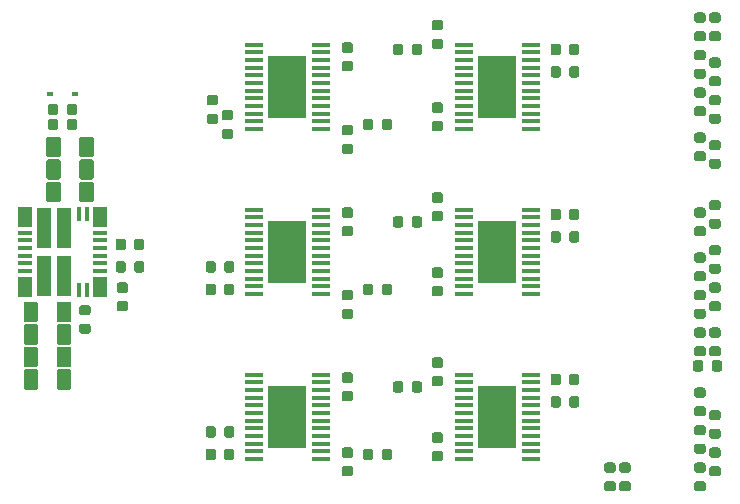
<source format=gbr>
G04 #@! TF.GenerationSoftware,KiCad,Pcbnew,5.1.5*
G04 #@! TF.CreationDate,2020-07-27T09:16:47-04:00*
G04 #@! TF.ProjectId,motorBoard,6d6f746f-7242-46f6-9172-642e6b696361,rev?*
G04 #@! TF.SameCoordinates,Original*
G04 #@! TF.FileFunction,Paste,Top*
G04 #@! TF.FilePolarity,Positive*
%FSLAX46Y46*%
G04 Gerber Fmt 4.6, Leading zero omitted, Abs format (unit mm)*
G04 Created by KiCad (PCBNEW 5.1.5) date 2020-07-27 09:16:47*
%MOMM*%
%LPD*%
G04 APERTURE LIST*
%ADD10C,0.100000*%
%ADD11R,1.600200X0.304800*%
%ADD12R,3.200400X5.257800*%
%ADD13R,0.600000X0.450000*%
%ADD14R,1.193800X0.355600*%
%ADD15R,1.193800X1.701800*%
%ADD16R,0.355600X1.193800*%
%ADD17R,1.295400X3.505200*%
G04 APERTURE END LIST*
D10*
G36*
X164742691Y-57196053D02*
G01*
X164763926Y-57199203D01*
X164784750Y-57204419D01*
X164804962Y-57211651D01*
X164824368Y-57220830D01*
X164842781Y-57231866D01*
X164860024Y-57244654D01*
X164875930Y-57259070D01*
X164890346Y-57274976D01*
X164903134Y-57292219D01*
X164914170Y-57310632D01*
X164923349Y-57330038D01*
X164930581Y-57350250D01*
X164935797Y-57371074D01*
X164938947Y-57392309D01*
X164940000Y-57413750D01*
X164940000Y-57851250D01*
X164938947Y-57872691D01*
X164935797Y-57893926D01*
X164930581Y-57914750D01*
X164923349Y-57934962D01*
X164914170Y-57954368D01*
X164903134Y-57972781D01*
X164890346Y-57990024D01*
X164875930Y-58005930D01*
X164860024Y-58020346D01*
X164842781Y-58033134D01*
X164824368Y-58044170D01*
X164804962Y-58053349D01*
X164784750Y-58060581D01*
X164763926Y-58065797D01*
X164742691Y-58068947D01*
X164721250Y-58070000D01*
X164208750Y-58070000D01*
X164187309Y-58068947D01*
X164166074Y-58065797D01*
X164145250Y-58060581D01*
X164125038Y-58053349D01*
X164105632Y-58044170D01*
X164087219Y-58033134D01*
X164069976Y-58020346D01*
X164054070Y-58005930D01*
X164039654Y-57990024D01*
X164026866Y-57972781D01*
X164015830Y-57954368D01*
X164006651Y-57934962D01*
X163999419Y-57914750D01*
X163994203Y-57893926D01*
X163991053Y-57872691D01*
X163990000Y-57851250D01*
X163990000Y-57413750D01*
X163991053Y-57392309D01*
X163994203Y-57371074D01*
X163999419Y-57350250D01*
X164006651Y-57330038D01*
X164015830Y-57310632D01*
X164026866Y-57292219D01*
X164039654Y-57274976D01*
X164054070Y-57259070D01*
X164069976Y-57244654D01*
X164087219Y-57231866D01*
X164105632Y-57220830D01*
X164125038Y-57211651D01*
X164145250Y-57204419D01*
X164166074Y-57199203D01*
X164187309Y-57196053D01*
X164208750Y-57195000D01*
X164721250Y-57195000D01*
X164742691Y-57196053D01*
G37*
G36*
X164742691Y-58771053D02*
G01*
X164763926Y-58774203D01*
X164784750Y-58779419D01*
X164804962Y-58786651D01*
X164824368Y-58795830D01*
X164842781Y-58806866D01*
X164860024Y-58819654D01*
X164875930Y-58834070D01*
X164890346Y-58849976D01*
X164903134Y-58867219D01*
X164914170Y-58885632D01*
X164923349Y-58905038D01*
X164930581Y-58925250D01*
X164935797Y-58946074D01*
X164938947Y-58967309D01*
X164940000Y-58988750D01*
X164940000Y-59426250D01*
X164938947Y-59447691D01*
X164935797Y-59468926D01*
X164930581Y-59489750D01*
X164923349Y-59509962D01*
X164914170Y-59529368D01*
X164903134Y-59547781D01*
X164890346Y-59565024D01*
X164875930Y-59580930D01*
X164860024Y-59595346D01*
X164842781Y-59608134D01*
X164824368Y-59619170D01*
X164804962Y-59628349D01*
X164784750Y-59635581D01*
X164763926Y-59640797D01*
X164742691Y-59643947D01*
X164721250Y-59645000D01*
X164208750Y-59645000D01*
X164187309Y-59643947D01*
X164166074Y-59640797D01*
X164145250Y-59635581D01*
X164125038Y-59628349D01*
X164105632Y-59619170D01*
X164087219Y-59608134D01*
X164069976Y-59595346D01*
X164054070Y-59580930D01*
X164039654Y-59565024D01*
X164026866Y-59547781D01*
X164015830Y-59529368D01*
X164006651Y-59509962D01*
X163999419Y-59489750D01*
X163994203Y-59468926D01*
X163991053Y-59447691D01*
X163990000Y-59426250D01*
X163990000Y-58988750D01*
X163991053Y-58967309D01*
X163994203Y-58946074D01*
X163999419Y-58925250D01*
X164006651Y-58905038D01*
X164015830Y-58885632D01*
X164026866Y-58867219D01*
X164039654Y-58849976D01*
X164054070Y-58834070D01*
X164069976Y-58819654D01*
X164087219Y-58806866D01*
X164105632Y-58795830D01*
X164125038Y-58786651D01*
X164145250Y-58779419D01*
X164166074Y-58774203D01*
X164187309Y-58771053D01*
X164208750Y-58770000D01*
X164721250Y-58770000D01*
X164742691Y-58771053D01*
G37*
G36*
X164552691Y-86648053D02*
G01*
X164573926Y-86651203D01*
X164594750Y-86656419D01*
X164614962Y-86663651D01*
X164634368Y-86672830D01*
X164652781Y-86683866D01*
X164670024Y-86696654D01*
X164685930Y-86711070D01*
X164700346Y-86726976D01*
X164713134Y-86744219D01*
X164724170Y-86762632D01*
X164733349Y-86782038D01*
X164740581Y-86802250D01*
X164745797Y-86823074D01*
X164748947Y-86844309D01*
X164750000Y-86865750D01*
X164750000Y-87378250D01*
X164748947Y-87399691D01*
X164745797Y-87420926D01*
X164740581Y-87441750D01*
X164733349Y-87461962D01*
X164724170Y-87481368D01*
X164713134Y-87499781D01*
X164700346Y-87517024D01*
X164685930Y-87532930D01*
X164670024Y-87547346D01*
X164652781Y-87560134D01*
X164634368Y-87571170D01*
X164614962Y-87580349D01*
X164594750Y-87587581D01*
X164573926Y-87592797D01*
X164552691Y-87595947D01*
X164531250Y-87597000D01*
X164093750Y-87597000D01*
X164072309Y-87595947D01*
X164051074Y-87592797D01*
X164030250Y-87587581D01*
X164010038Y-87580349D01*
X163990632Y-87571170D01*
X163972219Y-87560134D01*
X163954976Y-87547346D01*
X163939070Y-87532930D01*
X163924654Y-87517024D01*
X163911866Y-87499781D01*
X163900830Y-87481368D01*
X163891651Y-87461962D01*
X163884419Y-87441750D01*
X163879203Y-87420926D01*
X163876053Y-87399691D01*
X163875000Y-87378250D01*
X163875000Y-86865750D01*
X163876053Y-86844309D01*
X163879203Y-86823074D01*
X163884419Y-86802250D01*
X163891651Y-86782038D01*
X163900830Y-86762632D01*
X163911866Y-86744219D01*
X163924654Y-86726976D01*
X163939070Y-86711070D01*
X163954976Y-86696654D01*
X163972219Y-86683866D01*
X163990632Y-86672830D01*
X164010038Y-86663651D01*
X164030250Y-86656419D01*
X164051074Y-86651203D01*
X164072309Y-86648053D01*
X164093750Y-86647000D01*
X164531250Y-86647000D01*
X164552691Y-86648053D01*
G37*
G36*
X166127691Y-86648053D02*
G01*
X166148926Y-86651203D01*
X166169750Y-86656419D01*
X166189962Y-86663651D01*
X166209368Y-86672830D01*
X166227781Y-86683866D01*
X166245024Y-86696654D01*
X166260930Y-86711070D01*
X166275346Y-86726976D01*
X166288134Y-86744219D01*
X166299170Y-86762632D01*
X166308349Y-86782038D01*
X166315581Y-86802250D01*
X166320797Y-86823074D01*
X166323947Y-86844309D01*
X166325000Y-86865750D01*
X166325000Y-87378250D01*
X166323947Y-87399691D01*
X166320797Y-87420926D01*
X166315581Y-87441750D01*
X166308349Y-87461962D01*
X166299170Y-87481368D01*
X166288134Y-87499781D01*
X166275346Y-87517024D01*
X166260930Y-87532930D01*
X166245024Y-87547346D01*
X166227781Y-87560134D01*
X166209368Y-87571170D01*
X166189962Y-87580349D01*
X166169750Y-87587581D01*
X166148926Y-87592797D01*
X166127691Y-87595947D01*
X166106250Y-87597000D01*
X165668750Y-87597000D01*
X165647309Y-87595947D01*
X165626074Y-87592797D01*
X165605250Y-87587581D01*
X165585038Y-87580349D01*
X165565632Y-87571170D01*
X165547219Y-87560134D01*
X165529976Y-87547346D01*
X165514070Y-87532930D01*
X165499654Y-87517024D01*
X165486866Y-87499781D01*
X165475830Y-87481368D01*
X165466651Y-87461962D01*
X165459419Y-87441750D01*
X165454203Y-87420926D01*
X165451053Y-87399691D01*
X165450000Y-87378250D01*
X165450000Y-86865750D01*
X165451053Y-86844309D01*
X165454203Y-86823074D01*
X165459419Y-86802250D01*
X165466651Y-86782038D01*
X165475830Y-86762632D01*
X165486866Y-86744219D01*
X165499654Y-86726976D01*
X165514070Y-86711070D01*
X165529976Y-86696654D01*
X165547219Y-86683866D01*
X165565632Y-86672830D01*
X165585038Y-86663651D01*
X165605250Y-86656419D01*
X165626074Y-86651203D01*
X165647309Y-86648053D01*
X165668750Y-86647000D01*
X166106250Y-86647000D01*
X166127691Y-86648053D01*
G37*
G36*
X166012691Y-57196053D02*
G01*
X166033926Y-57199203D01*
X166054750Y-57204419D01*
X166074962Y-57211651D01*
X166094368Y-57220830D01*
X166112781Y-57231866D01*
X166130024Y-57244654D01*
X166145930Y-57259070D01*
X166160346Y-57274976D01*
X166173134Y-57292219D01*
X166184170Y-57310632D01*
X166193349Y-57330038D01*
X166200581Y-57350250D01*
X166205797Y-57371074D01*
X166208947Y-57392309D01*
X166210000Y-57413750D01*
X166210000Y-57851250D01*
X166208947Y-57872691D01*
X166205797Y-57893926D01*
X166200581Y-57914750D01*
X166193349Y-57934962D01*
X166184170Y-57954368D01*
X166173134Y-57972781D01*
X166160346Y-57990024D01*
X166145930Y-58005930D01*
X166130024Y-58020346D01*
X166112781Y-58033134D01*
X166094368Y-58044170D01*
X166074962Y-58053349D01*
X166054750Y-58060581D01*
X166033926Y-58065797D01*
X166012691Y-58068947D01*
X165991250Y-58070000D01*
X165478750Y-58070000D01*
X165457309Y-58068947D01*
X165436074Y-58065797D01*
X165415250Y-58060581D01*
X165395038Y-58053349D01*
X165375632Y-58044170D01*
X165357219Y-58033134D01*
X165339976Y-58020346D01*
X165324070Y-58005930D01*
X165309654Y-57990024D01*
X165296866Y-57972781D01*
X165285830Y-57954368D01*
X165276651Y-57934962D01*
X165269419Y-57914750D01*
X165264203Y-57893926D01*
X165261053Y-57872691D01*
X165260000Y-57851250D01*
X165260000Y-57413750D01*
X165261053Y-57392309D01*
X165264203Y-57371074D01*
X165269419Y-57350250D01*
X165276651Y-57330038D01*
X165285830Y-57310632D01*
X165296866Y-57292219D01*
X165309654Y-57274976D01*
X165324070Y-57259070D01*
X165339976Y-57244654D01*
X165357219Y-57231866D01*
X165375632Y-57220830D01*
X165395038Y-57211651D01*
X165415250Y-57204419D01*
X165436074Y-57199203D01*
X165457309Y-57196053D01*
X165478750Y-57195000D01*
X165991250Y-57195000D01*
X166012691Y-57196053D01*
G37*
G36*
X166012691Y-58771053D02*
G01*
X166033926Y-58774203D01*
X166054750Y-58779419D01*
X166074962Y-58786651D01*
X166094368Y-58795830D01*
X166112781Y-58806866D01*
X166130024Y-58819654D01*
X166145930Y-58834070D01*
X166160346Y-58849976D01*
X166173134Y-58867219D01*
X166184170Y-58885632D01*
X166193349Y-58905038D01*
X166200581Y-58925250D01*
X166205797Y-58946074D01*
X166208947Y-58967309D01*
X166210000Y-58988750D01*
X166210000Y-59426250D01*
X166208947Y-59447691D01*
X166205797Y-59468926D01*
X166200581Y-59489750D01*
X166193349Y-59509962D01*
X166184170Y-59529368D01*
X166173134Y-59547781D01*
X166160346Y-59565024D01*
X166145930Y-59580930D01*
X166130024Y-59595346D01*
X166112781Y-59608134D01*
X166094368Y-59619170D01*
X166074962Y-59628349D01*
X166054750Y-59635581D01*
X166033926Y-59640797D01*
X166012691Y-59643947D01*
X165991250Y-59645000D01*
X165478750Y-59645000D01*
X165457309Y-59643947D01*
X165436074Y-59640797D01*
X165415250Y-59635581D01*
X165395038Y-59628349D01*
X165375632Y-59619170D01*
X165357219Y-59608134D01*
X165339976Y-59595346D01*
X165324070Y-59580930D01*
X165309654Y-59565024D01*
X165296866Y-59547781D01*
X165285830Y-59529368D01*
X165276651Y-59509962D01*
X165269419Y-59489750D01*
X165264203Y-59468926D01*
X165261053Y-59447691D01*
X165260000Y-59426250D01*
X165260000Y-58988750D01*
X165261053Y-58967309D01*
X165264203Y-58946074D01*
X165269419Y-58925250D01*
X165276651Y-58905038D01*
X165285830Y-58885632D01*
X165296866Y-58867219D01*
X165309654Y-58849976D01*
X165324070Y-58834070D01*
X165339976Y-58819654D01*
X165357219Y-58806866D01*
X165375632Y-58795830D01*
X165395038Y-58786651D01*
X165415250Y-58779419D01*
X165436074Y-58774203D01*
X165457309Y-58771053D01*
X165478750Y-58770000D01*
X165991250Y-58770000D01*
X166012691Y-58771053D01*
G37*
G36*
X164742691Y-67356053D02*
G01*
X164763926Y-67359203D01*
X164784750Y-67364419D01*
X164804962Y-67371651D01*
X164824368Y-67380830D01*
X164842781Y-67391866D01*
X164860024Y-67404654D01*
X164875930Y-67419070D01*
X164890346Y-67434976D01*
X164903134Y-67452219D01*
X164914170Y-67470632D01*
X164923349Y-67490038D01*
X164930581Y-67510250D01*
X164935797Y-67531074D01*
X164938947Y-67552309D01*
X164940000Y-67573750D01*
X164940000Y-68011250D01*
X164938947Y-68032691D01*
X164935797Y-68053926D01*
X164930581Y-68074750D01*
X164923349Y-68094962D01*
X164914170Y-68114368D01*
X164903134Y-68132781D01*
X164890346Y-68150024D01*
X164875930Y-68165930D01*
X164860024Y-68180346D01*
X164842781Y-68193134D01*
X164824368Y-68204170D01*
X164804962Y-68213349D01*
X164784750Y-68220581D01*
X164763926Y-68225797D01*
X164742691Y-68228947D01*
X164721250Y-68230000D01*
X164208750Y-68230000D01*
X164187309Y-68228947D01*
X164166074Y-68225797D01*
X164145250Y-68220581D01*
X164125038Y-68213349D01*
X164105632Y-68204170D01*
X164087219Y-68193134D01*
X164069976Y-68180346D01*
X164054070Y-68165930D01*
X164039654Y-68150024D01*
X164026866Y-68132781D01*
X164015830Y-68114368D01*
X164006651Y-68094962D01*
X163999419Y-68074750D01*
X163994203Y-68053926D01*
X163991053Y-68032691D01*
X163990000Y-68011250D01*
X163990000Y-67573750D01*
X163991053Y-67552309D01*
X163994203Y-67531074D01*
X163999419Y-67510250D01*
X164006651Y-67490038D01*
X164015830Y-67470632D01*
X164026866Y-67452219D01*
X164039654Y-67434976D01*
X164054070Y-67419070D01*
X164069976Y-67404654D01*
X164087219Y-67391866D01*
X164105632Y-67380830D01*
X164125038Y-67371651D01*
X164145250Y-67364419D01*
X164166074Y-67359203D01*
X164187309Y-67356053D01*
X164208750Y-67355000D01*
X164721250Y-67355000D01*
X164742691Y-67356053D01*
G37*
G36*
X164742691Y-68931053D02*
G01*
X164763926Y-68934203D01*
X164784750Y-68939419D01*
X164804962Y-68946651D01*
X164824368Y-68955830D01*
X164842781Y-68966866D01*
X164860024Y-68979654D01*
X164875930Y-68994070D01*
X164890346Y-69009976D01*
X164903134Y-69027219D01*
X164914170Y-69045632D01*
X164923349Y-69065038D01*
X164930581Y-69085250D01*
X164935797Y-69106074D01*
X164938947Y-69127309D01*
X164940000Y-69148750D01*
X164940000Y-69586250D01*
X164938947Y-69607691D01*
X164935797Y-69628926D01*
X164930581Y-69649750D01*
X164923349Y-69669962D01*
X164914170Y-69689368D01*
X164903134Y-69707781D01*
X164890346Y-69725024D01*
X164875930Y-69740930D01*
X164860024Y-69755346D01*
X164842781Y-69768134D01*
X164824368Y-69779170D01*
X164804962Y-69788349D01*
X164784750Y-69795581D01*
X164763926Y-69800797D01*
X164742691Y-69803947D01*
X164721250Y-69805000D01*
X164208750Y-69805000D01*
X164187309Y-69803947D01*
X164166074Y-69800797D01*
X164145250Y-69795581D01*
X164125038Y-69788349D01*
X164105632Y-69779170D01*
X164087219Y-69768134D01*
X164069976Y-69755346D01*
X164054070Y-69740930D01*
X164039654Y-69725024D01*
X164026866Y-69707781D01*
X164015830Y-69689368D01*
X164006651Y-69669962D01*
X163999419Y-69649750D01*
X163994203Y-69628926D01*
X163991053Y-69607691D01*
X163990000Y-69586250D01*
X163990000Y-69148750D01*
X163991053Y-69127309D01*
X163994203Y-69106074D01*
X163999419Y-69085250D01*
X164006651Y-69065038D01*
X164015830Y-69045632D01*
X164026866Y-69027219D01*
X164039654Y-69009976D01*
X164054070Y-68994070D01*
X164069976Y-68979654D01*
X164087219Y-68966866D01*
X164105632Y-68955830D01*
X164125038Y-68946651D01*
X164145250Y-68939419D01*
X164166074Y-68934203D01*
X164187309Y-68931053D01*
X164208750Y-68930000D01*
X164721250Y-68930000D01*
X164742691Y-68931053D01*
G37*
G36*
X166012691Y-92426053D02*
G01*
X166033926Y-92429203D01*
X166054750Y-92434419D01*
X166074962Y-92441651D01*
X166094368Y-92450830D01*
X166112781Y-92461866D01*
X166130024Y-92474654D01*
X166145930Y-92489070D01*
X166160346Y-92504976D01*
X166173134Y-92522219D01*
X166184170Y-92540632D01*
X166193349Y-92560038D01*
X166200581Y-92580250D01*
X166205797Y-92601074D01*
X166208947Y-92622309D01*
X166210000Y-92643750D01*
X166210000Y-93081250D01*
X166208947Y-93102691D01*
X166205797Y-93123926D01*
X166200581Y-93144750D01*
X166193349Y-93164962D01*
X166184170Y-93184368D01*
X166173134Y-93202781D01*
X166160346Y-93220024D01*
X166145930Y-93235930D01*
X166130024Y-93250346D01*
X166112781Y-93263134D01*
X166094368Y-93274170D01*
X166074962Y-93283349D01*
X166054750Y-93290581D01*
X166033926Y-93295797D01*
X166012691Y-93298947D01*
X165991250Y-93300000D01*
X165478750Y-93300000D01*
X165457309Y-93298947D01*
X165436074Y-93295797D01*
X165415250Y-93290581D01*
X165395038Y-93283349D01*
X165375632Y-93274170D01*
X165357219Y-93263134D01*
X165339976Y-93250346D01*
X165324070Y-93235930D01*
X165309654Y-93220024D01*
X165296866Y-93202781D01*
X165285830Y-93184368D01*
X165276651Y-93164962D01*
X165269419Y-93144750D01*
X165264203Y-93123926D01*
X165261053Y-93102691D01*
X165260000Y-93081250D01*
X165260000Y-92643750D01*
X165261053Y-92622309D01*
X165264203Y-92601074D01*
X165269419Y-92580250D01*
X165276651Y-92560038D01*
X165285830Y-92540632D01*
X165296866Y-92522219D01*
X165309654Y-92504976D01*
X165324070Y-92489070D01*
X165339976Y-92474654D01*
X165357219Y-92461866D01*
X165375632Y-92450830D01*
X165395038Y-92441651D01*
X165415250Y-92434419D01*
X165436074Y-92429203D01*
X165457309Y-92426053D01*
X165478750Y-92425000D01*
X165991250Y-92425000D01*
X166012691Y-92426053D01*
G37*
G36*
X166012691Y-90851053D02*
G01*
X166033926Y-90854203D01*
X166054750Y-90859419D01*
X166074962Y-90866651D01*
X166094368Y-90875830D01*
X166112781Y-90886866D01*
X166130024Y-90899654D01*
X166145930Y-90914070D01*
X166160346Y-90929976D01*
X166173134Y-90947219D01*
X166184170Y-90965632D01*
X166193349Y-90985038D01*
X166200581Y-91005250D01*
X166205797Y-91026074D01*
X166208947Y-91047309D01*
X166210000Y-91068750D01*
X166210000Y-91506250D01*
X166208947Y-91527691D01*
X166205797Y-91548926D01*
X166200581Y-91569750D01*
X166193349Y-91589962D01*
X166184170Y-91609368D01*
X166173134Y-91627781D01*
X166160346Y-91645024D01*
X166145930Y-91660930D01*
X166130024Y-91675346D01*
X166112781Y-91688134D01*
X166094368Y-91699170D01*
X166074962Y-91708349D01*
X166054750Y-91715581D01*
X166033926Y-91720797D01*
X166012691Y-91723947D01*
X165991250Y-91725000D01*
X165478750Y-91725000D01*
X165457309Y-91723947D01*
X165436074Y-91720797D01*
X165415250Y-91715581D01*
X165395038Y-91708349D01*
X165375632Y-91699170D01*
X165357219Y-91688134D01*
X165339976Y-91675346D01*
X165324070Y-91660930D01*
X165309654Y-91645024D01*
X165296866Y-91627781D01*
X165285830Y-91609368D01*
X165276651Y-91589962D01*
X165269419Y-91569750D01*
X165264203Y-91548926D01*
X165261053Y-91527691D01*
X165260000Y-91506250D01*
X165260000Y-91068750D01*
X165261053Y-91047309D01*
X165264203Y-91026074D01*
X165269419Y-91005250D01*
X165276651Y-90985038D01*
X165285830Y-90965632D01*
X165296866Y-90947219D01*
X165309654Y-90929976D01*
X165324070Y-90914070D01*
X165339976Y-90899654D01*
X165357219Y-90886866D01*
X165375632Y-90875830D01*
X165395038Y-90866651D01*
X165415250Y-90859419D01*
X165436074Y-90854203D01*
X165457309Y-90851053D01*
X165478750Y-90850000D01*
X165991250Y-90850000D01*
X166012691Y-90851053D01*
G37*
D11*
X132339999Y-81044999D03*
X132339999Y-80395000D03*
X132339999Y-79745002D03*
X132339999Y-79095001D03*
X132339999Y-78445002D03*
X132339999Y-77795001D03*
X132339999Y-77145002D03*
X132339999Y-76495001D03*
X132339999Y-75845002D03*
X132339999Y-75195001D03*
X132339999Y-74545002D03*
X132339999Y-73895001D03*
X126740001Y-73895001D03*
X126740001Y-74545000D03*
X126740001Y-75195001D03*
X126740001Y-75844999D03*
X126740001Y-76495001D03*
X126740001Y-77144999D03*
X126740001Y-77794998D03*
X126740001Y-78444999D03*
X126740001Y-79094998D03*
X126740001Y-79744999D03*
X126740001Y-80394998D03*
X126740001Y-81044999D03*
D12*
X129540000Y-77470000D03*
D11*
X132339999Y-67074999D03*
X132339999Y-66425000D03*
X132339999Y-65775002D03*
X132339999Y-65125001D03*
X132339999Y-64475002D03*
X132339999Y-63825001D03*
X132339999Y-63175002D03*
X132339999Y-62525001D03*
X132339999Y-61875002D03*
X132339999Y-61225001D03*
X132339999Y-60575002D03*
X132339999Y-59925001D03*
X126740001Y-59925001D03*
X126740001Y-60575000D03*
X126740001Y-61225001D03*
X126740001Y-61874999D03*
X126740001Y-62525001D03*
X126740001Y-63174999D03*
X126740001Y-63824998D03*
X126740001Y-64474999D03*
X126740001Y-65124998D03*
X126740001Y-65774999D03*
X126740001Y-66424998D03*
X126740001Y-67074999D03*
D12*
X129540000Y-63500000D03*
D10*
G36*
X124852691Y-94141053D02*
G01*
X124873926Y-94144203D01*
X124894750Y-94149419D01*
X124914962Y-94156651D01*
X124934368Y-94165830D01*
X124952781Y-94176866D01*
X124970024Y-94189654D01*
X124985930Y-94204070D01*
X125000346Y-94219976D01*
X125013134Y-94237219D01*
X125024170Y-94255632D01*
X125033349Y-94275038D01*
X125040581Y-94295250D01*
X125045797Y-94316074D01*
X125048947Y-94337309D01*
X125050000Y-94358750D01*
X125050000Y-94871250D01*
X125048947Y-94892691D01*
X125045797Y-94913926D01*
X125040581Y-94934750D01*
X125033349Y-94954962D01*
X125024170Y-94974368D01*
X125013134Y-94992781D01*
X125000346Y-95010024D01*
X124985930Y-95025930D01*
X124970024Y-95040346D01*
X124952781Y-95053134D01*
X124934368Y-95064170D01*
X124914962Y-95073349D01*
X124894750Y-95080581D01*
X124873926Y-95085797D01*
X124852691Y-95088947D01*
X124831250Y-95090000D01*
X124393750Y-95090000D01*
X124372309Y-95088947D01*
X124351074Y-95085797D01*
X124330250Y-95080581D01*
X124310038Y-95073349D01*
X124290632Y-95064170D01*
X124272219Y-95053134D01*
X124254976Y-95040346D01*
X124239070Y-95025930D01*
X124224654Y-95010024D01*
X124211866Y-94992781D01*
X124200830Y-94974368D01*
X124191651Y-94954962D01*
X124184419Y-94934750D01*
X124179203Y-94913926D01*
X124176053Y-94892691D01*
X124175000Y-94871250D01*
X124175000Y-94358750D01*
X124176053Y-94337309D01*
X124179203Y-94316074D01*
X124184419Y-94295250D01*
X124191651Y-94275038D01*
X124200830Y-94255632D01*
X124211866Y-94237219D01*
X124224654Y-94219976D01*
X124239070Y-94204070D01*
X124254976Y-94189654D01*
X124272219Y-94176866D01*
X124290632Y-94165830D01*
X124310038Y-94156651D01*
X124330250Y-94149419D01*
X124351074Y-94144203D01*
X124372309Y-94141053D01*
X124393750Y-94140000D01*
X124831250Y-94140000D01*
X124852691Y-94141053D01*
G37*
G36*
X123277691Y-94141053D02*
G01*
X123298926Y-94144203D01*
X123319750Y-94149419D01*
X123339962Y-94156651D01*
X123359368Y-94165830D01*
X123377781Y-94176866D01*
X123395024Y-94189654D01*
X123410930Y-94204070D01*
X123425346Y-94219976D01*
X123438134Y-94237219D01*
X123449170Y-94255632D01*
X123458349Y-94275038D01*
X123465581Y-94295250D01*
X123470797Y-94316074D01*
X123473947Y-94337309D01*
X123475000Y-94358750D01*
X123475000Y-94871250D01*
X123473947Y-94892691D01*
X123470797Y-94913926D01*
X123465581Y-94934750D01*
X123458349Y-94954962D01*
X123449170Y-94974368D01*
X123438134Y-94992781D01*
X123425346Y-95010024D01*
X123410930Y-95025930D01*
X123395024Y-95040346D01*
X123377781Y-95053134D01*
X123359368Y-95064170D01*
X123339962Y-95073349D01*
X123319750Y-95080581D01*
X123298926Y-95085797D01*
X123277691Y-95088947D01*
X123256250Y-95090000D01*
X122818750Y-95090000D01*
X122797309Y-95088947D01*
X122776074Y-95085797D01*
X122755250Y-95080581D01*
X122735038Y-95073349D01*
X122715632Y-95064170D01*
X122697219Y-95053134D01*
X122679976Y-95040346D01*
X122664070Y-95025930D01*
X122649654Y-95010024D01*
X122636866Y-94992781D01*
X122625830Y-94974368D01*
X122616651Y-94954962D01*
X122609419Y-94934750D01*
X122604203Y-94913926D01*
X122601053Y-94892691D01*
X122600000Y-94871250D01*
X122600000Y-94358750D01*
X122601053Y-94337309D01*
X122604203Y-94316074D01*
X122609419Y-94295250D01*
X122616651Y-94275038D01*
X122625830Y-94255632D01*
X122636866Y-94237219D01*
X122649654Y-94219976D01*
X122664070Y-94204070D01*
X122679976Y-94189654D01*
X122697219Y-94176866D01*
X122715632Y-94165830D01*
X122735038Y-94156651D01*
X122755250Y-94149419D01*
X122776074Y-94144203D01*
X122797309Y-94141053D01*
X122818750Y-94140000D01*
X123256250Y-94140000D01*
X123277691Y-94141053D01*
G37*
G36*
X154062691Y-89696053D02*
G01*
X154083926Y-89699203D01*
X154104750Y-89704419D01*
X154124962Y-89711651D01*
X154144368Y-89720830D01*
X154162781Y-89731866D01*
X154180024Y-89744654D01*
X154195930Y-89759070D01*
X154210346Y-89774976D01*
X154223134Y-89792219D01*
X154234170Y-89810632D01*
X154243349Y-89830038D01*
X154250581Y-89850250D01*
X154255797Y-89871074D01*
X154258947Y-89892309D01*
X154260000Y-89913750D01*
X154260000Y-90426250D01*
X154258947Y-90447691D01*
X154255797Y-90468926D01*
X154250581Y-90489750D01*
X154243349Y-90509962D01*
X154234170Y-90529368D01*
X154223134Y-90547781D01*
X154210346Y-90565024D01*
X154195930Y-90580930D01*
X154180024Y-90595346D01*
X154162781Y-90608134D01*
X154144368Y-90619170D01*
X154124962Y-90628349D01*
X154104750Y-90635581D01*
X154083926Y-90640797D01*
X154062691Y-90643947D01*
X154041250Y-90645000D01*
X153603750Y-90645000D01*
X153582309Y-90643947D01*
X153561074Y-90640797D01*
X153540250Y-90635581D01*
X153520038Y-90628349D01*
X153500632Y-90619170D01*
X153482219Y-90608134D01*
X153464976Y-90595346D01*
X153449070Y-90580930D01*
X153434654Y-90565024D01*
X153421866Y-90547781D01*
X153410830Y-90529368D01*
X153401651Y-90509962D01*
X153394419Y-90489750D01*
X153389203Y-90468926D01*
X153386053Y-90447691D01*
X153385000Y-90426250D01*
X153385000Y-89913750D01*
X153386053Y-89892309D01*
X153389203Y-89871074D01*
X153394419Y-89850250D01*
X153401651Y-89830038D01*
X153410830Y-89810632D01*
X153421866Y-89792219D01*
X153434654Y-89774976D01*
X153449070Y-89759070D01*
X153464976Y-89744654D01*
X153482219Y-89731866D01*
X153500632Y-89720830D01*
X153520038Y-89711651D01*
X153540250Y-89704419D01*
X153561074Y-89699203D01*
X153582309Y-89696053D01*
X153603750Y-89695000D01*
X154041250Y-89695000D01*
X154062691Y-89696053D01*
G37*
G36*
X152487691Y-89696053D02*
G01*
X152508926Y-89699203D01*
X152529750Y-89704419D01*
X152549962Y-89711651D01*
X152569368Y-89720830D01*
X152587781Y-89731866D01*
X152605024Y-89744654D01*
X152620930Y-89759070D01*
X152635346Y-89774976D01*
X152648134Y-89792219D01*
X152659170Y-89810632D01*
X152668349Y-89830038D01*
X152675581Y-89850250D01*
X152680797Y-89871074D01*
X152683947Y-89892309D01*
X152685000Y-89913750D01*
X152685000Y-90426250D01*
X152683947Y-90447691D01*
X152680797Y-90468926D01*
X152675581Y-90489750D01*
X152668349Y-90509962D01*
X152659170Y-90529368D01*
X152648134Y-90547781D01*
X152635346Y-90565024D01*
X152620930Y-90580930D01*
X152605024Y-90595346D01*
X152587781Y-90608134D01*
X152569368Y-90619170D01*
X152549962Y-90628349D01*
X152529750Y-90635581D01*
X152508926Y-90640797D01*
X152487691Y-90643947D01*
X152466250Y-90645000D01*
X152028750Y-90645000D01*
X152007309Y-90643947D01*
X151986074Y-90640797D01*
X151965250Y-90635581D01*
X151945038Y-90628349D01*
X151925632Y-90619170D01*
X151907219Y-90608134D01*
X151889976Y-90595346D01*
X151874070Y-90580930D01*
X151859654Y-90565024D01*
X151846866Y-90547781D01*
X151835830Y-90529368D01*
X151826651Y-90509962D01*
X151819419Y-90489750D01*
X151814203Y-90468926D01*
X151811053Y-90447691D01*
X151810000Y-90426250D01*
X151810000Y-89913750D01*
X151811053Y-89892309D01*
X151814203Y-89871074D01*
X151819419Y-89850250D01*
X151826651Y-89830038D01*
X151835830Y-89810632D01*
X151846866Y-89792219D01*
X151859654Y-89774976D01*
X151874070Y-89759070D01*
X151889976Y-89744654D01*
X151907219Y-89731866D01*
X151925632Y-89720830D01*
X151945038Y-89711651D01*
X151965250Y-89704419D01*
X151986074Y-89699203D01*
X152007309Y-89696053D01*
X152028750Y-89695000D01*
X152466250Y-89695000D01*
X152487691Y-89696053D01*
G37*
G36*
X142517691Y-86406053D02*
G01*
X142538926Y-86409203D01*
X142559750Y-86414419D01*
X142579962Y-86421651D01*
X142599368Y-86430830D01*
X142617781Y-86441866D01*
X142635024Y-86454654D01*
X142650930Y-86469070D01*
X142665346Y-86484976D01*
X142678134Y-86502219D01*
X142689170Y-86520632D01*
X142698349Y-86540038D01*
X142705581Y-86560250D01*
X142710797Y-86581074D01*
X142713947Y-86602309D01*
X142715000Y-86623750D01*
X142715000Y-87061250D01*
X142713947Y-87082691D01*
X142710797Y-87103926D01*
X142705581Y-87124750D01*
X142698349Y-87144962D01*
X142689170Y-87164368D01*
X142678134Y-87182781D01*
X142665346Y-87200024D01*
X142650930Y-87215930D01*
X142635024Y-87230346D01*
X142617781Y-87243134D01*
X142599368Y-87254170D01*
X142579962Y-87263349D01*
X142559750Y-87270581D01*
X142538926Y-87275797D01*
X142517691Y-87278947D01*
X142496250Y-87280000D01*
X141983750Y-87280000D01*
X141962309Y-87278947D01*
X141941074Y-87275797D01*
X141920250Y-87270581D01*
X141900038Y-87263349D01*
X141880632Y-87254170D01*
X141862219Y-87243134D01*
X141844976Y-87230346D01*
X141829070Y-87215930D01*
X141814654Y-87200024D01*
X141801866Y-87182781D01*
X141790830Y-87164368D01*
X141781651Y-87144962D01*
X141774419Y-87124750D01*
X141769203Y-87103926D01*
X141766053Y-87082691D01*
X141765000Y-87061250D01*
X141765000Y-86623750D01*
X141766053Y-86602309D01*
X141769203Y-86581074D01*
X141774419Y-86560250D01*
X141781651Y-86540038D01*
X141790830Y-86520632D01*
X141801866Y-86502219D01*
X141814654Y-86484976D01*
X141829070Y-86469070D01*
X141844976Y-86454654D01*
X141862219Y-86441866D01*
X141880632Y-86430830D01*
X141900038Y-86421651D01*
X141920250Y-86414419D01*
X141941074Y-86409203D01*
X141962309Y-86406053D01*
X141983750Y-86405000D01*
X142496250Y-86405000D01*
X142517691Y-86406053D01*
G37*
G36*
X142517691Y-87981053D02*
G01*
X142538926Y-87984203D01*
X142559750Y-87989419D01*
X142579962Y-87996651D01*
X142599368Y-88005830D01*
X142617781Y-88016866D01*
X142635024Y-88029654D01*
X142650930Y-88044070D01*
X142665346Y-88059976D01*
X142678134Y-88077219D01*
X142689170Y-88095632D01*
X142698349Y-88115038D01*
X142705581Y-88135250D01*
X142710797Y-88156074D01*
X142713947Y-88177309D01*
X142715000Y-88198750D01*
X142715000Y-88636250D01*
X142713947Y-88657691D01*
X142710797Y-88678926D01*
X142705581Y-88699750D01*
X142698349Y-88719962D01*
X142689170Y-88739368D01*
X142678134Y-88757781D01*
X142665346Y-88775024D01*
X142650930Y-88790930D01*
X142635024Y-88805346D01*
X142617781Y-88818134D01*
X142599368Y-88829170D01*
X142579962Y-88838349D01*
X142559750Y-88845581D01*
X142538926Y-88850797D01*
X142517691Y-88853947D01*
X142496250Y-88855000D01*
X141983750Y-88855000D01*
X141962309Y-88853947D01*
X141941074Y-88850797D01*
X141920250Y-88845581D01*
X141900038Y-88838349D01*
X141880632Y-88829170D01*
X141862219Y-88818134D01*
X141844976Y-88805346D01*
X141829070Y-88790930D01*
X141814654Y-88775024D01*
X141801866Y-88757781D01*
X141790830Y-88739368D01*
X141781651Y-88719962D01*
X141774419Y-88699750D01*
X141769203Y-88678926D01*
X141766053Y-88657691D01*
X141765000Y-88636250D01*
X141765000Y-88198750D01*
X141766053Y-88177309D01*
X141769203Y-88156074D01*
X141774419Y-88135250D01*
X141781651Y-88115038D01*
X141790830Y-88095632D01*
X141801866Y-88077219D01*
X141814654Y-88059976D01*
X141829070Y-88044070D01*
X141844976Y-88029654D01*
X141862219Y-88016866D01*
X141880632Y-88005830D01*
X141900038Y-87996651D01*
X141920250Y-87989419D01*
X141941074Y-87984203D01*
X141962309Y-87981053D01*
X141983750Y-87980000D01*
X142496250Y-87980000D01*
X142517691Y-87981053D01*
G37*
G36*
X154062691Y-87791053D02*
G01*
X154083926Y-87794203D01*
X154104750Y-87799419D01*
X154124962Y-87806651D01*
X154144368Y-87815830D01*
X154162781Y-87826866D01*
X154180024Y-87839654D01*
X154195930Y-87854070D01*
X154210346Y-87869976D01*
X154223134Y-87887219D01*
X154234170Y-87905632D01*
X154243349Y-87925038D01*
X154250581Y-87945250D01*
X154255797Y-87966074D01*
X154258947Y-87987309D01*
X154260000Y-88008750D01*
X154260000Y-88521250D01*
X154258947Y-88542691D01*
X154255797Y-88563926D01*
X154250581Y-88584750D01*
X154243349Y-88604962D01*
X154234170Y-88624368D01*
X154223134Y-88642781D01*
X154210346Y-88660024D01*
X154195930Y-88675930D01*
X154180024Y-88690346D01*
X154162781Y-88703134D01*
X154144368Y-88714170D01*
X154124962Y-88723349D01*
X154104750Y-88730581D01*
X154083926Y-88735797D01*
X154062691Y-88738947D01*
X154041250Y-88740000D01*
X153603750Y-88740000D01*
X153582309Y-88738947D01*
X153561074Y-88735797D01*
X153540250Y-88730581D01*
X153520038Y-88723349D01*
X153500632Y-88714170D01*
X153482219Y-88703134D01*
X153464976Y-88690346D01*
X153449070Y-88675930D01*
X153434654Y-88660024D01*
X153421866Y-88642781D01*
X153410830Y-88624368D01*
X153401651Y-88604962D01*
X153394419Y-88584750D01*
X153389203Y-88563926D01*
X153386053Y-88542691D01*
X153385000Y-88521250D01*
X153385000Y-88008750D01*
X153386053Y-87987309D01*
X153389203Y-87966074D01*
X153394419Y-87945250D01*
X153401651Y-87925038D01*
X153410830Y-87905632D01*
X153421866Y-87887219D01*
X153434654Y-87869976D01*
X153449070Y-87854070D01*
X153464976Y-87839654D01*
X153482219Y-87826866D01*
X153500632Y-87815830D01*
X153520038Y-87806651D01*
X153540250Y-87799419D01*
X153561074Y-87794203D01*
X153582309Y-87791053D01*
X153603750Y-87790000D01*
X154041250Y-87790000D01*
X154062691Y-87791053D01*
G37*
G36*
X152487691Y-87791053D02*
G01*
X152508926Y-87794203D01*
X152529750Y-87799419D01*
X152549962Y-87806651D01*
X152569368Y-87815830D01*
X152587781Y-87826866D01*
X152605024Y-87839654D01*
X152620930Y-87854070D01*
X152635346Y-87869976D01*
X152648134Y-87887219D01*
X152659170Y-87905632D01*
X152668349Y-87925038D01*
X152675581Y-87945250D01*
X152680797Y-87966074D01*
X152683947Y-87987309D01*
X152685000Y-88008750D01*
X152685000Y-88521250D01*
X152683947Y-88542691D01*
X152680797Y-88563926D01*
X152675581Y-88584750D01*
X152668349Y-88604962D01*
X152659170Y-88624368D01*
X152648134Y-88642781D01*
X152635346Y-88660024D01*
X152620930Y-88675930D01*
X152605024Y-88690346D01*
X152587781Y-88703134D01*
X152569368Y-88714170D01*
X152549962Y-88723349D01*
X152529750Y-88730581D01*
X152508926Y-88735797D01*
X152487691Y-88738947D01*
X152466250Y-88740000D01*
X152028750Y-88740000D01*
X152007309Y-88738947D01*
X151986074Y-88735797D01*
X151965250Y-88730581D01*
X151945038Y-88723349D01*
X151925632Y-88714170D01*
X151907219Y-88703134D01*
X151889976Y-88690346D01*
X151874070Y-88675930D01*
X151859654Y-88660024D01*
X151846866Y-88642781D01*
X151835830Y-88624368D01*
X151826651Y-88604962D01*
X151819419Y-88584750D01*
X151814203Y-88563926D01*
X151811053Y-88542691D01*
X151810000Y-88521250D01*
X151810000Y-88008750D01*
X151811053Y-87987309D01*
X151814203Y-87966074D01*
X151819419Y-87945250D01*
X151826651Y-87925038D01*
X151835830Y-87905632D01*
X151846866Y-87887219D01*
X151859654Y-87869976D01*
X151874070Y-87854070D01*
X151889976Y-87839654D01*
X151907219Y-87826866D01*
X151925632Y-87815830D01*
X151945038Y-87806651D01*
X151965250Y-87799419D01*
X151986074Y-87794203D01*
X152007309Y-87791053D01*
X152028750Y-87790000D01*
X152466250Y-87790000D01*
X152487691Y-87791053D01*
G37*
G36*
X152487691Y-75726053D02*
G01*
X152508926Y-75729203D01*
X152529750Y-75734419D01*
X152549962Y-75741651D01*
X152569368Y-75750830D01*
X152587781Y-75761866D01*
X152605024Y-75774654D01*
X152620930Y-75789070D01*
X152635346Y-75804976D01*
X152648134Y-75822219D01*
X152659170Y-75840632D01*
X152668349Y-75860038D01*
X152675581Y-75880250D01*
X152680797Y-75901074D01*
X152683947Y-75922309D01*
X152685000Y-75943750D01*
X152685000Y-76456250D01*
X152683947Y-76477691D01*
X152680797Y-76498926D01*
X152675581Y-76519750D01*
X152668349Y-76539962D01*
X152659170Y-76559368D01*
X152648134Y-76577781D01*
X152635346Y-76595024D01*
X152620930Y-76610930D01*
X152605024Y-76625346D01*
X152587781Y-76638134D01*
X152569368Y-76649170D01*
X152549962Y-76658349D01*
X152529750Y-76665581D01*
X152508926Y-76670797D01*
X152487691Y-76673947D01*
X152466250Y-76675000D01*
X152028750Y-76675000D01*
X152007309Y-76673947D01*
X151986074Y-76670797D01*
X151965250Y-76665581D01*
X151945038Y-76658349D01*
X151925632Y-76649170D01*
X151907219Y-76638134D01*
X151889976Y-76625346D01*
X151874070Y-76610930D01*
X151859654Y-76595024D01*
X151846866Y-76577781D01*
X151835830Y-76559368D01*
X151826651Y-76539962D01*
X151819419Y-76519750D01*
X151814203Y-76498926D01*
X151811053Y-76477691D01*
X151810000Y-76456250D01*
X151810000Y-75943750D01*
X151811053Y-75922309D01*
X151814203Y-75901074D01*
X151819419Y-75880250D01*
X151826651Y-75860038D01*
X151835830Y-75840632D01*
X151846866Y-75822219D01*
X151859654Y-75804976D01*
X151874070Y-75789070D01*
X151889976Y-75774654D01*
X151907219Y-75761866D01*
X151925632Y-75750830D01*
X151945038Y-75741651D01*
X151965250Y-75734419D01*
X151986074Y-75729203D01*
X152007309Y-75726053D01*
X152028750Y-75725000D01*
X152466250Y-75725000D01*
X152487691Y-75726053D01*
G37*
G36*
X154062691Y-75726053D02*
G01*
X154083926Y-75729203D01*
X154104750Y-75734419D01*
X154124962Y-75741651D01*
X154144368Y-75750830D01*
X154162781Y-75761866D01*
X154180024Y-75774654D01*
X154195930Y-75789070D01*
X154210346Y-75804976D01*
X154223134Y-75822219D01*
X154234170Y-75840632D01*
X154243349Y-75860038D01*
X154250581Y-75880250D01*
X154255797Y-75901074D01*
X154258947Y-75922309D01*
X154260000Y-75943750D01*
X154260000Y-76456250D01*
X154258947Y-76477691D01*
X154255797Y-76498926D01*
X154250581Y-76519750D01*
X154243349Y-76539962D01*
X154234170Y-76559368D01*
X154223134Y-76577781D01*
X154210346Y-76595024D01*
X154195930Y-76610930D01*
X154180024Y-76625346D01*
X154162781Y-76638134D01*
X154144368Y-76649170D01*
X154124962Y-76658349D01*
X154104750Y-76665581D01*
X154083926Y-76670797D01*
X154062691Y-76673947D01*
X154041250Y-76675000D01*
X153603750Y-76675000D01*
X153582309Y-76673947D01*
X153561074Y-76670797D01*
X153540250Y-76665581D01*
X153520038Y-76658349D01*
X153500632Y-76649170D01*
X153482219Y-76638134D01*
X153464976Y-76625346D01*
X153449070Y-76610930D01*
X153434654Y-76595024D01*
X153421866Y-76577781D01*
X153410830Y-76559368D01*
X153401651Y-76539962D01*
X153394419Y-76519750D01*
X153389203Y-76498926D01*
X153386053Y-76477691D01*
X153385000Y-76456250D01*
X153385000Y-75943750D01*
X153386053Y-75922309D01*
X153389203Y-75901074D01*
X153394419Y-75880250D01*
X153401651Y-75860038D01*
X153410830Y-75840632D01*
X153421866Y-75822219D01*
X153434654Y-75804976D01*
X153449070Y-75789070D01*
X153464976Y-75774654D01*
X153482219Y-75761866D01*
X153500632Y-75750830D01*
X153520038Y-75741651D01*
X153540250Y-75734419D01*
X153561074Y-75729203D01*
X153582309Y-75726053D01*
X153603750Y-75725000D01*
X154041250Y-75725000D01*
X154062691Y-75726053D01*
G37*
G36*
X142517691Y-74011053D02*
G01*
X142538926Y-74014203D01*
X142559750Y-74019419D01*
X142579962Y-74026651D01*
X142599368Y-74035830D01*
X142617781Y-74046866D01*
X142635024Y-74059654D01*
X142650930Y-74074070D01*
X142665346Y-74089976D01*
X142678134Y-74107219D01*
X142689170Y-74125632D01*
X142698349Y-74145038D01*
X142705581Y-74165250D01*
X142710797Y-74186074D01*
X142713947Y-74207309D01*
X142715000Y-74228750D01*
X142715000Y-74666250D01*
X142713947Y-74687691D01*
X142710797Y-74708926D01*
X142705581Y-74729750D01*
X142698349Y-74749962D01*
X142689170Y-74769368D01*
X142678134Y-74787781D01*
X142665346Y-74805024D01*
X142650930Y-74820930D01*
X142635024Y-74835346D01*
X142617781Y-74848134D01*
X142599368Y-74859170D01*
X142579962Y-74868349D01*
X142559750Y-74875581D01*
X142538926Y-74880797D01*
X142517691Y-74883947D01*
X142496250Y-74885000D01*
X141983750Y-74885000D01*
X141962309Y-74883947D01*
X141941074Y-74880797D01*
X141920250Y-74875581D01*
X141900038Y-74868349D01*
X141880632Y-74859170D01*
X141862219Y-74848134D01*
X141844976Y-74835346D01*
X141829070Y-74820930D01*
X141814654Y-74805024D01*
X141801866Y-74787781D01*
X141790830Y-74769368D01*
X141781651Y-74749962D01*
X141774419Y-74729750D01*
X141769203Y-74708926D01*
X141766053Y-74687691D01*
X141765000Y-74666250D01*
X141765000Y-74228750D01*
X141766053Y-74207309D01*
X141769203Y-74186074D01*
X141774419Y-74165250D01*
X141781651Y-74145038D01*
X141790830Y-74125632D01*
X141801866Y-74107219D01*
X141814654Y-74089976D01*
X141829070Y-74074070D01*
X141844976Y-74059654D01*
X141862219Y-74046866D01*
X141880632Y-74035830D01*
X141900038Y-74026651D01*
X141920250Y-74019419D01*
X141941074Y-74014203D01*
X141962309Y-74011053D01*
X141983750Y-74010000D01*
X142496250Y-74010000D01*
X142517691Y-74011053D01*
G37*
G36*
X142517691Y-72436053D02*
G01*
X142538926Y-72439203D01*
X142559750Y-72444419D01*
X142579962Y-72451651D01*
X142599368Y-72460830D01*
X142617781Y-72471866D01*
X142635024Y-72484654D01*
X142650930Y-72499070D01*
X142665346Y-72514976D01*
X142678134Y-72532219D01*
X142689170Y-72550632D01*
X142698349Y-72570038D01*
X142705581Y-72590250D01*
X142710797Y-72611074D01*
X142713947Y-72632309D01*
X142715000Y-72653750D01*
X142715000Y-73091250D01*
X142713947Y-73112691D01*
X142710797Y-73133926D01*
X142705581Y-73154750D01*
X142698349Y-73174962D01*
X142689170Y-73194368D01*
X142678134Y-73212781D01*
X142665346Y-73230024D01*
X142650930Y-73245930D01*
X142635024Y-73260346D01*
X142617781Y-73273134D01*
X142599368Y-73284170D01*
X142579962Y-73293349D01*
X142559750Y-73300581D01*
X142538926Y-73305797D01*
X142517691Y-73308947D01*
X142496250Y-73310000D01*
X141983750Y-73310000D01*
X141962309Y-73308947D01*
X141941074Y-73305797D01*
X141920250Y-73300581D01*
X141900038Y-73293349D01*
X141880632Y-73284170D01*
X141862219Y-73273134D01*
X141844976Y-73260346D01*
X141829070Y-73245930D01*
X141814654Y-73230024D01*
X141801866Y-73212781D01*
X141790830Y-73194368D01*
X141781651Y-73174962D01*
X141774419Y-73154750D01*
X141769203Y-73133926D01*
X141766053Y-73112691D01*
X141765000Y-73091250D01*
X141765000Y-72653750D01*
X141766053Y-72632309D01*
X141769203Y-72611074D01*
X141774419Y-72590250D01*
X141781651Y-72570038D01*
X141790830Y-72550632D01*
X141801866Y-72532219D01*
X141814654Y-72514976D01*
X141829070Y-72499070D01*
X141844976Y-72484654D01*
X141862219Y-72471866D01*
X141880632Y-72460830D01*
X141900038Y-72451651D01*
X141920250Y-72444419D01*
X141941074Y-72439203D01*
X141962309Y-72436053D01*
X141983750Y-72435000D01*
X142496250Y-72435000D01*
X142517691Y-72436053D01*
G37*
G36*
X152487691Y-73821053D02*
G01*
X152508926Y-73824203D01*
X152529750Y-73829419D01*
X152549962Y-73836651D01*
X152569368Y-73845830D01*
X152587781Y-73856866D01*
X152605024Y-73869654D01*
X152620930Y-73884070D01*
X152635346Y-73899976D01*
X152648134Y-73917219D01*
X152659170Y-73935632D01*
X152668349Y-73955038D01*
X152675581Y-73975250D01*
X152680797Y-73996074D01*
X152683947Y-74017309D01*
X152685000Y-74038750D01*
X152685000Y-74551250D01*
X152683947Y-74572691D01*
X152680797Y-74593926D01*
X152675581Y-74614750D01*
X152668349Y-74634962D01*
X152659170Y-74654368D01*
X152648134Y-74672781D01*
X152635346Y-74690024D01*
X152620930Y-74705930D01*
X152605024Y-74720346D01*
X152587781Y-74733134D01*
X152569368Y-74744170D01*
X152549962Y-74753349D01*
X152529750Y-74760581D01*
X152508926Y-74765797D01*
X152487691Y-74768947D01*
X152466250Y-74770000D01*
X152028750Y-74770000D01*
X152007309Y-74768947D01*
X151986074Y-74765797D01*
X151965250Y-74760581D01*
X151945038Y-74753349D01*
X151925632Y-74744170D01*
X151907219Y-74733134D01*
X151889976Y-74720346D01*
X151874070Y-74705930D01*
X151859654Y-74690024D01*
X151846866Y-74672781D01*
X151835830Y-74654368D01*
X151826651Y-74634962D01*
X151819419Y-74614750D01*
X151814203Y-74593926D01*
X151811053Y-74572691D01*
X151810000Y-74551250D01*
X151810000Y-74038750D01*
X151811053Y-74017309D01*
X151814203Y-73996074D01*
X151819419Y-73975250D01*
X151826651Y-73955038D01*
X151835830Y-73935632D01*
X151846866Y-73917219D01*
X151859654Y-73899976D01*
X151874070Y-73884070D01*
X151889976Y-73869654D01*
X151907219Y-73856866D01*
X151925632Y-73845830D01*
X151945038Y-73836651D01*
X151965250Y-73829419D01*
X151986074Y-73824203D01*
X152007309Y-73821053D01*
X152028750Y-73820000D01*
X152466250Y-73820000D01*
X152487691Y-73821053D01*
G37*
G36*
X154062691Y-73821053D02*
G01*
X154083926Y-73824203D01*
X154104750Y-73829419D01*
X154124962Y-73836651D01*
X154144368Y-73845830D01*
X154162781Y-73856866D01*
X154180024Y-73869654D01*
X154195930Y-73884070D01*
X154210346Y-73899976D01*
X154223134Y-73917219D01*
X154234170Y-73935632D01*
X154243349Y-73955038D01*
X154250581Y-73975250D01*
X154255797Y-73996074D01*
X154258947Y-74017309D01*
X154260000Y-74038750D01*
X154260000Y-74551250D01*
X154258947Y-74572691D01*
X154255797Y-74593926D01*
X154250581Y-74614750D01*
X154243349Y-74634962D01*
X154234170Y-74654368D01*
X154223134Y-74672781D01*
X154210346Y-74690024D01*
X154195930Y-74705930D01*
X154180024Y-74720346D01*
X154162781Y-74733134D01*
X154144368Y-74744170D01*
X154124962Y-74753349D01*
X154104750Y-74760581D01*
X154083926Y-74765797D01*
X154062691Y-74768947D01*
X154041250Y-74770000D01*
X153603750Y-74770000D01*
X153582309Y-74768947D01*
X153561074Y-74765797D01*
X153540250Y-74760581D01*
X153520038Y-74753349D01*
X153500632Y-74744170D01*
X153482219Y-74733134D01*
X153464976Y-74720346D01*
X153449070Y-74705930D01*
X153434654Y-74690024D01*
X153421866Y-74672781D01*
X153410830Y-74654368D01*
X153401651Y-74634962D01*
X153394419Y-74614750D01*
X153389203Y-74593926D01*
X153386053Y-74572691D01*
X153385000Y-74551250D01*
X153385000Y-74038750D01*
X153386053Y-74017309D01*
X153389203Y-73996074D01*
X153394419Y-73975250D01*
X153401651Y-73955038D01*
X153410830Y-73935632D01*
X153421866Y-73917219D01*
X153434654Y-73899976D01*
X153449070Y-73884070D01*
X153464976Y-73869654D01*
X153482219Y-73856866D01*
X153500632Y-73845830D01*
X153520038Y-73836651D01*
X153540250Y-73829419D01*
X153561074Y-73824203D01*
X153582309Y-73821053D01*
X153603750Y-73820000D01*
X154041250Y-73820000D01*
X154062691Y-73821053D01*
G37*
G36*
X154062691Y-61756053D02*
G01*
X154083926Y-61759203D01*
X154104750Y-61764419D01*
X154124962Y-61771651D01*
X154144368Y-61780830D01*
X154162781Y-61791866D01*
X154180024Y-61804654D01*
X154195930Y-61819070D01*
X154210346Y-61834976D01*
X154223134Y-61852219D01*
X154234170Y-61870632D01*
X154243349Y-61890038D01*
X154250581Y-61910250D01*
X154255797Y-61931074D01*
X154258947Y-61952309D01*
X154260000Y-61973750D01*
X154260000Y-62486250D01*
X154258947Y-62507691D01*
X154255797Y-62528926D01*
X154250581Y-62549750D01*
X154243349Y-62569962D01*
X154234170Y-62589368D01*
X154223134Y-62607781D01*
X154210346Y-62625024D01*
X154195930Y-62640930D01*
X154180024Y-62655346D01*
X154162781Y-62668134D01*
X154144368Y-62679170D01*
X154124962Y-62688349D01*
X154104750Y-62695581D01*
X154083926Y-62700797D01*
X154062691Y-62703947D01*
X154041250Y-62705000D01*
X153603750Y-62705000D01*
X153582309Y-62703947D01*
X153561074Y-62700797D01*
X153540250Y-62695581D01*
X153520038Y-62688349D01*
X153500632Y-62679170D01*
X153482219Y-62668134D01*
X153464976Y-62655346D01*
X153449070Y-62640930D01*
X153434654Y-62625024D01*
X153421866Y-62607781D01*
X153410830Y-62589368D01*
X153401651Y-62569962D01*
X153394419Y-62549750D01*
X153389203Y-62528926D01*
X153386053Y-62507691D01*
X153385000Y-62486250D01*
X153385000Y-61973750D01*
X153386053Y-61952309D01*
X153389203Y-61931074D01*
X153394419Y-61910250D01*
X153401651Y-61890038D01*
X153410830Y-61870632D01*
X153421866Y-61852219D01*
X153434654Y-61834976D01*
X153449070Y-61819070D01*
X153464976Y-61804654D01*
X153482219Y-61791866D01*
X153500632Y-61780830D01*
X153520038Y-61771651D01*
X153540250Y-61764419D01*
X153561074Y-61759203D01*
X153582309Y-61756053D01*
X153603750Y-61755000D01*
X154041250Y-61755000D01*
X154062691Y-61756053D01*
G37*
G36*
X152487691Y-61756053D02*
G01*
X152508926Y-61759203D01*
X152529750Y-61764419D01*
X152549962Y-61771651D01*
X152569368Y-61780830D01*
X152587781Y-61791866D01*
X152605024Y-61804654D01*
X152620930Y-61819070D01*
X152635346Y-61834976D01*
X152648134Y-61852219D01*
X152659170Y-61870632D01*
X152668349Y-61890038D01*
X152675581Y-61910250D01*
X152680797Y-61931074D01*
X152683947Y-61952309D01*
X152685000Y-61973750D01*
X152685000Y-62486250D01*
X152683947Y-62507691D01*
X152680797Y-62528926D01*
X152675581Y-62549750D01*
X152668349Y-62569962D01*
X152659170Y-62589368D01*
X152648134Y-62607781D01*
X152635346Y-62625024D01*
X152620930Y-62640930D01*
X152605024Y-62655346D01*
X152587781Y-62668134D01*
X152569368Y-62679170D01*
X152549962Y-62688349D01*
X152529750Y-62695581D01*
X152508926Y-62700797D01*
X152487691Y-62703947D01*
X152466250Y-62705000D01*
X152028750Y-62705000D01*
X152007309Y-62703947D01*
X151986074Y-62700797D01*
X151965250Y-62695581D01*
X151945038Y-62688349D01*
X151925632Y-62679170D01*
X151907219Y-62668134D01*
X151889976Y-62655346D01*
X151874070Y-62640930D01*
X151859654Y-62625024D01*
X151846866Y-62607781D01*
X151835830Y-62589368D01*
X151826651Y-62569962D01*
X151819419Y-62549750D01*
X151814203Y-62528926D01*
X151811053Y-62507691D01*
X151810000Y-62486250D01*
X151810000Y-61973750D01*
X151811053Y-61952309D01*
X151814203Y-61931074D01*
X151819419Y-61910250D01*
X151826651Y-61890038D01*
X151835830Y-61870632D01*
X151846866Y-61852219D01*
X151859654Y-61834976D01*
X151874070Y-61819070D01*
X151889976Y-61804654D01*
X151907219Y-61791866D01*
X151925632Y-61780830D01*
X151945038Y-61771651D01*
X151965250Y-61764419D01*
X151986074Y-61759203D01*
X152007309Y-61756053D01*
X152028750Y-61755000D01*
X152466250Y-61755000D01*
X152487691Y-61756053D01*
G37*
G36*
X142517691Y-57831053D02*
G01*
X142538926Y-57834203D01*
X142559750Y-57839419D01*
X142579962Y-57846651D01*
X142599368Y-57855830D01*
X142617781Y-57866866D01*
X142635024Y-57879654D01*
X142650930Y-57894070D01*
X142665346Y-57909976D01*
X142678134Y-57927219D01*
X142689170Y-57945632D01*
X142698349Y-57965038D01*
X142705581Y-57985250D01*
X142710797Y-58006074D01*
X142713947Y-58027309D01*
X142715000Y-58048750D01*
X142715000Y-58486250D01*
X142713947Y-58507691D01*
X142710797Y-58528926D01*
X142705581Y-58549750D01*
X142698349Y-58569962D01*
X142689170Y-58589368D01*
X142678134Y-58607781D01*
X142665346Y-58625024D01*
X142650930Y-58640930D01*
X142635024Y-58655346D01*
X142617781Y-58668134D01*
X142599368Y-58679170D01*
X142579962Y-58688349D01*
X142559750Y-58695581D01*
X142538926Y-58700797D01*
X142517691Y-58703947D01*
X142496250Y-58705000D01*
X141983750Y-58705000D01*
X141962309Y-58703947D01*
X141941074Y-58700797D01*
X141920250Y-58695581D01*
X141900038Y-58688349D01*
X141880632Y-58679170D01*
X141862219Y-58668134D01*
X141844976Y-58655346D01*
X141829070Y-58640930D01*
X141814654Y-58625024D01*
X141801866Y-58607781D01*
X141790830Y-58589368D01*
X141781651Y-58569962D01*
X141774419Y-58549750D01*
X141769203Y-58528926D01*
X141766053Y-58507691D01*
X141765000Y-58486250D01*
X141765000Y-58048750D01*
X141766053Y-58027309D01*
X141769203Y-58006074D01*
X141774419Y-57985250D01*
X141781651Y-57965038D01*
X141790830Y-57945632D01*
X141801866Y-57927219D01*
X141814654Y-57909976D01*
X141829070Y-57894070D01*
X141844976Y-57879654D01*
X141862219Y-57866866D01*
X141880632Y-57855830D01*
X141900038Y-57846651D01*
X141920250Y-57839419D01*
X141941074Y-57834203D01*
X141962309Y-57831053D01*
X141983750Y-57830000D01*
X142496250Y-57830000D01*
X142517691Y-57831053D01*
G37*
G36*
X142517691Y-59406053D02*
G01*
X142538926Y-59409203D01*
X142559750Y-59414419D01*
X142579962Y-59421651D01*
X142599368Y-59430830D01*
X142617781Y-59441866D01*
X142635024Y-59454654D01*
X142650930Y-59469070D01*
X142665346Y-59484976D01*
X142678134Y-59502219D01*
X142689170Y-59520632D01*
X142698349Y-59540038D01*
X142705581Y-59560250D01*
X142710797Y-59581074D01*
X142713947Y-59602309D01*
X142715000Y-59623750D01*
X142715000Y-60061250D01*
X142713947Y-60082691D01*
X142710797Y-60103926D01*
X142705581Y-60124750D01*
X142698349Y-60144962D01*
X142689170Y-60164368D01*
X142678134Y-60182781D01*
X142665346Y-60200024D01*
X142650930Y-60215930D01*
X142635024Y-60230346D01*
X142617781Y-60243134D01*
X142599368Y-60254170D01*
X142579962Y-60263349D01*
X142559750Y-60270581D01*
X142538926Y-60275797D01*
X142517691Y-60278947D01*
X142496250Y-60280000D01*
X141983750Y-60280000D01*
X141962309Y-60278947D01*
X141941074Y-60275797D01*
X141920250Y-60270581D01*
X141900038Y-60263349D01*
X141880632Y-60254170D01*
X141862219Y-60243134D01*
X141844976Y-60230346D01*
X141829070Y-60215930D01*
X141814654Y-60200024D01*
X141801866Y-60182781D01*
X141790830Y-60164368D01*
X141781651Y-60144962D01*
X141774419Y-60124750D01*
X141769203Y-60103926D01*
X141766053Y-60082691D01*
X141765000Y-60061250D01*
X141765000Y-59623750D01*
X141766053Y-59602309D01*
X141769203Y-59581074D01*
X141774419Y-59560250D01*
X141781651Y-59540038D01*
X141790830Y-59520632D01*
X141801866Y-59502219D01*
X141814654Y-59484976D01*
X141829070Y-59469070D01*
X141844976Y-59454654D01*
X141862219Y-59441866D01*
X141880632Y-59430830D01*
X141900038Y-59421651D01*
X141920250Y-59414419D01*
X141941074Y-59409203D01*
X141962309Y-59406053D01*
X141983750Y-59405000D01*
X142496250Y-59405000D01*
X142517691Y-59406053D01*
G37*
G36*
X154062691Y-59851053D02*
G01*
X154083926Y-59854203D01*
X154104750Y-59859419D01*
X154124962Y-59866651D01*
X154144368Y-59875830D01*
X154162781Y-59886866D01*
X154180024Y-59899654D01*
X154195930Y-59914070D01*
X154210346Y-59929976D01*
X154223134Y-59947219D01*
X154234170Y-59965632D01*
X154243349Y-59985038D01*
X154250581Y-60005250D01*
X154255797Y-60026074D01*
X154258947Y-60047309D01*
X154260000Y-60068750D01*
X154260000Y-60581250D01*
X154258947Y-60602691D01*
X154255797Y-60623926D01*
X154250581Y-60644750D01*
X154243349Y-60664962D01*
X154234170Y-60684368D01*
X154223134Y-60702781D01*
X154210346Y-60720024D01*
X154195930Y-60735930D01*
X154180024Y-60750346D01*
X154162781Y-60763134D01*
X154144368Y-60774170D01*
X154124962Y-60783349D01*
X154104750Y-60790581D01*
X154083926Y-60795797D01*
X154062691Y-60798947D01*
X154041250Y-60800000D01*
X153603750Y-60800000D01*
X153582309Y-60798947D01*
X153561074Y-60795797D01*
X153540250Y-60790581D01*
X153520038Y-60783349D01*
X153500632Y-60774170D01*
X153482219Y-60763134D01*
X153464976Y-60750346D01*
X153449070Y-60735930D01*
X153434654Y-60720024D01*
X153421866Y-60702781D01*
X153410830Y-60684368D01*
X153401651Y-60664962D01*
X153394419Y-60644750D01*
X153389203Y-60623926D01*
X153386053Y-60602691D01*
X153385000Y-60581250D01*
X153385000Y-60068750D01*
X153386053Y-60047309D01*
X153389203Y-60026074D01*
X153394419Y-60005250D01*
X153401651Y-59985038D01*
X153410830Y-59965632D01*
X153421866Y-59947219D01*
X153434654Y-59929976D01*
X153449070Y-59914070D01*
X153464976Y-59899654D01*
X153482219Y-59886866D01*
X153500632Y-59875830D01*
X153520038Y-59866651D01*
X153540250Y-59859419D01*
X153561074Y-59854203D01*
X153582309Y-59851053D01*
X153603750Y-59850000D01*
X154041250Y-59850000D01*
X154062691Y-59851053D01*
G37*
G36*
X152487691Y-59851053D02*
G01*
X152508926Y-59854203D01*
X152529750Y-59859419D01*
X152549962Y-59866651D01*
X152569368Y-59875830D01*
X152587781Y-59886866D01*
X152605024Y-59899654D01*
X152620930Y-59914070D01*
X152635346Y-59929976D01*
X152648134Y-59947219D01*
X152659170Y-59965632D01*
X152668349Y-59985038D01*
X152675581Y-60005250D01*
X152680797Y-60026074D01*
X152683947Y-60047309D01*
X152685000Y-60068750D01*
X152685000Y-60581250D01*
X152683947Y-60602691D01*
X152680797Y-60623926D01*
X152675581Y-60644750D01*
X152668349Y-60664962D01*
X152659170Y-60684368D01*
X152648134Y-60702781D01*
X152635346Y-60720024D01*
X152620930Y-60735930D01*
X152605024Y-60750346D01*
X152587781Y-60763134D01*
X152569368Y-60774170D01*
X152549962Y-60783349D01*
X152529750Y-60790581D01*
X152508926Y-60795797D01*
X152487691Y-60798947D01*
X152466250Y-60800000D01*
X152028750Y-60800000D01*
X152007309Y-60798947D01*
X151986074Y-60795797D01*
X151965250Y-60790581D01*
X151945038Y-60783349D01*
X151925632Y-60774170D01*
X151907219Y-60763134D01*
X151889976Y-60750346D01*
X151874070Y-60735930D01*
X151859654Y-60720024D01*
X151846866Y-60702781D01*
X151835830Y-60684368D01*
X151826651Y-60664962D01*
X151819419Y-60644750D01*
X151814203Y-60623926D01*
X151811053Y-60602691D01*
X151810000Y-60581250D01*
X151810000Y-60068750D01*
X151811053Y-60047309D01*
X151814203Y-60026074D01*
X151819419Y-60005250D01*
X151826651Y-59985038D01*
X151835830Y-59965632D01*
X151846866Y-59947219D01*
X151859654Y-59929976D01*
X151874070Y-59914070D01*
X151889976Y-59899654D01*
X151907219Y-59886866D01*
X151925632Y-59875830D01*
X151945038Y-59866651D01*
X151965250Y-59859419D01*
X151986074Y-59854203D01*
X152007309Y-59851053D01*
X152028750Y-59850000D01*
X152466250Y-59850000D01*
X152487691Y-59851053D01*
G37*
G36*
X134897691Y-95601053D02*
G01*
X134918926Y-95604203D01*
X134939750Y-95609419D01*
X134959962Y-95616651D01*
X134979368Y-95625830D01*
X134997781Y-95636866D01*
X135015024Y-95649654D01*
X135030930Y-95664070D01*
X135045346Y-95679976D01*
X135058134Y-95697219D01*
X135069170Y-95715632D01*
X135078349Y-95735038D01*
X135085581Y-95755250D01*
X135090797Y-95776074D01*
X135093947Y-95797309D01*
X135095000Y-95818750D01*
X135095000Y-96256250D01*
X135093947Y-96277691D01*
X135090797Y-96298926D01*
X135085581Y-96319750D01*
X135078349Y-96339962D01*
X135069170Y-96359368D01*
X135058134Y-96377781D01*
X135045346Y-96395024D01*
X135030930Y-96410930D01*
X135015024Y-96425346D01*
X134997781Y-96438134D01*
X134979368Y-96449170D01*
X134959962Y-96458349D01*
X134939750Y-96465581D01*
X134918926Y-96470797D01*
X134897691Y-96473947D01*
X134876250Y-96475000D01*
X134363750Y-96475000D01*
X134342309Y-96473947D01*
X134321074Y-96470797D01*
X134300250Y-96465581D01*
X134280038Y-96458349D01*
X134260632Y-96449170D01*
X134242219Y-96438134D01*
X134224976Y-96425346D01*
X134209070Y-96410930D01*
X134194654Y-96395024D01*
X134181866Y-96377781D01*
X134170830Y-96359368D01*
X134161651Y-96339962D01*
X134154419Y-96319750D01*
X134149203Y-96298926D01*
X134146053Y-96277691D01*
X134145000Y-96256250D01*
X134145000Y-95818750D01*
X134146053Y-95797309D01*
X134149203Y-95776074D01*
X134154419Y-95755250D01*
X134161651Y-95735038D01*
X134170830Y-95715632D01*
X134181866Y-95697219D01*
X134194654Y-95679976D01*
X134209070Y-95664070D01*
X134224976Y-95649654D01*
X134242219Y-95636866D01*
X134260632Y-95625830D01*
X134280038Y-95616651D01*
X134300250Y-95609419D01*
X134321074Y-95604203D01*
X134342309Y-95601053D01*
X134363750Y-95600000D01*
X134876250Y-95600000D01*
X134897691Y-95601053D01*
G37*
G36*
X134897691Y-94026053D02*
G01*
X134918926Y-94029203D01*
X134939750Y-94034419D01*
X134959962Y-94041651D01*
X134979368Y-94050830D01*
X134997781Y-94061866D01*
X135015024Y-94074654D01*
X135030930Y-94089070D01*
X135045346Y-94104976D01*
X135058134Y-94122219D01*
X135069170Y-94140632D01*
X135078349Y-94160038D01*
X135085581Y-94180250D01*
X135090797Y-94201074D01*
X135093947Y-94222309D01*
X135095000Y-94243750D01*
X135095000Y-94681250D01*
X135093947Y-94702691D01*
X135090797Y-94723926D01*
X135085581Y-94744750D01*
X135078349Y-94764962D01*
X135069170Y-94784368D01*
X135058134Y-94802781D01*
X135045346Y-94820024D01*
X135030930Y-94835930D01*
X135015024Y-94850346D01*
X134997781Y-94863134D01*
X134979368Y-94874170D01*
X134959962Y-94883349D01*
X134939750Y-94890581D01*
X134918926Y-94895797D01*
X134897691Y-94898947D01*
X134876250Y-94900000D01*
X134363750Y-94900000D01*
X134342309Y-94898947D01*
X134321074Y-94895797D01*
X134300250Y-94890581D01*
X134280038Y-94883349D01*
X134260632Y-94874170D01*
X134242219Y-94863134D01*
X134224976Y-94850346D01*
X134209070Y-94835930D01*
X134194654Y-94820024D01*
X134181866Y-94802781D01*
X134170830Y-94784368D01*
X134161651Y-94764962D01*
X134154419Y-94744750D01*
X134149203Y-94723926D01*
X134146053Y-94702691D01*
X134145000Y-94681250D01*
X134145000Y-94243750D01*
X134146053Y-94222309D01*
X134149203Y-94201074D01*
X134154419Y-94180250D01*
X134161651Y-94160038D01*
X134170830Y-94140632D01*
X134181866Y-94122219D01*
X134194654Y-94104976D01*
X134209070Y-94089070D01*
X134224976Y-94074654D01*
X134242219Y-94061866D01*
X134260632Y-94050830D01*
X134280038Y-94041651D01*
X134300250Y-94034419D01*
X134321074Y-94029203D01*
X134342309Y-94026053D01*
X134363750Y-94025000D01*
X134876250Y-94025000D01*
X134897691Y-94026053D01*
G37*
G36*
X123277691Y-92236053D02*
G01*
X123298926Y-92239203D01*
X123319750Y-92244419D01*
X123339962Y-92251651D01*
X123359368Y-92260830D01*
X123377781Y-92271866D01*
X123395024Y-92284654D01*
X123410930Y-92299070D01*
X123425346Y-92314976D01*
X123438134Y-92332219D01*
X123449170Y-92350632D01*
X123458349Y-92370038D01*
X123465581Y-92390250D01*
X123470797Y-92411074D01*
X123473947Y-92432309D01*
X123475000Y-92453750D01*
X123475000Y-92966250D01*
X123473947Y-92987691D01*
X123470797Y-93008926D01*
X123465581Y-93029750D01*
X123458349Y-93049962D01*
X123449170Y-93069368D01*
X123438134Y-93087781D01*
X123425346Y-93105024D01*
X123410930Y-93120930D01*
X123395024Y-93135346D01*
X123377781Y-93148134D01*
X123359368Y-93159170D01*
X123339962Y-93168349D01*
X123319750Y-93175581D01*
X123298926Y-93180797D01*
X123277691Y-93183947D01*
X123256250Y-93185000D01*
X122818750Y-93185000D01*
X122797309Y-93183947D01*
X122776074Y-93180797D01*
X122755250Y-93175581D01*
X122735038Y-93168349D01*
X122715632Y-93159170D01*
X122697219Y-93148134D01*
X122679976Y-93135346D01*
X122664070Y-93120930D01*
X122649654Y-93105024D01*
X122636866Y-93087781D01*
X122625830Y-93069368D01*
X122616651Y-93049962D01*
X122609419Y-93029750D01*
X122604203Y-93008926D01*
X122601053Y-92987691D01*
X122600000Y-92966250D01*
X122600000Y-92453750D01*
X122601053Y-92432309D01*
X122604203Y-92411074D01*
X122609419Y-92390250D01*
X122616651Y-92370038D01*
X122625830Y-92350632D01*
X122636866Y-92332219D01*
X122649654Y-92314976D01*
X122664070Y-92299070D01*
X122679976Y-92284654D01*
X122697219Y-92271866D01*
X122715632Y-92260830D01*
X122735038Y-92251651D01*
X122755250Y-92244419D01*
X122776074Y-92239203D01*
X122797309Y-92236053D01*
X122818750Y-92235000D01*
X123256250Y-92235000D01*
X123277691Y-92236053D01*
G37*
G36*
X124852691Y-92236053D02*
G01*
X124873926Y-92239203D01*
X124894750Y-92244419D01*
X124914962Y-92251651D01*
X124934368Y-92260830D01*
X124952781Y-92271866D01*
X124970024Y-92284654D01*
X124985930Y-92299070D01*
X125000346Y-92314976D01*
X125013134Y-92332219D01*
X125024170Y-92350632D01*
X125033349Y-92370038D01*
X125040581Y-92390250D01*
X125045797Y-92411074D01*
X125048947Y-92432309D01*
X125050000Y-92453750D01*
X125050000Y-92966250D01*
X125048947Y-92987691D01*
X125045797Y-93008926D01*
X125040581Y-93029750D01*
X125033349Y-93049962D01*
X125024170Y-93069368D01*
X125013134Y-93087781D01*
X125000346Y-93105024D01*
X124985930Y-93120930D01*
X124970024Y-93135346D01*
X124952781Y-93148134D01*
X124934368Y-93159170D01*
X124914962Y-93168349D01*
X124894750Y-93175581D01*
X124873926Y-93180797D01*
X124852691Y-93183947D01*
X124831250Y-93185000D01*
X124393750Y-93185000D01*
X124372309Y-93183947D01*
X124351074Y-93180797D01*
X124330250Y-93175581D01*
X124310038Y-93168349D01*
X124290632Y-93159170D01*
X124272219Y-93148134D01*
X124254976Y-93135346D01*
X124239070Y-93120930D01*
X124224654Y-93105024D01*
X124211866Y-93087781D01*
X124200830Y-93069368D01*
X124191651Y-93049962D01*
X124184419Y-93029750D01*
X124179203Y-93008926D01*
X124176053Y-92987691D01*
X124175000Y-92966250D01*
X124175000Y-92453750D01*
X124176053Y-92432309D01*
X124179203Y-92411074D01*
X124184419Y-92390250D01*
X124191651Y-92370038D01*
X124200830Y-92350632D01*
X124211866Y-92332219D01*
X124224654Y-92314976D01*
X124239070Y-92299070D01*
X124254976Y-92284654D01*
X124272219Y-92271866D01*
X124290632Y-92260830D01*
X124310038Y-92251651D01*
X124330250Y-92244419D01*
X124351074Y-92239203D01*
X124372309Y-92236053D01*
X124393750Y-92235000D01*
X124831250Y-92235000D01*
X124852691Y-92236053D01*
G37*
G36*
X124852691Y-80171053D02*
G01*
X124873926Y-80174203D01*
X124894750Y-80179419D01*
X124914962Y-80186651D01*
X124934368Y-80195830D01*
X124952781Y-80206866D01*
X124970024Y-80219654D01*
X124985930Y-80234070D01*
X125000346Y-80249976D01*
X125013134Y-80267219D01*
X125024170Y-80285632D01*
X125033349Y-80305038D01*
X125040581Y-80325250D01*
X125045797Y-80346074D01*
X125048947Y-80367309D01*
X125050000Y-80388750D01*
X125050000Y-80901250D01*
X125048947Y-80922691D01*
X125045797Y-80943926D01*
X125040581Y-80964750D01*
X125033349Y-80984962D01*
X125024170Y-81004368D01*
X125013134Y-81022781D01*
X125000346Y-81040024D01*
X124985930Y-81055930D01*
X124970024Y-81070346D01*
X124952781Y-81083134D01*
X124934368Y-81094170D01*
X124914962Y-81103349D01*
X124894750Y-81110581D01*
X124873926Y-81115797D01*
X124852691Y-81118947D01*
X124831250Y-81120000D01*
X124393750Y-81120000D01*
X124372309Y-81118947D01*
X124351074Y-81115797D01*
X124330250Y-81110581D01*
X124310038Y-81103349D01*
X124290632Y-81094170D01*
X124272219Y-81083134D01*
X124254976Y-81070346D01*
X124239070Y-81055930D01*
X124224654Y-81040024D01*
X124211866Y-81022781D01*
X124200830Y-81004368D01*
X124191651Y-80984962D01*
X124184419Y-80964750D01*
X124179203Y-80943926D01*
X124176053Y-80922691D01*
X124175000Y-80901250D01*
X124175000Y-80388750D01*
X124176053Y-80367309D01*
X124179203Y-80346074D01*
X124184419Y-80325250D01*
X124191651Y-80305038D01*
X124200830Y-80285632D01*
X124211866Y-80267219D01*
X124224654Y-80249976D01*
X124239070Y-80234070D01*
X124254976Y-80219654D01*
X124272219Y-80206866D01*
X124290632Y-80195830D01*
X124310038Y-80186651D01*
X124330250Y-80179419D01*
X124351074Y-80174203D01*
X124372309Y-80171053D01*
X124393750Y-80170000D01*
X124831250Y-80170000D01*
X124852691Y-80171053D01*
G37*
G36*
X123277691Y-80171053D02*
G01*
X123298926Y-80174203D01*
X123319750Y-80179419D01*
X123339962Y-80186651D01*
X123359368Y-80195830D01*
X123377781Y-80206866D01*
X123395024Y-80219654D01*
X123410930Y-80234070D01*
X123425346Y-80249976D01*
X123438134Y-80267219D01*
X123449170Y-80285632D01*
X123458349Y-80305038D01*
X123465581Y-80325250D01*
X123470797Y-80346074D01*
X123473947Y-80367309D01*
X123475000Y-80388750D01*
X123475000Y-80901250D01*
X123473947Y-80922691D01*
X123470797Y-80943926D01*
X123465581Y-80964750D01*
X123458349Y-80984962D01*
X123449170Y-81004368D01*
X123438134Y-81022781D01*
X123425346Y-81040024D01*
X123410930Y-81055930D01*
X123395024Y-81070346D01*
X123377781Y-81083134D01*
X123359368Y-81094170D01*
X123339962Y-81103349D01*
X123319750Y-81110581D01*
X123298926Y-81115797D01*
X123277691Y-81118947D01*
X123256250Y-81120000D01*
X122818750Y-81120000D01*
X122797309Y-81118947D01*
X122776074Y-81115797D01*
X122755250Y-81110581D01*
X122735038Y-81103349D01*
X122715632Y-81094170D01*
X122697219Y-81083134D01*
X122679976Y-81070346D01*
X122664070Y-81055930D01*
X122649654Y-81040024D01*
X122636866Y-81022781D01*
X122625830Y-81004368D01*
X122616651Y-80984962D01*
X122609419Y-80964750D01*
X122604203Y-80943926D01*
X122601053Y-80922691D01*
X122600000Y-80901250D01*
X122600000Y-80388750D01*
X122601053Y-80367309D01*
X122604203Y-80346074D01*
X122609419Y-80325250D01*
X122616651Y-80305038D01*
X122625830Y-80285632D01*
X122636866Y-80267219D01*
X122649654Y-80249976D01*
X122664070Y-80234070D01*
X122679976Y-80219654D01*
X122697219Y-80206866D01*
X122715632Y-80195830D01*
X122735038Y-80186651D01*
X122755250Y-80179419D01*
X122776074Y-80174203D01*
X122797309Y-80171053D01*
X122818750Y-80170000D01*
X123256250Y-80170000D01*
X123277691Y-80171053D01*
G37*
G36*
X134897691Y-80691053D02*
G01*
X134918926Y-80694203D01*
X134939750Y-80699419D01*
X134959962Y-80706651D01*
X134979368Y-80715830D01*
X134997781Y-80726866D01*
X135015024Y-80739654D01*
X135030930Y-80754070D01*
X135045346Y-80769976D01*
X135058134Y-80787219D01*
X135069170Y-80805632D01*
X135078349Y-80825038D01*
X135085581Y-80845250D01*
X135090797Y-80866074D01*
X135093947Y-80887309D01*
X135095000Y-80908750D01*
X135095000Y-81346250D01*
X135093947Y-81367691D01*
X135090797Y-81388926D01*
X135085581Y-81409750D01*
X135078349Y-81429962D01*
X135069170Y-81449368D01*
X135058134Y-81467781D01*
X135045346Y-81485024D01*
X135030930Y-81500930D01*
X135015024Y-81515346D01*
X134997781Y-81528134D01*
X134979368Y-81539170D01*
X134959962Y-81548349D01*
X134939750Y-81555581D01*
X134918926Y-81560797D01*
X134897691Y-81563947D01*
X134876250Y-81565000D01*
X134363750Y-81565000D01*
X134342309Y-81563947D01*
X134321074Y-81560797D01*
X134300250Y-81555581D01*
X134280038Y-81548349D01*
X134260632Y-81539170D01*
X134242219Y-81528134D01*
X134224976Y-81515346D01*
X134209070Y-81500930D01*
X134194654Y-81485024D01*
X134181866Y-81467781D01*
X134170830Y-81449368D01*
X134161651Y-81429962D01*
X134154419Y-81409750D01*
X134149203Y-81388926D01*
X134146053Y-81367691D01*
X134145000Y-81346250D01*
X134145000Y-80908750D01*
X134146053Y-80887309D01*
X134149203Y-80866074D01*
X134154419Y-80845250D01*
X134161651Y-80825038D01*
X134170830Y-80805632D01*
X134181866Y-80787219D01*
X134194654Y-80769976D01*
X134209070Y-80754070D01*
X134224976Y-80739654D01*
X134242219Y-80726866D01*
X134260632Y-80715830D01*
X134280038Y-80706651D01*
X134300250Y-80699419D01*
X134321074Y-80694203D01*
X134342309Y-80691053D01*
X134363750Y-80690000D01*
X134876250Y-80690000D01*
X134897691Y-80691053D01*
G37*
G36*
X134897691Y-82266053D02*
G01*
X134918926Y-82269203D01*
X134939750Y-82274419D01*
X134959962Y-82281651D01*
X134979368Y-82290830D01*
X134997781Y-82301866D01*
X135015024Y-82314654D01*
X135030930Y-82329070D01*
X135045346Y-82344976D01*
X135058134Y-82362219D01*
X135069170Y-82380632D01*
X135078349Y-82400038D01*
X135085581Y-82420250D01*
X135090797Y-82441074D01*
X135093947Y-82462309D01*
X135095000Y-82483750D01*
X135095000Y-82921250D01*
X135093947Y-82942691D01*
X135090797Y-82963926D01*
X135085581Y-82984750D01*
X135078349Y-83004962D01*
X135069170Y-83024368D01*
X135058134Y-83042781D01*
X135045346Y-83060024D01*
X135030930Y-83075930D01*
X135015024Y-83090346D01*
X134997781Y-83103134D01*
X134979368Y-83114170D01*
X134959962Y-83123349D01*
X134939750Y-83130581D01*
X134918926Y-83135797D01*
X134897691Y-83138947D01*
X134876250Y-83140000D01*
X134363750Y-83140000D01*
X134342309Y-83138947D01*
X134321074Y-83135797D01*
X134300250Y-83130581D01*
X134280038Y-83123349D01*
X134260632Y-83114170D01*
X134242219Y-83103134D01*
X134224976Y-83090346D01*
X134209070Y-83075930D01*
X134194654Y-83060024D01*
X134181866Y-83042781D01*
X134170830Y-83024368D01*
X134161651Y-83004962D01*
X134154419Y-82984750D01*
X134149203Y-82963926D01*
X134146053Y-82942691D01*
X134145000Y-82921250D01*
X134145000Y-82483750D01*
X134146053Y-82462309D01*
X134149203Y-82441074D01*
X134154419Y-82420250D01*
X134161651Y-82400038D01*
X134170830Y-82380632D01*
X134181866Y-82362219D01*
X134194654Y-82344976D01*
X134209070Y-82329070D01*
X134224976Y-82314654D01*
X134242219Y-82301866D01*
X134260632Y-82290830D01*
X134280038Y-82281651D01*
X134300250Y-82274419D01*
X134321074Y-82269203D01*
X134342309Y-82266053D01*
X134363750Y-82265000D01*
X134876250Y-82265000D01*
X134897691Y-82266053D01*
G37*
G36*
X124852691Y-78266053D02*
G01*
X124873926Y-78269203D01*
X124894750Y-78274419D01*
X124914962Y-78281651D01*
X124934368Y-78290830D01*
X124952781Y-78301866D01*
X124970024Y-78314654D01*
X124985930Y-78329070D01*
X125000346Y-78344976D01*
X125013134Y-78362219D01*
X125024170Y-78380632D01*
X125033349Y-78400038D01*
X125040581Y-78420250D01*
X125045797Y-78441074D01*
X125048947Y-78462309D01*
X125050000Y-78483750D01*
X125050000Y-78996250D01*
X125048947Y-79017691D01*
X125045797Y-79038926D01*
X125040581Y-79059750D01*
X125033349Y-79079962D01*
X125024170Y-79099368D01*
X125013134Y-79117781D01*
X125000346Y-79135024D01*
X124985930Y-79150930D01*
X124970024Y-79165346D01*
X124952781Y-79178134D01*
X124934368Y-79189170D01*
X124914962Y-79198349D01*
X124894750Y-79205581D01*
X124873926Y-79210797D01*
X124852691Y-79213947D01*
X124831250Y-79215000D01*
X124393750Y-79215000D01*
X124372309Y-79213947D01*
X124351074Y-79210797D01*
X124330250Y-79205581D01*
X124310038Y-79198349D01*
X124290632Y-79189170D01*
X124272219Y-79178134D01*
X124254976Y-79165346D01*
X124239070Y-79150930D01*
X124224654Y-79135024D01*
X124211866Y-79117781D01*
X124200830Y-79099368D01*
X124191651Y-79079962D01*
X124184419Y-79059750D01*
X124179203Y-79038926D01*
X124176053Y-79017691D01*
X124175000Y-78996250D01*
X124175000Y-78483750D01*
X124176053Y-78462309D01*
X124179203Y-78441074D01*
X124184419Y-78420250D01*
X124191651Y-78400038D01*
X124200830Y-78380632D01*
X124211866Y-78362219D01*
X124224654Y-78344976D01*
X124239070Y-78329070D01*
X124254976Y-78314654D01*
X124272219Y-78301866D01*
X124290632Y-78290830D01*
X124310038Y-78281651D01*
X124330250Y-78274419D01*
X124351074Y-78269203D01*
X124372309Y-78266053D01*
X124393750Y-78265000D01*
X124831250Y-78265000D01*
X124852691Y-78266053D01*
G37*
G36*
X123277691Y-78266053D02*
G01*
X123298926Y-78269203D01*
X123319750Y-78274419D01*
X123339962Y-78281651D01*
X123359368Y-78290830D01*
X123377781Y-78301866D01*
X123395024Y-78314654D01*
X123410930Y-78329070D01*
X123425346Y-78344976D01*
X123438134Y-78362219D01*
X123449170Y-78380632D01*
X123458349Y-78400038D01*
X123465581Y-78420250D01*
X123470797Y-78441074D01*
X123473947Y-78462309D01*
X123475000Y-78483750D01*
X123475000Y-78996250D01*
X123473947Y-79017691D01*
X123470797Y-79038926D01*
X123465581Y-79059750D01*
X123458349Y-79079962D01*
X123449170Y-79099368D01*
X123438134Y-79117781D01*
X123425346Y-79135024D01*
X123410930Y-79150930D01*
X123395024Y-79165346D01*
X123377781Y-79178134D01*
X123359368Y-79189170D01*
X123339962Y-79198349D01*
X123319750Y-79205581D01*
X123298926Y-79210797D01*
X123277691Y-79213947D01*
X123256250Y-79215000D01*
X122818750Y-79215000D01*
X122797309Y-79213947D01*
X122776074Y-79210797D01*
X122755250Y-79205581D01*
X122735038Y-79198349D01*
X122715632Y-79189170D01*
X122697219Y-79178134D01*
X122679976Y-79165346D01*
X122664070Y-79150930D01*
X122649654Y-79135024D01*
X122636866Y-79117781D01*
X122625830Y-79099368D01*
X122616651Y-79079962D01*
X122609419Y-79059750D01*
X122604203Y-79038926D01*
X122601053Y-79017691D01*
X122600000Y-78996250D01*
X122600000Y-78483750D01*
X122601053Y-78462309D01*
X122604203Y-78441074D01*
X122609419Y-78420250D01*
X122616651Y-78400038D01*
X122625830Y-78380632D01*
X122636866Y-78362219D01*
X122649654Y-78344976D01*
X122664070Y-78329070D01*
X122679976Y-78314654D01*
X122697219Y-78301866D01*
X122715632Y-78290830D01*
X122735038Y-78281651D01*
X122755250Y-78274419D01*
X122776074Y-78269203D01*
X122797309Y-78266053D01*
X122818750Y-78265000D01*
X123256250Y-78265000D01*
X123277691Y-78266053D01*
G37*
G36*
X124737691Y-65451053D02*
G01*
X124758926Y-65454203D01*
X124779750Y-65459419D01*
X124799962Y-65466651D01*
X124819368Y-65475830D01*
X124837781Y-65486866D01*
X124855024Y-65499654D01*
X124870930Y-65514070D01*
X124885346Y-65529976D01*
X124898134Y-65547219D01*
X124909170Y-65565632D01*
X124918349Y-65585038D01*
X124925581Y-65605250D01*
X124930797Y-65626074D01*
X124933947Y-65647309D01*
X124935000Y-65668750D01*
X124935000Y-66106250D01*
X124933947Y-66127691D01*
X124930797Y-66148926D01*
X124925581Y-66169750D01*
X124918349Y-66189962D01*
X124909170Y-66209368D01*
X124898134Y-66227781D01*
X124885346Y-66245024D01*
X124870930Y-66260930D01*
X124855024Y-66275346D01*
X124837781Y-66288134D01*
X124819368Y-66299170D01*
X124799962Y-66308349D01*
X124779750Y-66315581D01*
X124758926Y-66320797D01*
X124737691Y-66323947D01*
X124716250Y-66325000D01*
X124203750Y-66325000D01*
X124182309Y-66323947D01*
X124161074Y-66320797D01*
X124140250Y-66315581D01*
X124120038Y-66308349D01*
X124100632Y-66299170D01*
X124082219Y-66288134D01*
X124064976Y-66275346D01*
X124049070Y-66260930D01*
X124034654Y-66245024D01*
X124021866Y-66227781D01*
X124010830Y-66209368D01*
X124001651Y-66189962D01*
X123994419Y-66169750D01*
X123989203Y-66148926D01*
X123986053Y-66127691D01*
X123985000Y-66106250D01*
X123985000Y-65668750D01*
X123986053Y-65647309D01*
X123989203Y-65626074D01*
X123994419Y-65605250D01*
X124001651Y-65585038D01*
X124010830Y-65565632D01*
X124021866Y-65547219D01*
X124034654Y-65529976D01*
X124049070Y-65514070D01*
X124064976Y-65499654D01*
X124082219Y-65486866D01*
X124100632Y-65475830D01*
X124120038Y-65466651D01*
X124140250Y-65459419D01*
X124161074Y-65454203D01*
X124182309Y-65451053D01*
X124203750Y-65450000D01*
X124716250Y-65450000D01*
X124737691Y-65451053D01*
G37*
G36*
X124737691Y-67026053D02*
G01*
X124758926Y-67029203D01*
X124779750Y-67034419D01*
X124799962Y-67041651D01*
X124819368Y-67050830D01*
X124837781Y-67061866D01*
X124855024Y-67074654D01*
X124870930Y-67089070D01*
X124885346Y-67104976D01*
X124898134Y-67122219D01*
X124909170Y-67140632D01*
X124918349Y-67160038D01*
X124925581Y-67180250D01*
X124930797Y-67201074D01*
X124933947Y-67222309D01*
X124935000Y-67243750D01*
X124935000Y-67681250D01*
X124933947Y-67702691D01*
X124930797Y-67723926D01*
X124925581Y-67744750D01*
X124918349Y-67764962D01*
X124909170Y-67784368D01*
X124898134Y-67802781D01*
X124885346Y-67820024D01*
X124870930Y-67835930D01*
X124855024Y-67850346D01*
X124837781Y-67863134D01*
X124819368Y-67874170D01*
X124799962Y-67883349D01*
X124779750Y-67890581D01*
X124758926Y-67895797D01*
X124737691Y-67898947D01*
X124716250Y-67900000D01*
X124203750Y-67900000D01*
X124182309Y-67898947D01*
X124161074Y-67895797D01*
X124140250Y-67890581D01*
X124120038Y-67883349D01*
X124100632Y-67874170D01*
X124082219Y-67863134D01*
X124064976Y-67850346D01*
X124049070Y-67835930D01*
X124034654Y-67820024D01*
X124021866Y-67802781D01*
X124010830Y-67784368D01*
X124001651Y-67764962D01*
X123994419Y-67744750D01*
X123989203Y-67723926D01*
X123986053Y-67702691D01*
X123985000Y-67681250D01*
X123985000Y-67243750D01*
X123986053Y-67222309D01*
X123989203Y-67201074D01*
X123994419Y-67180250D01*
X124001651Y-67160038D01*
X124010830Y-67140632D01*
X124021866Y-67122219D01*
X124034654Y-67104976D01*
X124049070Y-67089070D01*
X124064976Y-67074654D01*
X124082219Y-67061866D01*
X124100632Y-67050830D01*
X124120038Y-67041651D01*
X124140250Y-67034419D01*
X124161074Y-67029203D01*
X124182309Y-67026053D01*
X124203750Y-67025000D01*
X124716250Y-67025000D01*
X124737691Y-67026053D01*
G37*
G36*
X134897691Y-68296053D02*
G01*
X134918926Y-68299203D01*
X134939750Y-68304419D01*
X134959962Y-68311651D01*
X134979368Y-68320830D01*
X134997781Y-68331866D01*
X135015024Y-68344654D01*
X135030930Y-68359070D01*
X135045346Y-68374976D01*
X135058134Y-68392219D01*
X135069170Y-68410632D01*
X135078349Y-68430038D01*
X135085581Y-68450250D01*
X135090797Y-68471074D01*
X135093947Y-68492309D01*
X135095000Y-68513750D01*
X135095000Y-68951250D01*
X135093947Y-68972691D01*
X135090797Y-68993926D01*
X135085581Y-69014750D01*
X135078349Y-69034962D01*
X135069170Y-69054368D01*
X135058134Y-69072781D01*
X135045346Y-69090024D01*
X135030930Y-69105930D01*
X135015024Y-69120346D01*
X134997781Y-69133134D01*
X134979368Y-69144170D01*
X134959962Y-69153349D01*
X134939750Y-69160581D01*
X134918926Y-69165797D01*
X134897691Y-69168947D01*
X134876250Y-69170000D01*
X134363750Y-69170000D01*
X134342309Y-69168947D01*
X134321074Y-69165797D01*
X134300250Y-69160581D01*
X134280038Y-69153349D01*
X134260632Y-69144170D01*
X134242219Y-69133134D01*
X134224976Y-69120346D01*
X134209070Y-69105930D01*
X134194654Y-69090024D01*
X134181866Y-69072781D01*
X134170830Y-69054368D01*
X134161651Y-69034962D01*
X134154419Y-69014750D01*
X134149203Y-68993926D01*
X134146053Y-68972691D01*
X134145000Y-68951250D01*
X134145000Y-68513750D01*
X134146053Y-68492309D01*
X134149203Y-68471074D01*
X134154419Y-68450250D01*
X134161651Y-68430038D01*
X134170830Y-68410632D01*
X134181866Y-68392219D01*
X134194654Y-68374976D01*
X134209070Y-68359070D01*
X134224976Y-68344654D01*
X134242219Y-68331866D01*
X134260632Y-68320830D01*
X134280038Y-68311651D01*
X134300250Y-68304419D01*
X134321074Y-68299203D01*
X134342309Y-68296053D01*
X134363750Y-68295000D01*
X134876250Y-68295000D01*
X134897691Y-68296053D01*
G37*
G36*
X134897691Y-66721053D02*
G01*
X134918926Y-66724203D01*
X134939750Y-66729419D01*
X134959962Y-66736651D01*
X134979368Y-66745830D01*
X134997781Y-66756866D01*
X135015024Y-66769654D01*
X135030930Y-66784070D01*
X135045346Y-66799976D01*
X135058134Y-66817219D01*
X135069170Y-66835632D01*
X135078349Y-66855038D01*
X135085581Y-66875250D01*
X135090797Y-66896074D01*
X135093947Y-66917309D01*
X135095000Y-66938750D01*
X135095000Y-67376250D01*
X135093947Y-67397691D01*
X135090797Y-67418926D01*
X135085581Y-67439750D01*
X135078349Y-67459962D01*
X135069170Y-67479368D01*
X135058134Y-67497781D01*
X135045346Y-67515024D01*
X135030930Y-67530930D01*
X135015024Y-67545346D01*
X134997781Y-67558134D01*
X134979368Y-67569170D01*
X134959962Y-67578349D01*
X134939750Y-67585581D01*
X134918926Y-67590797D01*
X134897691Y-67593947D01*
X134876250Y-67595000D01*
X134363750Y-67595000D01*
X134342309Y-67593947D01*
X134321074Y-67590797D01*
X134300250Y-67585581D01*
X134280038Y-67578349D01*
X134260632Y-67569170D01*
X134242219Y-67558134D01*
X134224976Y-67545346D01*
X134209070Y-67530930D01*
X134194654Y-67515024D01*
X134181866Y-67497781D01*
X134170830Y-67479368D01*
X134161651Y-67459962D01*
X134154419Y-67439750D01*
X134149203Y-67418926D01*
X134146053Y-67397691D01*
X134145000Y-67376250D01*
X134145000Y-66938750D01*
X134146053Y-66917309D01*
X134149203Y-66896074D01*
X134154419Y-66875250D01*
X134161651Y-66855038D01*
X134170830Y-66835632D01*
X134181866Y-66817219D01*
X134194654Y-66799976D01*
X134209070Y-66784070D01*
X134224976Y-66769654D01*
X134242219Y-66756866D01*
X134260632Y-66745830D01*
X134280038Y-66736651D01*
X134300250Y-66729419D01*
X134321074Y-66724203D01*
X134342309Y-66721053D01*
X134363750Y-66720000D01*
X134876250Y-66720000D01*
X134897691Y-66721053D01*
G37*
G36*
X123467691Y-65756053D02*
G01*
X123488926Y-65759203D01*
X123509750Y-65764419D01*
X123529962Y-65771651D01*
X123549368Y-65780830D01*
X123567781Y-65791866D01*
X123585024Y-65804654D01*
X123600930Y-65819070D01*
X123615346Y-65834976D01*
X123628134Y-65852219D01*
X123639170Y-65870632D01*
X123648349Y-65890038D01*
X123655581Y-65910250D01*
X123660797Y-65931074D01*
X123663947Y-65952309D01*
X123665000Y-65973750D01*
X123665000Y-66411250D01*
X123663947Y-66432691D01*
X123660797Y-66453926D01*
X123655581Y-66474750D01*
X123648349Y-66494962D01*
X123639170Y-66514368D01*
X123628134Y-66532781D01*
X123615346Y-66550024D01*
X123600930Y-66565930D01*
X123585024Y-66580346D01*
X123567781Y-66593134D01*
X123549368Y-66604170D01*
X123529962Y-66613349D01*
X123509750Y-66620581D01*
X123488926Y-66625797D01*
X123467691Y-66628947D01*
X123446250Y-66630000D01*
X122933750Y-66630000D01*
X122912309Y-66628947D01*
X122891074Y-66625797D01*
X122870250Y-66620581D01*
X122850038Y-66613349D01*
X122830632Y-66604170D01*
X122812219Y-66593134D01*
X122794976Y-66580346D01*
X122779070Y-66565930D01*
X122764654Y-66550024D01*
X122751866Y-66532781D01*
X122740830Y-66514368D01*
X122731651Y-66494962D01*
X122724419Y-66474750D01*
X122719203Y-66453926D01*
X122716053Y-66432691D01*
X122715000Y-66411250D01*
X122715000Y-65973750D01*
X122716053Y-65952309D01*
X122719203Y-65931074D01*
X122724419Y-65910250D01*
X122731651Y-65890038D01*
X122740830Y-65870632D01*
X122751866Y-65852219D01*
X122764654Y-65834976D01*
X122779070Y-65819070D01*
X122794976Y-65804654D01*
X122812219Y-65791866D01*
X122830632Y-65780830D01*
X122850038Y-65771651D01*
X122870250Y-65764419D01*
X122891074Y-65759203D01*
X122912309Y-65756053D01*
X122933750Y-65755000D01*
X123446250Y-65755000D01*
X123467691Y-65756053D01*
G37*
G36*
X123467691Y-64181053D02*
G01*
X123488926Y-64184203D01*
X123509750Y-64189419D01*
X123529962Y-64196651D01*
X123549368Y-64205830D01*
X123567781Y-64216866D01*
X123585024Y-64229654D01*
X123600930Y-64244070D01*
X123615346Y-64259976D01*
X123628134Y-64277219D01*
X123639170Y-64295632D01*
X123648349Y-64315038D01*
X123655581Y-64335250D01*
X123660797Y-64356074D01*
X123663947Y-64377309D01*
X123665000Y-64398750D01*
X123665000Y-64836250D01*
X123663947Y-64857691D01*
X123660797Y-64878926D01*
X123655581Y-64899750D01*
X123648349Y-64919962D01*
X123639170Y-64939368D01*
X123628134Y-64957781D01*
X123615346Y-64975024D01*
X123600930Y-64990930D01*
X123585024Y-65005346D01*
X123567781Y-65018134D01*
X123549368Y-65029170D01*
X123529962Y-65038349D01*
X123509750Y-65045581D01*
X123488926Y-65050797D01*
X123467691Y-65053947D01*
X123446250Y-65055000D01*
X122933750Y-65055000D01*
X122912309Y-65053947D01*
X122891074Y-65050797D01*
X122870250Y-65045581D01*
X122850038Y-65038349D01*
X122830632Y-65029170D01*
X122812219Y-65018134D01*
X122794976Y-65005346D01*
X122779070Y-64990930D01*
X122764654Y-64975024D01*
X122751866Y-64957781D01*
X122740830Y-64939368D01*
X122731651Y-64919962D01*
X122724419Y-64899750D01*
X122719203Y-64878926D01*
X122716053Y-64857691D01*
X122715000Y-64836250D01*
X122715000Y-64398750D01*
X122716053Y-64377309D01*
X122719203Y-64356074D01*
X122724419Y-64335250D01*
X122731651Y-64315038D01*
X122740830Y-64295632D01*
X122751866Y-64277219D01*
X122764654Y-64259976D01*
X122779070Y-64244070D01*
X122794976Y-64229654D01*
X122812219Y-64216866D01*
X122830632Y-64205830D01*
X122850038Y-64196651D01*
X122870250Y-64189419D01*
X122891074Y-64184203D01*
X122912309Y-64181053D01*
X122933750Y-64180000D01*
X123446250Y-64180000D01*
X123467691Y-64181053D01*
G37*
G36*
X111019504Y-85486204D02*
G01*
X111043773Y-85489804D01*
X111067571Y-85495765D01*
X111090671Y-85504030D01*
X111112849Y-85514520D01*
X111133893Y-85527133D01*
X111153598Y-85541747D01*
X111171777Y-85558223D01*
X111188253Y-85576402D01*
X111202867Y-85596107D01*
X111215480Y-85617151D01*
X111225970Y-85639329D01*
X111234235Y-85662429D01*
X111240196Y-85686227D01*
X111243796Y-85710496D01*
X111245000Y-85735000D01*
X111245000Y-86985000D01*
X111243796Y-87009504D01*
X111240196Y-87033773D01*
X111234235Y-87057571D01*
X111225970Y-87080671D01*
X111215480Y-87102849D01*
X111202867Y-87123893D01*
X111188253Y-87143598D01*
X111171777Y-87161777D01*
X111153598Y-87178253D01*
X111133893Y-87192867D01*
X111112849Y-87205480D01*
X111090671Y-87215970D01*
X111067571Y-87224235D01*
X111043773Y-87230196D01*
X111019504Y-87233796D01*
X110995000Y-87235000D01*
X110245000Y-87235000D01*
X110220496Y-87233796D01*
X110196227Y-87230196D01*
X110172429Y-87224235D01*
X110149329Y-87215970D01*
X110127151Y-87205480D01*
X110106107Y-87192867D01*
X110086402Y-87178253D01*
X110068223Y-87161777D01*
X110051747Y-87143598D01*
X110037133Y-87123893D01*
X110024520Y-87102849D01*
X110014030Y-87080671D01*
X110005765Y-87057571D01*
X109999804Y-87033773D01*
X109996204Y-87009504D01*
X109995000Y-86985000D01*
X109995000Y-85735000D01*
X109996204Y-85710496D01*
X109999804Y-85686227D01*
X110005765Y-85662429D01*
X110014030Y-85639329D01*
X110024520Y-85617151D01*
X110037133Y-85596107D01*
X110051747Y-85576402D01*
X110068223Y-85558223D01*
X110086402Y-85541747D01*
X110106107Y-85527133D01*
X110127151Y-85514520D01*
X110149329Y-85504030D01*
X110172429Y-85495765D01*
X110196227Y-85489804D01*
X110220496Y-85486204D01*
X110245000Y-85485000D01*
X110995000Y-85485000D01*
X111019504Y-85486204D01*
G37*
G36*
X108219504Y-85486204D02*
G01*
X108243773Y-85489804D01*
X108267571Y-85495765D01*
X108290671Y-85504030D01*
X108312849Y-85514520D01*
X108333893Y-85527133D01*
X108353598Y-85541747D01*
X108371777Y-85558223D01*
X108388253Y-85576402D01*
X108402867Y-85596107D01*
X108415480Y-85617151D01*
X108425970Y-85639329D01*
X108434235Y-85662429D01*
X108440196Y-85686227D01*
X108443796Y-85710496D01*
X108445000Y-85735000D01*
X108445000Y-86985000D01*
X108443796Y-87009504D01*
X108440196Y-87033773D01*
X108434235Y-87057571D01*
X108425970Y-87080671D01*
X108415480Y-87102849D01*
X108402867Y-87123893D01*
X108388253Y-87143598D01*
X108371777Y-87161777D01*
X108353598Y-87178253D01*
X108333893Y-87192867D01*
X108312849Y-87205480D01*
X108290671Y-87215970D01*
X108267571Y-87224235D01*
X108243773Y-87230196D01*
X108219504Y-87233796D01*
X108195000Y-87235000D01*
X107445000Y-87235000D01*
X107420496Y-87233796D01*
X107396227Y-87230196D01*
X107372429Y-87224235D01*
X107349329Y-87215970D01*
X107327151Y-87205480D01*
X107306107Y-87192867D01*
X107286402Y-87178253D01*
X107268223Y-87161777D01*
X107251747Y-87143598D01*
X107237133Y-87123893D01*
X107224520Y-87102849D01*
X107214030Y-87080671D01*
X107205765Y-87057571D01*
X107199804Y-87033773D01*
X107196204Y-87009504D01*
X107195000Y-86985000D01*
X107195000Y-85735000D01*
X107196204Y-85710496D01*
X107199804Y-85686227D01*
X107205765Y-85662429D01*
X107214030Y-85639329D01*
X107224520Y-85617151D01*
X107237133Y-85596107D01*
X107251747Y-85576402D01*
X107268223Y-85558223D01*
X107286402Y-85541747D01*
X107306107Y-85527133D01*
X107327151Y-85514520D01*
X107349329Y-85504030D01*
X107372429Y-85495765D01*
X107396227Y-85489804D01*
X107420496Y-85486204D01*
X107445000Y-85485000D01*
X108195000Y-85485000D01*
X108219504Y-85486204D01*
G37*
G36*
X108219504Y-87391204D02*
G01*
X108243773Y-87394804D01*
X108267571Y-87400765D01*
X108290671Y-87409030D01*
X108312849Y-87419520D01*
X108333893Y-87432133D01*
X108353598Y-87446747D01*
X108371777Y-87463223D01*
X108388253Y-87481402D01*
X108402867Y-87501107D01*
X108415480Y-87522151D01*
X108425970Y-87544329D01*
X108434235Y-87567429D01*
X108440196Y-87591227D01*
X108443796Y-87615496D01*
X108445000Y-87640000D01*
X108445000Y-88890000D01*
X108443796Y-88914504D01*
X108440196Y-88938773D01*
X108434235Y-88962571D01*
X108425970Y-88985671D01*
X108415480Y-89007849D01*
X108402867Y-89028893D01*
X108388253Y-89048598D01*
X108371777Y-89066777D01*
X108353598Y-89083253D01*
X108333893Y-89097867D01*
X108312849Y-89110480D01*
X108290671Y-89120970D01*
X108267571Y-89129235D01*
X108243773Y-89135196D01*
X108219504Y-89138796D01*
X108195000Y-89140000D01*
X107445000Y-89140000D01*
X107420496Y-89138796D01*
X107396227Y-89135196D01*
X107372429Y-89129235D01*
X107349329Y-89120970D01*
X107327151Y-89110480D01*
X107306107Y-89097867D01*
X107286402Y-89083253D01*
X107268223Y-89066777D01*
X107251747Y-89048598D01*
X107237133Y-89028893D01*
X107224520Y-89007849D01*
X107214030Y-88985671D01*
X107205765Y-88962571D01*
X107199804Y-88938773D01*
X107196204Y-88914504D01*
X107195000Y-88890000D01*
X107195000Y-87640000D01*
X107196204Y-87615496D01*
X107199804Y-87591227D01*
X107205765Y-87567429D01*
X107214030Y-87544329D01*
X107224520Y-87522151D01*
X107237133Y-87501107D01*
X107251747Y-87481402D01*
X107268223Y-87463223D01*
X107286402Y-87446747D01*
X107306107Y-87432133D01*
X107327151Y-87419520D01*
X107349329Y-87409030D01*
X107372429Y-87400765D01*
X107396227Y-87394804D01*
X107420496Y-87391204D01*
X107445000Y-87390000D01*
X108195000Y-87390000D01*
X108219504Y-87391204D01*
G37*
G36*
X111019504Y-87391204D02*
G01*
X111043773Y-87394804D01*
X111067571Y-87400765D01*
X111090671Y-87409030D01*
X111112849Y-87419520D01*
X111133893Y-87432133D01*
X111153598Y-87446747D01*
X111171777Y-87463223D01*
X111188253Y-87481402D01*
X111202867Y-87501107D01*
X111215480Y-87522151D01*
X111225970Y-87544329D01*
X111234235Y-87567429D01*
X111240196Y-87591227D01*
X111243796Y-87615496D01*
X111245000Y-87640000D01*
X111245000Y-88890000D01*
X111243796Y-88914504D01*
X111240196Y-88938773D01*
X111234235Y-88962571D01*
X111225970Y-88985671D01*
X111215480Y-89007849D01*
X111202867Y-89028893D01*
X111188253Y-89048598D01*
X111171777Y-89066777D01*
X111153598Y-89083253D01*
X111133893Y-89097867D01*
X111112849Y-89110480D01*
X111090671Y-89120970D01*
X111067571Y-89129235D01*
X111043773Y-89135196D01*
X111019504Y-89138796D01*
X110995000Y-89140000D01*
X110245000Y-89140000D01*
X110220496Y-89138796D01*
X110196227Y-89135196D01*
X110172429Y-89129235D01*
X110149329Y-89120970D01*
X110127151Y-89110480D01*
X110106107Y-89097867D01*
X110086402Y-89083253D01*
X110068223Y-89066777D01*
X110051747Y-89048598D01*
X110037133Y-89028893D01*
X110024520Y-89007849D01*
X110014030Y-88985671D01*
X110005765Y-88962571D01*
X109999804Y-88938773D01*
X109996204Y-88914504D01*
X109995000Y-88890000D01*
X109995000Y-87640000D01*
X109996204Y-87615496D01*
X109999804Y-87591227D01*
X110005765Y-87567429D01*
X110014030Y-87544329D01*
X110024520Y-87522151D01*
X110037133Y-87501107D01*
X110051747Y-87481402D01*
X110068223Y-87463223D01*
X110086402Y-87446747D01*
X110106107Y-87432133D01*
X110127151Y-87419520D01*
X110149329Y-87409030D01*
X110172429Y-87400765D01*
X110196227Y-87394804D01*
X110220496Y-87391204D01*
X110245000Y-87390000D01*
X110995000Y-87390000D01*
X111019504Y-87391204D01*
G37*
G36*
X111019504Y-83581204D02*
G01*
X111043773Y-83584804D01*
X111067571Y-83590765D01*
X111090671Y-83599030D01*
X111112849Y-83609520D01*
X111133893Y-83622133D01*
X111153598Y-83636747D01*
X111171777Y-83653223D01*
X111188253Y-83671402D01*
X111202867Y-83691107D01*
X111215480Y-83712151D01*
X111225970Y-83734329D01*
X111234235Y-83757429D01*
X111240196Y-83781227D01*
X111243796Y-83805496D01*
X111245000Y-83830000D01*
X111245000Y-85080000D01*
X111243796Y-85104504D01*
X111240196Y-85128773D01*
X111234235Y-85152571D01*
X111225970Y-85175671D01*
X111215480Y-85197849D01*
X111202867Y-85218893D01*
X111188253Y-85238598D01*
X111171777Y-85256777D01*
X111153598Y-85273253D01*
X111133893Y-85287867D01*
X111112849Y-85300480D01*
X111090671Y-85310970D01*
X111067571Y-85319235D01*
X111043773Y-85325196D01*
X111019504Y-85328796D01*
X110995000Y-85330000D01*
X110245000Y-85330000D01*
X110220496Y-85328796D01*
X110196227Y-85325196D01*
X110172429Y-85319235D01*
X110149329Y-85310970D01*
X110127151Y-85300480D01*
X110106107Y-85287867D01*
X110086402Y-85273253D01*
X110068223Y-85256777D01*
X110051747Y-85238598D01*
X110037133Y-85218893D01*
X110024520Y-85197849D01*
X110014030Y-85175671D01*
X110005765Y-85152571D01*
X109999804Y-85128773D01*
X109996204Y-85104504D01*
X109995000Y-85080000D01*
X109995000Y-83830000D01*
X109996204Y-83805496D01*
X109999804Y-83781227D01*
X110005765Y-83757429D01*
X110014030Y-83734329D01*
X110024520Y-83712151D01*
X110037133Y-83691107D01*
X110051747Y-83671402D01*
X110068223Y-83653223D01*
X110086402Y-83636747D01*
X110106107Y-83622133D01*
X110127151Y-83609520D01*
X110149329Y-83599030D01*
X110172429Y-83590765D01*
X110196227Y-83584804D01*
X110220496Y-83581204D01*
X110245000Y-83580000D01*
X110995000Y-83580000D01*
X111019504Y-83581204D01*
G37*
G36*
X108219504Y-83581204D02*
G01*
X108243773Y-83584804D01*
X108267571Y-83590765D01*
X108290671Y-83599030D01*
X108312849Y-83609520D01*
X108333893Y-83622133D01*
X108353598Y-83636747D01*
X108371777Y-83653223D01*
X108388253Y-83671402D01*
X108402867Y-83691107D01*
X108415480Y-83712151D01*
X108425970Y-83734329D01*
X108434235Y-83757429D01*
X108440196Y-83781227D01*
X108443796Y-83805496D01*
X108445000Y-83830000D01*
X108445000Y-85080000D01*
X108443796Y-85104504D01*
X108440196Y-85128773D01*
X108434235Y-85152571D01*
X108425970Y-85175671D01*
X108415480Y-85197849D01*
X108402867Y-85218893D01*
X108388253Y-85238598D01*
X108371777Y-85256777D01*
X108353598Y-85273253D01*
X108333893Y-85287867D01*
X108312849Y-85300480D01*
X108290671Y-85310970D01*
X108267571Y-85319235D01*
X108243773Y-85325196D01*
X108219504Y-85328796D01*
X108195000Y-85330000D01*
X107445000Y-85330000D01*
X107420496Y-85328796D01*
X107396227Y-85325196D01*
X107372429Y-85319235D01*
X107349329Y-85310970D01*
X107327151Y-85300480D01*
X107306107Y-85287867D01*
X107286402Y-85273253D01*
X107268223Y-85256777D01*
X107251747Y-85238598D01*
X107237133Y-85218893D01*
X107224520Y-85197849D01*
X107214030Y-85175671D01*
X107205765Y-85152571D01*
X107199804Y-85128773D01*
X107196204Y-85104504D01*
X107195000Y-85080000D01*
X107195000Y-83830000D01*
X107196204Y-83805496D01*
X107199804Y-83781227D01*
X107205765Y-83757429D01*
X107214030Y-83734329D01*
X107224520Y-83712151D01*
X107237133Y-83691107D01*
X107251747Y-83671402D01*
X107268223Y-83653223D01*
X107286402Y-83636747D01*
X107306107Y-83622133D01*
X107327151Y-83609520D01*
X107349329Y-83599030D01*
X107372429Y-83590765D01*
X107396227Y-83584804D01*
X107420496Y-83581204D01*
X107445000Y-83580000D01*
X108195000Y-83580000D01*
X108219504Y-83581204D01*
G37*
G36*
X110124504Y-67706204D02*
G01*
X110148773Y-67709804D01*
X110172571Y-67715765D01*
X110195671Y-67724030D01*
X110217849Y-67734520D01*
X110238893Y-67747133D01*
X110258598Y-67761747D01*
X110276777Y-67778223D01*
X110293253Y-67796402D01*
X110307867Y-67816107D01*
X110320480Y-67837151D01*
X110330970Y-67859329D01*
X110339235Y-67882429D01*
X110345196Y-67906227D01*
X110348796Y-67930496D01*
X110350000Y-67955000D01*
X110350000Y-69205000D01*
X110348796Y-69229504D01*
X110345196Y-69253773D01*
X110339235Y-69277571D01*
X110330970Y-69300671D01*
X110320480Y-69322849D01*
X110307867Y-69343893D01*
X110293253Y-69363598D01*
X110276777Y-69381777D01*
X110258598Y-69398253D01*
X110238893Y-69412867D01*
X110217849Y-69425480D01*
X110195671Y-69435970D01*
X110172571Y-69444235D01*
X110148773Y-69450196D01*
X110124504Y-69453796D01*
X110100000Y-69455000D01*
X109350000Y-69455000D01*
X109325496Y-69453796D01*
X109301227Y-69450196D01*
X109277429Y-69444235D01*
X109254329Y-69435970D01*
X109232151Y-69425480D01*
X109211107Y-69412867D01*
X109191402Y-69398253D01*
X109173223Y-69381777D01*
X109156747Y-69363598D01*
X109142133Y-69343893D01*
X109129520Y-69322849D01*
X109119030Y-69300671D01*
X109110765Y-69277571D01*
X109104804Y-69253773D01*
X109101204Y-69229504D01*
X109100000Y-69205000D01*
X109100000Y-67955000D01*
X109101204Y-67930496D01*
X109104804Y-67906227D01*
X109110765Y-67882429D01*
X109119030Y-67859329D01*
X109129520Y-67837151D01*
X109142133Y-67816107D01*
X109156747Y-67796402D01*
X109173223Y-67778223D01*
X109191402Y-67761747D01*
X109211107Y-67747133D01*
X109232151Y-67734520D01*
X109254329Y-67724030D01*
X109277429Y-67715765D01*
X109301227Y-67709804D01*
X109325496Y-67706204D01*
X109350000Y-67705000D01*
X110100000Y-67705000D01*
X110124504Y-67706204D01*
G37*
G36*
X112924504Y-67706204D02*
G01*
X112948773Y-67709804D01*
X112972571Y-67715765D01*
X112995671Y-67724030D01*
X113017849Y-67734520D01*
X113038893Y-67747133D01*
X113058598Y-67761747D01*
X113076777Y-67778223D01*
X113093253Y-67796402D01*
X113107867Y-67816107D01*
X113120480Y-67837151D01*
X113130970Y-67859329D01*
X113139235Y-67882429D01*
X113145196Y-67906227D01*
X113148796Y-67930496D01*
X113150000Y-67955000D01*
X113150000Y-69205000D01*
X113148796Y-69229504D01*
X113145196Y-69253773D01*
X113139235Y-69277571D01*
X113130970Y-69300671D01*
X113120480Y-69322849D01*
X113107867Y-69343893D01*
X113093253Y-69363598D01*
X113076777Y-69381777D01*
X113058598Y-69398253D01*
X113038893Y-69412867D01*
X113017849Y-69425480D01*
X112995671Y-69435970D01*
X112972571Y-69444235D01*
X112948773Y-69450196D01*
X112924504Y-69453796D01*
X112900000Y-69455000D01*
X112150000Y-69455000D01*
X112125496Y-69453796D01*
X112101227Y-69450196D01*
X112077429Y-69444235D01*
X112054329Y-69435970D01*
X112032151Y-69425480D01*
X112011107Y-69412867D01*
X111991402Y-69398253D01*
X111973223Y-69381777D01*
X111956747Y-69363598D01*
X111942133Y-69343893D01*
X111929520Y-69322849D01*
X111919030Y-69300671D01*
X111910765Y-69277571D01*
X111904804Y-69253773D01*
X111901204Y-69229504D01*
X111900000Y-69205000D01*
X111900000Y-67955000D01*
X111901204Y-67930496D01*
X111904804Y-67906227D01*
X111910765Y-67882429D01*
X111919030Y-67859329D01*
X111929520Y-67837151D01*
X111942133Y-67816107D01*
X111956747Y-67796402D01*
X111973223Y-67778223D01*
X111991402Y-67761747D01*
X112011107Y-67747133D01*
X112032151Y-67734520D01*
X112054329Y-67724030D01*
X112077429Y-67715765D01*
X112101227Y-67709804D01*
X112125496Y-67706204D01*
X112150000Y-67705000D01*
X112900000Y-67705000D01*
X112924504Y-67706204D01*
G37*
G36*
X112924504Y-69611204D02*
G01*
X112948773Y-69614804D01*
X112972571Y-69620765D01*
X112995671Y-69629030D01*
X113017849Y-69639520D01*
X113038893Y-69652133D01*
X113058598Y-69666747D01*
X113076777Y-69683223D01*
X113093253Y-69701402D01*
X113107867Y-69721107D01*
X113120480Y-69742151D01*
X113130970Y-69764329D01*
X113139235Y-69787429D01*
X113145196Y-69811227D01*
X113148796Y-69835496D01*
X113150000Y-69860000D01*
X113150000Y-71110000D01*
X113148796Y-71134504D01*
X113145196Y-71158773D01*
X113139235Y-71182571D01*
X113130970Y-71205671D01*
X113120480Y-71227849D01*
X113107867Y-71248893D01*
X113093253Y-71268598D01*
X113076777Y-71286777D01*
X113058598Y-71303253D01*
X113038893Y-71317867D01*
X113017849Y-71330480D01*
X112995671Y-71340970D01*
X112972571Y-71349235D01*
X112948773Y-71355196D01*
X112924504Y-71358796D01*
X112900000Y-71360000D01*
X112150000Y-71360000D01*
X112125496Y-71358796D01*
X112101227Y-71355196D01*
X112077429Y-71349235D01*
X112054329Y-71340970D01*
X112032151Y-71330480D01*
X112011107Y-71317867D01*
X111991402Y-71303253D01*
X111973223Y-71286777D01*
X111956747Y-71268598D01*
X111942133Y-71248893D01*
X111929520Y-71227849D01*
X111919030Y-71205671D01*
X111910765Y-71182571D01*
X111904804Y-71158773D01*
X111901204Y-71134504D01*
X111900000Y-71110000D01*
X111900000Y-69860000D01*
X111901204Y-69835496D01*
X111904804Y-69811227D01*
X111910765Y-69787429D01*
X111919030Y-69764329D01*
X111929520Y-69742151D01*
X111942133Y-69721107D01*
X111956747Y-69701402D01*
X111973223Y-69683223D01*
X111991402Y-69666747D01*
X112011107Y-69652133D01*
X112032151Y-69639520D01*
X112054329Y-69629030D01*
X112077429Y-69620765D01*
X112101227Y-69614804D01*
X112125496Y-69611204D01*
X112150000Y-69610000D01*
X112900000Y-69610000D01*
X112924504Y-69611204D01*
G37*
G36*
X110124504Y-69611204D02*
G01*
X110148773Y-69614804D01*
X110172571Y-69620765D01*
X110195671Y-69629030D01*
X110217849Y-69639520D01*
X110238893Y-69652133D01*
X110258598Y-69666747D01*
X110276777Y-69683223D01*
X110293253Y-69701402D01*
X110307867Y-69721107D01*
X110320480Y-69742151D01*
X110330970Y-69764329D01*
X110339235Y-69787429D01*
X110345196Y-69811227D01*
X110348796Y-69835496D01*
X110350000Y-69860000D01*
X110350000Y-71110000D01*
X110348796Y-71134504D01*
X110345196Y-71158773D01*
X110339235Y-71182571D01*
X110330970Y-71205671D01*
X110320480Y-71227849D01*
X110307867Y-71248893D01*
X110293253Y-71268598D01*
X110276777Y-71286777D01*
X110258598Y-71303253D01*
X110238893Y-71317867D01*
X110217849Y-71330480D01*
X110195671Y-71340970D01*
X110172571Y-71349235D01*
X110148773Y-71355196D01*
X110124504Y-71358796D01*
X110100000Y-71360000D01*
X109350000Y-71360000D01*
X109325496Y-71358796D01*
X109301227Y-71355196D01*
X109277429Y-71349235D01*
X109254329Y-71340970D01*
X109232151Y-71330480D01*
X109211107Y-71317867D01*
X109191402Y-71303253D01*
X109173223Y-71286777D01*
X109156747Y-71268598D01*
X109142133Y-71248893D01*
X109129520Y-71227849D01*
X109119030Y-71205671D01*
X109110765Y-71182571D01*
X109104804Y-71158773D01*
X109101204Y-71134504D01*
X109100000Y-71110000D01*
X109100000Y-69860000D01*
X109101204Y-69835496D01*
X109104804Y-69811227D01*
X109110765Y-69787429D01*
X109119030Y-69764329D01*
X109129520Y-69742151D01*
X109142133Y-69721107D01*
X109156747Y-69701402D01*
X109173223Y-69683223D01*
X109191402Y-69666747D01*
X109211107Y-69652133D01*
X109232151Y-69639520D01*
X109254329Y-69629030D01*
X109277429Y-69620765D01*
X109301227Y-69614804D01*
X109325496Y-69611204D01*
X109350000Y-69610000D01*
X110100000Y-69610000D01*
X110124504Y-69611204D01*
G37*
G36*
X108219504Y-81676204D02*
G01*
X108243773Y-81679804D01*
X108267571Y-81685765D01*
X108290671Y-81694030D01*
X108312849Y-81704520D01*
X108333893Y-81717133D01*
X108353598Y-81731747D01*
X108371777Y-81748223D01*
X108388253Y-81766402D01*
X108402867Y-81786107D01*
X108415480Y-81807151D01*
X108425970Y-81829329D01*
X108434235Y-81852429D01*
X108440196Y-81876227D01*
X108443796Y-81900496D01*
X108445000Y-81925000D01*
X108445000Y-83175000D01*
X108443796Y-83199504D01*
X108440196Y-83223773D01*
X108434235Y-83247571D01*
X108425970Y-83270671D01*
X108415480Y-83292849D01*
X108402867Y-83313893D01*
X108388253Y-83333598D01*
X108371777Y-83351777D01*
X108353598Y-83368253D01*
X108333893Y-83382867D01*
X108312849Y-83395480D01*
X108290671Y-83405970D01*
X108267571Y-83414235D01*
X108243773Y-83420196D01*
X108219504Y-83423796D01*
X108195000Y-83425000D01*
X107445000Y-83425000D01*
X107420496Y-83423796D01*
X107396227Y-83420196D01*
X107372429Y-83414235D01*
X107349329Y-83405970D01*
X107327151Y-83395480D01*
X107306107Y-83382867D01*
X107286402Y-83368253D01*
X107268223Y-83351777D01*
X107251747Y-83333598D01*
X107237133Y-83313893D01*
X107224520Y-83292849D01*
X107214030Y-83270671D01*
X107205765Y-83247571D01*
X107199804Y-83223773D01*
X107196204Y-83199504D01*
X107195000Y-83175000D01*
X107195000Y-81925000D01*
X107196204Y-81900496D01*
X107199804Y-81876227D01*
X107205765Y-81852429D01*
X107214030Y-81829329D01*
X107224520Y-81807151D01*
X107237133Y-81786107D01*
X107251747Y-81766402D01*
X107268223Y-81748223D01*
X107286402Y-81731747D01*
X107306107Y-81717133D01*
X107327151Y-81704520D01*
X107349329Y-81694030D01*
X107372429Y-81685765D01*
X107396227Y-81679804D01*
X107420496Y-81676204D01*
X107445000Y-81675000D01*
X108195000Y-81675000D01*
X108219504Y-81676204D01*
G37*
G36*
X111019504Y-81676204D02*
G01*
X111043773Y-81679804D01*
X111067571Y-81685765D01*
X111090671Y-81694030D01*
X111112849Y-81704520D01*
X111133893Y-81717133D01*
X111153598Y-81731747D01*
X111171777Y-81748223D01*
X111188253Y-81766402D01*
X111202867Y-81786107D01*
X111215480Y-81807151D01*
X111225970Y-81829329D01*
X111234235Y-81852429D01*
X111240196Y-81876227D01*
X111243796Y-81900496D01*
X111245000Y-81925000D01*
X111245000Y-83175000D01*
X111243796Y-83199504D01*
X111240196Y-83223773D01*
X111234235Y-83247571D01*
X111225970Y-83270671D01*
X111215480Y-83292849D01*
X111202867Y-83313893D01*
X111188253Y-83333598D01*
X111171777Y-83351777D01*
X111153598Y-83368253D01*
X111133893Y-83382867D01*
X111112849Y-83395480D01*
X111090671Y-83405970D01*
X111067571Y-83414235D01*
X111043773Y-83420196D01*
X111019504Y-83423796D01*
X110995000Y-83425000D01*
X110245000Y-83425000D01*
X110220496Y-83423796D01*
X110196227Y-83420196D01*
X110172429Y-83414235D01*
X110149329Y-83405970D01*
X110127151Y-83395480D01*
X110106107Y-83382867D01*
X110086402Y-83368253D01*
X110068223Y-83351777D01*
X110051747Y-83333598D01*
X110037133Y-83313893D01*
X110024520Y-83292849D01*
X110014030Y-83270671D01*
X110005765Y-83247571D01*
X109999804Y-83223773D01*
X109996204Y-83199504D01*
X109995000Y-83175000D01*
X109995000Y-81925000D01*
X109996204Y-81900496D01*
X109999804Y-81876227D01*
X110005765Y-81852429D01*
X110014030Y-81829329D01*
X110024520Y-81807151D01*
X110037133Y-81786107D01*
X110051747Y-81766402D01*
X110068223Y-81748223D01*
X110086402Y-81731747D01*
X110106107Y-81717133D01*
X110127151Y-81704520D01*
X110149329Y-81694030D01*
X110172429Y-81685765D01*
X110196227Y-81679804D01*
X110220496Y-81676204D01*
X110245000Y-81675000D01*
X110995000Y-81675000D01*
X111019504Y-81676204D01*
G37*
G36*
X112924504Y-71516204D02*
G01*
X112948773Y-71519804D01*
X112972571Y-71525765D01*
X112995671Y-71534030D01*
X113017849Y-71544520D01*
X113038893Y-71557133D01*
X113058598Y-71571747D01*
X113076777Y-71588223D01*
X113093253Y-71606402D01*
X113107867Y-71626107D01*
X113120480Y-71647151D01*
X113130970Y-71669329D01*
X113139235Y-71692429D01*
X113145196Y-71716227D01*
X113148796Y-71740496D01*
X113150000Y-71765000D01*
X113150000Y-73015000D01*
X113148796Y-73039504D01*
X113145196Y-73063773D01*
X113139235Y-73087571D01*
X113130970Y-73110671D01*
X113120480Y-73132849D01*
X113107867Y-73153893D01*
X113093253Y-73173598D01*
X113076777Y-73191777D01*
X113058598Y-73208253D01*
X113038893Y-73222867D01*
X113017849Y-73235480D01*
X112995671Y-73245970D01*
X112972571Y-73254235D01*
X112948773Y-73260196D01*
X112924504Y-73263796D01*
X112900000Y-73265000D01*
X112150000Y-73265000D01*
X112125496Y-73263796D01*
X112101227Y-73260196D01*
X112077429Y-73254235D01*
X112054329Y-73245970D01*
X112032151Y-73235480D01*
X112011107Y-73222867D01*
X111991402Y-73208253D01*
X111973223Y-73191777D01*
X111956747Y-73173598D01*
X111942133Y-73153893D01*
X111929520Y-73132849D01*
X111919030Y-73110671D01*
X111910765Y-73087571D01*
X111904804Y-73063773D01*
X111901204Y-73039504D01*
X111900000Y-73015000D01*
X111900000Y-71765000D01*
X111901204Y-71740496D01*
X111904804Y-71716227D01*
X111910765Y-71692429D01*
X111919030Y-71669329D01*
X111929520Y-71647151D01*
X111942133Y-71626107D01*
X111956747Y-71606402D01*
X111973223Y-71588223D01*
X111991402Y-71571747D01*
X112011107Y-71557133D01*
X112032151Y-71544520D01*
X112054329Y-71534030D01*
X112077429Y-71525765D01*
X112101227Y-71519804D01*
X112125496Y-71516204D01*
X112150000Y-71515000D01*
X112900000Y-71515000D01*
X112924504Y-71516204D01*
G37*
G36*
X110124504Y-71516204D02*
G01*
X110148773Y-71519804D01*
X110172571Y-71525765D01*
X110195671Y-71534030D01*
X110217849Y-71544520D01*
X110238893Y-71557133D01*
X110258598Y-71571747D01*
X110276777Y-71588223D01*
X110293253Y-71606402D01*
X110307867Y-71626107D01*
X110320480Y-71647151D01*
X110330970Y-71669329D01*
X110339235Y-71692429D01*
X110345196Y-71716227D01*
X110348796Y-71740496D01*
X110350000Y-71765000D01*
X110350000Y-73015000D01*
X110348796Y-73039504D01*
X110345196Y-73063773D01*
X110339235Y-73087571D01*
X110330970Y-73110671D01*
X110320480Y-73132849D01*
X110307867Y-73153893D01*
X110293253Y-73173598D01*
X110276777Y-73191777D01*
X110258598Y-73208253D01*
X110238893Y-73222867D01*
X110217849Y-73235480D01*
X110195671Y-73245970D01*
X110172571Y-73254235D01*
X110148773Y-73260196D01*
X110124504Y-73263796D01*
X110100000Y-73265000D01*
X109350000Y-73265000D01*
X109325496Y-73263796D01*
X109301227Y-73260196D01*
X109277429Y-73254235D01*
X109254329Y-73245970D01*
X109232151Y-73235480D01*
X109211107Y-73222867D01*
X109191402Y-73208253D01*
X109173223Y-73191777D01*
X109156747Y-73173598D01*
X109142133Y-73153893D01*
X109129520Y-73132849D01*
X109119030Y-73110671D01*
X109110765Y-73087571D01*
X109104804Y-73063773D01*
X109101204Y-73039504D01*
X109100000Y-73015000D01*
X109100000Y-71765000D01*
X109101204Y-71740496D01*
X109104804Y-71716227D01*
X109110765Y-71692429D01*
X109119030Y-71669329D01*
X109129520Y-71647151D01*
X109142133Y-71626107D01*
X109156747Y-71606402D01*
X109173223Y-71588223D01*
X109191402Y-71571747D01*
X109211107Y-71557133D01*
X109232151Y-71544520D01*
X109254329Y-71534030D01*
X109277429Y-71525765D01*
X109301227Y-71519804D01*
X109325496Y-71516204D01*
X109350000Y-71515000D01*
X110100000Y-71515000D01*
X110124504Y-71516204D01*
G37*
D13*
X111540000Y-64135000D03*
X109440000Y-64135000D03*
D10*
G36*
X109942691Y-66201053D02*
G01*
X109963926Y-66204203D01*
X109984750Y-66209419D01*
X110004962Y-66216651D01*
X110024368Y-66225830D01*
X110042781Y-66236866D01*
X110060024Y-66249654D01*
X110075930Y-66264070D01*
X110090346Y-66279976D01*
X110103134Y-66297219D01*
X110114170Y-66315632D01*
X110123349Y-66335038D01*
X110130581Y-66355250D01*
X110135797Y-66376074D01*
X110138947Y-66397309D01*
X110140000Y-66418750D01*
X110140000Y-66931250D01*
X110138947Y-66952691D01*
X110135797Y-66973926D01*
X110130581Y-66994750D01*
X110123349Y-67014962D01*
X110114170Y-67034368D01*
X110103134Y-67052781D01*
X110090346Y-67070024D01*
X110075930Y-67085930D01*
X110060024Y-67100346D01*
X110042781Y-67113134D01*
X110024368Y-67124170D01*
X110004962Y-67133349D01*
X109984750Y-67140581D01*
X109963926Y-67145797D01*
X109942691Y-67148947D01*
X109921250Y-67150000D01*
X109483750Y-67150000D01*
X109462309Y-67148947D01*
X109441074Y-67145797D01*
X109420250Y-67140581D01*
X109400038Y-67133349D01*
X109380632Y-67124170D01*
X109362219Y-67113134D01*
X109344976Y-67100346D01*
X109329070Y-67085930D01*
X109314654Y-67070024D01*
X109301866Y-67052781D01*
X109290830Y-67034368D01*
X109281651Y-67014962D01*
X109274419Y-66994750D01*
X109269203Y-66973926D01*
X109266053Y-66952691D01*
X109265000Y-66931250D01*
X109265000Y-66418750D01*
X109266053Y-66397309D01*
X109269203Y-66376074D01*
X109274419Y-66355250D01*
X109281651Y-66335038D01*
X109290830Y-66315632D01*
X109301866Y-66297219D01*
X109314654Y-66279976D01*
X109329070Y-66264070D01*
X109344976Y-66249654D01*
X109362219Y-66236866D01*
X109380632Y-66225830D01*
X109400038Y-66216651D01*
X109420250Y-66209419D01*
X109441074Y-66204203D01*
X109462309Y-66201053D01*
X109483750Y-66200000D01*
X109921250Y-66200000D01*
X109942691Y-66201053D01*
G37*
G36*
X111517691Y-66201053D02*
G01*
X111538926Y-66204203D01*
X111559750Y-66209419D01*
X111579962Y-66216651D01*
X111599368Y-66225830D01*
X111617781Y-66236866D01*
X111635024Y-66249654D01*
X111650930Y-66264070D01*
X111665346Y-66279976D01*
X111678134Y-66297219D01*
X111689170Y-66315632D01*
X111698349Y-66335038D01*
X111705581Y-66355250D01*
X111710797Y-66376074D01*
X111713947Y-66397309D01*
X111715000Y-66418750D01*
X111715000Y-66931250D01*
X111713947Y-66952691D01*
X111710797Y-66973926D01*
X111705581Y-66994750D01*
X111698349Y-67014962D01*
X111689170Y-67034368D01*
X111678134Y-67052781D01*
X111665346Y-67070024D01*
X111650930Y-67085930D01*
X111635024Y-67100346D01*
X111617781Y-67113134D01*
X111599368Y-67124170D01*
X111579962Y-67133349D01*
X111559750Y-67140581D01*
X111538926Y-67145797D01*
X111517691Y-67148947D01*
X111496250Y-67150000D01*
X111058750Y-67150000D01*
X111037309Y-67148947D01*
X111016074Y-67145797D01*
X110995250Y-67140581D01*
X110975038Y-67133349D01*
X110955632Y-67124170D01*
X110937219Y-67113134D01*
X110919976Y-67100346D01*
X110904070Y-67085930D01*
X110889654Y-67070024D01*
X110876866Y-67052781D01*
X110865830Y-67034368D01*
X110856651Y-67014962D01*
X110849419Y-66994750D01*
X110844203Y-66973926D01*
X110841053Y-66952691D01*
X110840000Y-66931250D01*
X110840000Y-66418750D01*
X110841053Y-66397309D01*
X110844203Y-66376074D01*
X110849419Y-66355250D01*
X110856651Y-66335038D01*
X110865830Y-66315632D01*
X110876866Y-66297219D01*
X110889654Y-66279976D01*
X110904070Y-66264070D01*
X110919976Y-66249654D01*
X110937219Y-66236866D01*
X110955632Y-66225830D01*
X110975038Y-66216651D01*
X110995250Y-66209419D01*
X111016074Y-66204203D01*
X111037309Y-66201053D01*
X111058750Y-66200000D01*
X111496250Y-66200000D01*
X111517691Y-66201053D01*
G37*
G36*
X109942691Y-64931053D02*
G01*
X109963926Y-64934203D01*
X109984750Y-64939419D01*
X110004962Y-64946651D01*
X110024368Y-64955830D01*
X110042781Y-64966866D01*
X110060024Y-64979654D01*
X110075930Y-64994070D01*
X110090346Y-65009976D01*
X110103134Y-65027219D01*
X110114170Y-65045632D01*
X110123349Y-65065038D01*
X110130581Y-65085250D01*
X110135797Y-65106074D01*
X110138947Y-65127309D01*
X110140000Y-65148750D01*
X110140000Y-65661250D01*
X110138947Y-65682691D01*
X110135797Y-65703926D01*
X110130581Y-65724750D01*
X110123349Y-65744962D01*
X110114170Y-65764368D01*
X110103134Y-65782781D01*
X110090346Y-65800024D01*
X110075930Y-65815930D01*
X110060024Y-65830346D01*
X110042781Y-65843134D01*
X110024368Y-65854170D01*
X110004962Y-65863349D01*
X109984750Y-65870581D01*
X109963926Y-65875797D01*
X109942691Y-65878947D01*
X109921250Y-65880000D01*
X109483750Y-65880000D01*
X109462309Y-65878947D01*
X109441074Y-65875797D01*
X109420250Y-65870581D01*
X109400038Y-65863349D01*
X109380632Y-65854170D01*
X109362219Y-65843134D01*
X109344976Y-65830346D01*
X109329070Y-65815930D01*
X109314654Y-65800024D01*
X109301866Y-65782781D01*
X109290830Y-65764368D01*
X109281651Y-65744962D01*
X109274419Y-65724750D01*
X109269203Y-65703926D01*
X109266053Y-65682691D01*
X109265000Y-65661250D01*
X109265000Y-65148750D01*
X109266053Y-65127309D01*
X109269203Y-65106074D01*
X109274419Y-65085250D01*
X109281651Y-65065038D01*
X109290830Y-65045632D01*
X109301866Y-65027219D01*
X109314654Y-65009976D01*
X109329070Y-64994070D01*
X109344976Y-64979654D01*
X109362219Y-64966866D01*
X109380632Y-64955830D01*
X109400038Y-64946651D01*
X109420250Y-64939419D01*
X109441074Y-64934203D01*
X109462309Y-64931053D01*
X109483750Y-64930000D01*
X109921250Y-64930000D01*
X109942691Y-64931053D01*
G37*
G36*
X111517691Y-64931053D02*
G01*
X111538926Y-64934203D01*
X111559750Y-64939419D01*
X111579962Y-64946651D01*
X111599368Y-64955830D01*
X111617781Y-64966866D01*
X111635024Y-64979654D01*
X111650930Y-64994070D01*
X111665346Y-65009976D01*
X111678134Y-65027219D01*
X111689170Y-65045632D01*
X111698349Y-65065038D01*
X111705581Y-65085250D01*
X111710797Y-65106074D01*
X111713947Y-65127309D01*
X111715000Y-65148750D01*
X111715000Y-65661250D01*
X111713947Y-65682691D01*
X111710797Y-65703926D01*
X111705581Y-65724750D01*
X111698349Y-65744962D01*
X111689170Y-65764368D01*
X111678134Y-65782781D01*
X111665346Y-65800024D01*
X111650930Y-65815930D01*
X111635024Y-65830346D01*
X111617781Y-65843134D01*
X111599368Y-65854170D01*
X111579962Y-65863349D01*
X111559750Y-65870581D01*
X111538926Y-65875797D01*
X111517691Y-65878947D01*
X111496250Y-65880000D01*
X111058750Y-65880000D01*
X111037309Y-65878947D01*
X111016074Y-65875797D01*
X110995250Y-65870581D01*
X110975038Y-65863349D01*
X110955632Y-65854170D01*
X110937219Y-65843134D01*
X110919976Y-65830346D01*
X110904070Y-65815930D01*
X110889654Y-65800024D01*
X110876866Y-65782781D01*
X110865830Y-65764368D01*
X110856651Y-65744962D01*
X110849419Y-65724750D01*
X110844203Y-65703926D01*
X110841053Y-65682691D01*
X110840000Y-65661250D01*
X110840000Y-65148750D01*
X110841053Y-65127309D01*
X110844203Y-65106074D01*
X110849419Y-65085250D01*
X110856651Y-65065038D01*
X110865830Y-65045632D01*
X110876866Y-65027219D01*
X110889654Y-65009976D01*
X110904070Y-64994070D01*
X110919976Y-64979654D01*
X110937219Y-64966866D01*
X110955632Y-64955830D01*
X110975038Y-64946651D01*
X110995250Y-64939419D01*
X111016074Y-64934203D01*
X111037309Y-64931053D01*
X111058750Y-64930000D01*
X111496250Y-64930000D01*
X111517691Y-64931053D01*
G37*
G36*
X164742691Y-88946053D02*
G01*
X164763926Y-88949203D01*
X164784750Y-88954419D01*
X164804962Y-88961651D01*
X164824368Y-88970830D01*
X164842781Y-88981866D01*
X164860024Y-88994654D01*
X164875930Y-89009070D01*
X164890346Y-89024976D01*
X164903134Y-89042219D01*
X164914170Y-89060632D01*
X164923349Y-89080038D01*
X164930581Y-89100250D01*
X164935797Y-89121074D01*
X164938947Y-89142309D01*
X164940000Y-89163750D01*
X164940000Y-89601250D01*
X164938947Y-89622691D01*
X164935797Y-89643926D01*
X164930581Y-89664750D01*
X164923349Y-89684962D01*
X164914170Y-89704368D01*
X164903134Y-89722781D01*
X164890346Y-89740024D01*
X164875930Y-89755930D01*
X164860024Y-89770346D01*
X164842781Y-89783134D01*
X164824368Y-89794170D01*
X164804962Y-89803349D01*
X164784750Y-89810581D01*
X164763926Y-89815797D01*
X164742691Y-89818947D01*
X164721250Y-89820000D01*
X164208750Y-89820000D01*
X164187309Y-89818947D01*
X164166074Y-89815797D01*
X164145250Y-89810581D01*
X164125038Y-89803349D01*
X164105632Y-89794170D01*
X164087219Y-89783134D01*
X164069976Y-89770346D01*
X164054070Y-89755930D01*
X164039654Y-89740024D01*
X164026866Y-89722781D01*
X164015830Y-89704368D01*
X164006651Y-89684962D01*
X163999419Y-89664750D01*
X163994203Y-89643926D01*
X163991053Y-89622691D01*
X163990000Y-89601250D01*
X163990000Y-89163750D01*
X163991053Y-89142309D01*
X163994203Y-89121074D01*
X163999419Y-89100250D01*
X164006651Y-89080038D01*
X164015830Y-89060632D01*
X164026866Y-89042219D01*
X164039654Y-89024976D01*
X164054070Y-89009070D01*
X164069976Y-88994654D01*
X164087219Y-88981866D01*
X164105632Y-88970830D01*
X164125038Y-88961651D01*
X164145250Y-88954419D01*
X164166074Y-88949203D01*
X164187309Y-88946053D01*
X164208750Y-88945000D01*
X164721250Y-88945000D01*
X164742691Y-88946053D01*
G37*
G36*
X164742691Y-90521053D02*
G01*
X164763926Y-90524203D01*
X164784750Y-90529419D01*
X164804962Y-90536651D01*
X164824368Y-90545830D01*
X164842781Y-90556866D01*
X164860024Y-90569654D01*
X164875930Y-90584070D01*
X164890346Y-90599976D01*
X164903134Y-90617219D01*
X164914170Y-90635632D01*
X164923349Y-90655038D01*
X164930581Y-90675250D01*
X164935797Y-90696074D01*
X164938947Y-90717309D01*
X164940000Y-90738750D01*
X164940000Y-91176250D01*
X164938947Y-91197691D01*
X164935797Y-91218926D01*
X164930581Y-91239750D01*
X164923349Y-91259962D01*
X164914170Y-91279368D01*
X164903134Y-91297781D01*
X164890346Y-91315024D01*
X164875930Y-91330930D01*
X164860024Y-91345346D01*
X164842781Y-91358134D01*
X164824368Y-91369170D01*
X164804962Y-91378349D01*
X164784750Y-91385581D01*
X164763926Y-91390797D01*
X164742691Y-91393947D01*
X164721250Y-91395000D01*
X164208750Y-91395000D01*
X164187309Y-91393947D01*
X164166074Y-91390797D01*
X164145250Y-91385581D01*
X164125038Y-91378349D01*
X164105632Y-91369170D01*
X164087219Y-91358134D01*
X164069976Y-91345346D01*
X164054070Y-91330930D01*
X164039654Y-91315024D01*
X164026866Y-91297781D01*
X164015830Y-91279368D01*
X164006651Y-91259962D01*
X163999419Y-91239750D01*
X163994203Y-91218926D01*
X163991053Y-91197691D01*
X163990000Y-91176250D01*
X163990000Y-90738750D01*
X163991053Y-90717309D01*
X163994203Y-90696074D01*
X163999419Y-90675250D01*
X164006651Y-90655038D01*
X164015830Y-90635632D01*
X164026866Y-90617219D01*
X164039654Y-90599976D01*
X164054070Y-90584070D01*
X164069976Y-90569654D01*
X164087219Y-90556866D01*
X164105632Y-90545830D01*
X164125038Y-90536651D01*
X164145250Y-90529419D01*
X164166074Y-90524203D01*
X164187309Y-90521053D01*
X164208750Y-90520000D01*
X164721250Y-90520000D01*
X164742691Y-90521053D01*
G37*
G36*
X158392691Y-95296053D02*
G01*
X158413926Y-95299203D01*
X158434750Y-95304419D01*
X158454962Y-95311651D01*
X158474368Y-95320830D01*
X158492781Y-95331866D01*
X158510024Y-95344654D01*
X158525930Y-95359070D01*
X158540346Y-95374976D01*
X158553134Y-95392219D01*
X158564170Y-95410632D01*
X158573349Y-95430038D01*
X158580581Y-95450250D01*
X158585797Y-95471074D01*
X158588947Y-95492309D01*
X158590000Y-95513750D01*
X158590000Y-95951250D01*
X158588947Y-95972691D01*
X158585797Y-95993926D01*
X158580581Y-96014750D01*
X158573349Y-96034962D01*
X158564170Y-96054368D01*
X158553134Y-96072781D01*
X158540346Y-96090024D01*
X158525930Y-96105930D01*
X158510024Y-96120346D01*
X158492781Y-96133134D01*
X158474368Y-96144170D01*
X158454962Y-96153349D01*
X158434750Y-96160581D01*
X158413926Y-96165797D01*
X158392691Y-96168947D01*
X158371250Y-96170000D01*
X157858750Y-96170000D01*
X157837309Y-96168947D01*
X157816074Y-96165797D01*
X157795250Y-96160581D01*
X157775038Y-96153349D01*
X157755632Y-96144170D01*
X157737219Y-96133134D01*
X157719976Y-96120346D01*
X157704070Y-96105930D01*
X157689654Y-96090024D01*
X157676866Y-96072781D01*
X157665830Y-96054368D01*
X157656651Y-96034962D01*
X157649419Y-96014750D01*
X157644203Y-95993926D01*
X157641053Y-95972691D01*
X157640000Y-95951250D01*
X157640000Y-95513750D01*
X157641053Y-95492309D01*
X157644203Y-95471074D01*
X157649419Y-95450250D01*
X157656651Y-95430038D01*
X157665830Y-95410632D01*
X157676866Y-95392219D01*
X157689654Y-95374976D01*
X157704070Y-95359070D01*
X157719976Y-95344654D01*
X157737219Y-95331866D01*
X157755632Y-95320830D01*
X157775038Y-95311651D01*
X157795250Y-95304419D01*
X157816074Y-95299203D01*
X157837309Y-95296053D01*
X157858750Y-95295000D01*
X158371250Y-95295000D01*
X158392691Y-95296053D01*
G37*
G36*
X158392691Y-96871053D02*
G01*
X158413926Y-96874203D01*
X158434750Y-96879419D01*
X158454962Y-96886651D01*
X158474368Y-96895830D01*
X158492781Y-96906866D01*
X158510024Y-96919654D01*
X158525930Y-96934070D01*
X158540346Y-96949976D01*
X158553134Y-96967219D01*
X158564170Y-96985632D01*
X158573349Y-97005038D01*
X158580581Y-97025250D01*
X158585797Y-97046074D01*
X158588947Y-97067309D01*
X158590000Y-97088750D01*
X158590000Y-97526250D01*
X158588947Y-97547691D01*
X158585797Y-97568926D01*
X158580581Y-97589750D01*
X158573349Y-97609962D01*
X158564170Y-97629368D01*
X158553134Y-97647781D01*
X158540346Y-97665024D01*
X158525930Y-97680930D01*
X158510024Y-97695346D01*
X158492781Y-97708134D01*
X158474368Y-97719170D01*
X158454962Y-97728349D01*
X158434750Y-97735581D01*
X158413926Y-97740797D01*
X158392691Y-97743947D01*
X158371250Y-97745000D01*
X157858750Y-97745000D01*
X157837309Y-97743947D01*
X157816074Y-97740797D01*
X157795250Y-97735581D01*
X157775038Y-97728349D01*
X157755632Y-97719170D01*
X157737219Y-97708134D01*
X157719976Y-97695346D01*
X157704070Y-97680930D01*
X157689654Y-97665024D01*
X157676866Y-97647781D01*
X157665830Y-97629368D01*
X157656651Y-97609962D01*
X157649419Y-97589750D01*
X157644203Y-97568926D01*
X157641053Y-97547691D01*
X157640000Y-97526250D01*
X157640000Y-97088750D01*
X157641053Y-97067309D01*
X157644203Y-97046074D01*
X157649419Y-97025250D01*
X157656651Y-97005038D01*
X157665830Y-96985632D01*
X157676866Y-96967219D01*
X157689654Y-96949976D01*
X157704070Y-96934070D01*
X157719976Y-96919654D01*
X157737219Y-96906866D01*
X157755632Y-96895830D01*
X157775038Y-96886651D01*
X157795250Y-96879419D01*
X157816074Y-96874203D01*
X157837309Y-96871053D01*
X157858750Y-96870000D01*
X158371250Y-96870000D01*
X158392691Y-96871053D01*
G37*
G36*
X157122691Y-95296053D02*
G01*
X157143926Y-95299203D01*
X157164750Y-95304419D01*
X157184962Y-95311651D01*
X157204368Y-95320830D01*
X157222781Y-95331866D01*
X157240024Y-95344654D01*
X157255930Y-95359070D01*
X157270346Y-95374976D01*
X157283134Y-95392219D01*
X157294170Y-95410632D01*
X157303349Y-95430038D01*
X157310581Y-95450250D01*
X157315797Y-95471074D01*
X157318947Y-95492309D01*
X157320000Y-95513750D01*
X157320000Y-95951250D01*
X157318947Y-95972691D01*
X157315797Y-95993926D01*
X157310581Y-96014750D01*
X157303349Y-96034962D01*
X157294170Y-96054368D01*
X157283134Y-96072781D01*
X157270346Y-96090024D01*
X157255930Y-96105930D01*
X157240024Y-96120346D01*
X157222781Y-96133134D01*
X157204368Y-96144170D01*
X157184962Y-96153349D01*
X157164750Y-96160581D01*
X157143926Y-96165797D01*
X157122691Y-96168947D01*
X157101250Y-96170000D01*
X156588750Y-96170000D01*
X156567309Y-96168947D01*
X156546074Y-96165797D01*
X156525250Y-96160581D01*
X156505038Y-96153349D01*
X156485632Y-96144170D01*
X156467219Y-96133134D01*
X156449976Y-96120346D01*
X156434070Y-96105930D01*
X156419654Y-96090024D01*
X156406866Y-96072781D01*
X156395830Y-96054368D01*
X156386651Y-96034962D01*
X156379419Y-96014750D01*
X156374203Y-95993926D01*
X156371053Y-95972691D01*
X156370000Y-95951250D01*
X156370000Y-95513750D01*
X156371053Y-95492309D01*
X156374203Y-95471074D01*
X156379419Y-95450250D01*
X156386651Y-95430038D01*
X156395830Y-95410632D01*
X156406866Y-95392219D01*
X156419654Y-95374976D01*
X156434070Y-95359070D01*
X156449976Y-95344654D01*
X156467219Y-95331866D01*
X156485632Y-95320830D01*
X156505038Y-95311651D01*
X156525250Y-95304419D01*
X156546074Y-95299203D01*
X156567309Y-95296053D01*
X156588750Y-95295000D01*
X157101250Y-95295000D01*
X157122691Y-95296053D01*
G37*
G36*
X157122691Y-96871053D02*
G01*
X157143926Y-96874203D01*
X157164750Y-96879419D01*
X157184962Y-96886651D01*
X157204368Y-96895830D01*
X157222781Y-96906866D01*
X157240024Y-96919654D01*
X157255930Y-96934070D01*
X157270346Y-96949976D01*
X157283134Y-96967219D01*
X157294170Y-96985632D01*
X157303349Y-97005038D01*
X157310581Y-97025250D01*
X157315797Y-97046074D01*
X157318947Y-97067309D01*
X157320000Y-97088750D01*
X157320000Y-97526250D01*
X157318947Y-97547691D01*
X157315797Y-97568926D01*
X157310581Y-97589750D01*
X157303349Y-97609962D01*
X157294170Y-97629368D01*
X157283134Y-97647781D01*
X157270346Y-97665024D01*
X157255930Y-97680930D01*
X157240024Y-97695346D01*
X157222781Y-97708134D01*
X157204368Y-97719170D01*
X157184962Y-97728349D01*
X157164750Y-97735581D01*
X157143926Y-97740797D01*
X157122691Y-97743947D01*
X157101250Y-97745000D01*
X156588750Y-97745000D01*
X156567309Y-97743947D01*
X156546074Y-97740797D01*
X156525250Y-97735581D01*
X156505038Y-97728349D01*
X156485632Y-97719170D01*
X156467219Y-97708134D01*
X156449976Y-97695346D01*
X156434070Y-97680930D01*
X156419654Y-97665024D01*
X156406866Y-97647781D01*
X156395830Y-97629368D01*
X156386651Y-97609962D01*
X156379419Y-97589750D01*
X156374203Y-97568926D01*
X156371053Y-97547691D01*
X156370000Y-97526250D01*
X156370000Y-97088750D01*
X156371053Y-97067309D01*
X156374203Y-97046074D01*
X156379419Y-97025250D01*
X156386651Y-97005038D01*
X156395830Y-96985632D01*
X156406866Y-96967219D01*
X156419654Y-96949976D01*
X156434070Y-96934070D01*
X156449976Y-96919654D01*
X156467219Y-96906866D01*
X156485632Y-96895830D01*
X156505038Y-96886651D01*
X156525250Y-96879419D01*
X156546074Y-96874203D01*
X156567309Y-96871053D01*
X156588750Y-96870000D01*
X157101250Y-96870000D01*
X157122691Y-96871053D01*
G37*
G36*
X136612691Y-80171053D02*
G01*
X136633926Y-80174203D01*
X136654750Y-80179419D01*
X136674962Y-80186651D01*
X136694368Y-80195830D01*
X136712781Y-80206866D01*
X136730024Y-80219654D01*
X136745930Y-80234070D01*
X136760346Y-80249976D01*
X136773134Y-80267219D01*
X136784170Y-80285632D01*
X136793349Y-80305038D01*
X136800581Y-80325250D01*
X136805797Y-80346074D01*
X136808947Y-80367309D01*
X136810000Y-80388750D01*
X136810000Y-80901250D01*
X136808947Y-80922691D01*
X136805797Y-80943926D01*
X136800581Y-80964750D01*
X136793349Y-80984962D01*
X136784170Y-81004368D01*
X136773134Y-81022781D01*
X136760346Y-81040024D01*
X136745930Y-81055930D01*
X136730024Y-81070346D01*
X136712781Y-81083134D01*
X136694368Y-81094170D01*
X136674962Y-81103349D01*
X136654750Y-81110581D01*
X136633926Y-81115797D01*
X136612691Y-81118947D01*
X136591250Y-81120000D01*
X136153750Y-81120000D01*
X136132309Y-81118947D01*
X136111074Y-81115797D01*
X136090250Y-81110581D01*
X136070038Y-81103349D01*
X136050632Y-81094170D01*
X136032219Y-81083134D01*
X136014976Y-81070346D01*
X135999070Y-81055930D01*
X135984654Y-81040024D01*
X135971866Y-81022781D01*
X135960830Y-81004368D01*
X135951651Y-80984962D01*
X135944419Y-80964750D01*
X135939203Y-80943926D01*
X135936053Y-80922691D01*
X135935000Y-80901250D01*
X135935000Y-80388750D01*
X135936053Y-80367309D01*
X135939203Y-80346074D01*
X135944419Y-80325250D01*
X135951651Y-80305038D01*
X135960830Y-80285632D01*
X135971866Y-80267219D01*
X135984654Y-80249976D01*
X135999070Y-80234070D01*
X136014976Y-80219654D01*
X136032219Y-80206866D01*
X136050632Y-80195830D01*
X136070038Y-80186651D01*
X136090250Y-80179419D01*
X136111074Y-80174203D01*
X136132309Y-80171053D01*
X136153750Y-80170000D01*
X136591250Y-80170000D01*
X136612691Y-80171053D01*
G37*
G36*
X138187691Y-80171053D02*
G01*
X138208926Y-80174203D01*
X138229750Y-80179419D01*
X138249962Y-80186651D01*
X138269368Y-80195830D01*
X138287781Y-80206866D01*
X138305024Y-80219654D01*
X138320930Y-80234070D01*
X138335346Y-80249976D01*
X138348134Y-80267219D01*
X138359170Y-80285632D01*
X138368349Y-80305038D01*
X138375581Y-80325250D01*
X138380797Y-80346074D01*
X138383947Y-80367309D01*
X138385000Y-80388750D01*
X138385000Y-80901250D01*
X138383947Y-80922691D01*
X138380797Y-80943926D01*
X138375581Y-80964750D01*
X138368349Y-80984962D01*
X138359170Y-81004368D01*
X138348134Y-81022781D01*
X138335346Y-81040024D01*
X138320930Y-81055930D01*
X138305024Y-81070346D01*
X138287781Y-81083134D01*
X138269368Y-81094170D01*
X138249962Y-81103349D01*
X138229750Y-81110581D01*
X138208926Y-81115797D01*
X138187691Y-81118947D01*
X138166250Y-81120000D01*
X137728750Y-81120000D01*
X137707309Y-81118947D01*
X137686074Y-81115797D01*
X137665250Y-81110581D01*
X137645038Y-81103349D01*
X137625632Y-81094170D01*
X137607219Y-81083134D01*
X137589976Y-81070346D01*
X137574070Y-81055930D01*
X137559654Y-81040024D01*
X137546866Y-81022781D01*
X137535830Y-81004368D01*
X137526651Y-80984962D01*
X137519419Y-80964750D01*
X137514203Y-80943926D01*
X137511053Y-80922691D01*
X137510000Y-80901250D01*
X137510000Y-80388750D01*
X137511053Y-80367309D01*
X137514203Y-80346074D01*
X137519419Y-80325250D01*
X137526651Y-80305038D01*
X137535830Y-80285632D01*
X137546866Y-80267219D01*
X137559654Y-80249976D01*
X137574070Y-80234070D01*
X137589976Y-80219654D01*
X137607219Y-80206866D01*
X137625632Y-80195830D01*
X137645038Y-80186651D01*
X137665250Y-80179419D01*
X137686074Y-80174203D01*
X137707309Y-80171053D01*
X137728750Y-80170000D01*
X138166250Y-80170000D01*
X138187691Y-80171053D01*
G37*
G36*
X134897691Y-73706053D02*
G01*
X134918926Y-73709203D01*
X134939750Y-73714419D01*
X134959962Y-73721651D01*
X134979368Y-73730830D01*
X134997781Y-73741866D01*
X135015024Y-73754654D01*
X135030930Y-73769070D01*
X135045346Y-73784976D01*
X135058134Y-73802219D01*
X135069170Y-73820632D01*
X135078349Y-73840038D01*
X135085581Y-73860250D01*
X135090797Y-73881074D01*
X135093947Y-73902309D01*
X135095000Y-73923750D01*
X135095000Y-74361250D01*
X135093947Y-74382691D01*
X135090797Y-74403926D01*
X135085581Y-74424750D01*
X135078349Y-74444962D01*
X135069170Y-74464368D01*
X135058134Y-74482781D01*
X135045346Y-74500024D01*
X135030930Y-74515930D01*
X135015024Y-74530346D01*
X134997781Y-74543134D01*
X134979368Y-74554170D01*
X134959962Y-74563349D01*
X134939750Y-74570581D01*
X134918926Y-74575797D01*
X134897691Y-74578947D01*
X134876250Y-74580000D01*
X134363750Y-74580000D01*
X134342309Y-74578947D01*
X134321074Y-74575797D01*
X134300250Y-74570581D01*
X134280038Y-74563349D01*
X134260632Y-74554170D01*
X134242219Y-74543134D01*
X134224976Y-74530346D01*
X134209070Y-74515930D01*
X134194654Y-74500024D01*
X134181866Y-74482781D01*
X134170830Y-74464368D01*
X134161651Y-74444962D01*
X134154419Y-74424750D01*
X134149203Y-74403926D01*
X134146053Y-74382691D01*
X134145000Y-74361250D01*
X134145000Y-73923750D01*
X134146053Y-73902309D01*
X134149203Y-73881074D01*
X134154419Y-73860250D01*
X134161651Y-73840038D01*
X134170830Y-73820632D01*
X134181866Y-73802219D01*
X134194654Y-73784976D01*
X134209070Y-73769070D01*
X134224976Y-73754654D01*
X134242219Y-73741866D01*
X134260632Y-73730830D01*
X134280038Y-73721651D01*
X134300250Y-73714419D01*
X134321074Y-73709203D01*
X134342309Y-73706053D01*
X134363750Y-73705000D01*
X134876250Y-73705000D01*
X134897691Y-73706053D01*
G37*
G36*
X134897691Y-75281053D02*
G01*
X134918926Y-75284203D01*
X134939750Y-75289419D01*
X134959962Y-75296651D01*
X134979368Y-75305830D01*
X134997781Y-75316866D01*
X135015024Y-75329654D01*
X135030930Y-75344070D01*
X135045346Y-75359976D01*
X135058134Y-75377219D01*
X135069170Y-75395632D01*
X135078349Y-75415038D01*
X135085581Y-75435250D01*
X135090797Y-75456074D01*
X135093947Y-75477309D01*
X135095000Y-75498750D01*
X135095000Y-75936250D01*
X135093947Y-75957691D01*
X135090797Y-75978926D01*
X135085581Y-75999750D01*
X135078349Y-76019962D01*
X135069170Y-76039368D01*
X135058134Y-76057781D01*
X135045346Y-76075024D01*
X135030930Y-76090930D01*
X135015024Y-76105346D01*
X134997781Y-76118134D01*
X134979368Y-76129170D01*
X134959962Y-76138349D01*
X134939750Y-76145581D01*
X134918926Y-76150797D01*
X134897691Y-76153947D01*
X134876250Y-76155000D01*
X134363750Y-76155000D01*
X134342309Y-76153947D01*
X134321074Y-76150797D01*
X134300250Y-76145581D01*
X134280038Y-76138349D01*
X134260632Y-76129170D01*
X134242219Y-76118134D01*
X134224976Y-76105346D01*
X134209070Y-76090930D01*
X134194654Y-76075024D01*
X134181866Y-76057781D01*
X134170830Y-76039368D01*
X134161651Y-76019962D01*
X134154419Y-75999750D01*
X134149203Y-75978926D01*
X134146053Y-75957691D01*
X134145000Y-75936250D01*
X134145000Y-75498750D01*
X134146053Y-75477309D01*
X134149203Y-75456074D01*
X134154419Y-75435250D01*
X134161651Y-75415038D01*
X134170830Y-75395632D01*
X134181866Y-75377219D01*
X134194654Y-75359976D01*
X134209070Y-75344070D01*
X134224976Y-75329654D01*
X134242219Y-75316866D01*
X134260632Y-75305830D01*
X134280038Y-75296651D01*
X134300250Y-75289419D01*
X134321074Y-75284203D01*
X134342309Y-75281053D01*
X134363750Y-75280000D01*
X134876250Y-75280000D01*
X134897691Y-75281053D01*
G37*
G36*
X142517691Y-64816053D02*
G01*
X142538926Y-64819203D01*
X142559750Y-64824419D01*
X142579962Y-64831651D01*
X142599368Y-64840830D01*
X142617781Y-64851866D01*
X142635024Y-64864654D01*
X142650930Y-64879070D01*
X142665346Y-64894976D01*
X142678134Y-64912219D01*
X142689170Y-64930632D01*
X142698349Y-64950038D01*
X142705581Y-64970250D01*
X142710797Y-64991074D01*
X142713947Y-65012309D01*
X142715000Y-65033750D01*
X142715000Y-65471250D01*
X142713947Y-65492691D01*
X142710797Y-65513926D01*
X142705581Y-65534750D01*
X142698349Y-65554962D01*
X142689170Y-65574368D01*
X142678134Y-65592781D01*
X142665346Y-65610024D01*
X142650930Y-65625930D01*
X142635024Y-65640346D01*
X142617781Y-65653134D01*
X142599368Y-65664170D01*
X142579962Y-65673349D01*
X142559750Y-65680581D01*
X142538926Y-65685797D01*
X142517691Y-65688947D01*
X142496250Y-65690000D01*
X141983750Y-65690000D01*
X141962309Y-65688947D01*
X141941074Y-65685797D01*
X141920250Y-65680581D01*
X141900038Y-65673349D01*
X141880632Y-65664170D01*
X141862219Y-65653134D01*
X141844976Y-65640346D01*
X141829070Y-65625930D01*
X141814654Y-65610024D01*
X141801866Y-65592781D01*
X141790830Y-65574368D01*
X141781651Y-65554962D01*
X141774419Y-65534750D01*
X141769203Y-65513926D01*
X141766053Y-65492691D01*
X141765000Y-65471250D01*
X141765000Y-65033750D01*
X141766053Y-65012309D01*
X141769203Y-64991074D01*
X141774419Y-64970250D01*
X141781651Y-64950038D01*
X141790830Y-64930632D01*
X141801866Y-64912219D01*
X141814654Y-64894976D01*
X141829070Y-64879070D01*
X141844976Y-64864654D01*
X141862219Y-64851866D01*
X141880632Y-64840830D01*
X141900038Y-64831651D01*
X141920250Y-64824419D01*
X141941074Y-64819203D01*
X141962309Y-64816053D01*
X141983750Y-64815000D01*
X142496250Y-64815000D01*
X142517691Y-64816053D01*
G37*
G36*
X142517691Y-66391053D02*
G01*
X142538926Y-66394203D01*
X142559750Y-66399419D01*
X142579962Y-66406651D01*
X142599368Y-66415830D01*
X142617781Y-66426866D01*
X142635024Y-66439654D01*
X142650930Y-66454070D01*
X142665346Y-66469976D01*
X142678134Y-66487219D01*
X142689170Y-66505632D01*
X142698349Y-66525038D01*
X142705581Y-66545250D01*
X142710797Y-66566074D01*
X142713947Y-66587309D01*
X142715000Y-66608750D01*
X142715000Y-67046250D01*
X142713947Y-67067691D01*
X142710797Y-67088926D01*
X142705581Y-67109750D01*
X142698349Y-67129962D01*
X142689170Y-67149368D01*
X142678134Y-67167781D01*
X142665346Y-67185024D01*
X142650930Y-67200930D01*
X142635024Y-67215346D01*
X142617781Y-67228134D01*
X142599368Y-67239170D01*
X142579962Y-67248349D01*
X142559750Y-67255581D01*
X142538926Y-67260797D01*
X142517691Y-67263947D01*
X142496250Y-67265000D01*
X141983750Y-67265000D01*
X141962309Y-67263947D01*
X141941074Y-67260797D01*
X141920250Y-67255581D01*
X141900038Y-67248349D01*
X141880632Y-67239170D01*
X141862219Y-67228134D01*
X141844976Y-67215346D01*
X141829070Y-67200930D01*
X141814654Y-67185024D01*
X141801866Y-67167781D01*
X141790830Y-67149368D01*
X141781651Y-67129962D01*
X141774419Y-67109750D01*
X141769203Y-67088926D01*
X141766053Y-67067691D01*
X141765000Y-67046250D01*
X141765000Y-66608750D01*
X141766053Y-66587309D01*
X141769203Y-66566074D01*
X141774419Y-66545250D01*
X141781651Y-66525038D01*
X141790830Y-66505632D01*
X141801866Y-66487219D01*
X141814654Y-66469976D01*
X141829070Y-66454070D01*
X141844976Y-66439654D01*
X141862219Y-66426866D01*
X141880632Y-66415830D01*
X141900038Y-66406651D01*
X141920250Y-66399419D01*
X141941074Y-66394203D01*
X141962309Y-66391053D01*
X141983750Y-66390000D01*
X142496250Y-66390000D01*
X142517691Y-66391053D01*
G37*
G36*
X166012691Y-74646053D02*
G01*
X166033926Y-74649203D01*
X166054750Y-74654419D01*
X166074962Y-74661651D01*
X166094368Y-74670830D01*
X166112781Y-74681866D01*
X166130024Y-74694654D01*
X166145930Y-74709070D01*
X166160346Y-74724976D01*
X166173134Y-74742219D01*
X166184170Y-74760632D01*
X166193349Y-74780038D01*
X166200581Y-74800250D01*
X166205797Y-74821074D01*
X166208947Y-74842309D01*
X166210000Y-74863750D01*
X166210000Y-75301250D01*
X166208947Y-75322691D01*
X166205797Y-75343926D01*
X166200581Y-75364750D01*
X166193349Y-75384962D01*
X166184170Y-75404368D01*
X166173134Y-75422781D01*
X166160346Y-75440024D01*
X166145930Y-75455930D01*
X166130024Y-75470346D01*
X166112781Y-75483134D01*
X166094368Y-75494170D01*
X166074962Y-75503349D01*
X166054750Y-75510581D01*
X166033926Y-75515797D01*
X166012691Y-75518947D01*
X165991250Y-75520000D01*
X165478750Y-75520000D01*
X165457309Y-75518947D01*
X165436074Y-75515797D01*
X165415250Y-75510581D01*
X165395038Y-75503349D01*
X165375632Y-75494170D01*
X165357219Y-75483134D01*
X165339976Y-75470346D01*
X165324070Y-75455930D01*
X165309654Y-75440024D01*
X165296866Y-75422781D01*
X165285830Y-75404368D01*
X165276651Y-75384962D01*
X165269419Y-75364750D01*
X165264203Y-75343926D01*
X165261053Y-75322691D01*
X165260000Y-75301250D01*
X165260000Y-74863750D01*
X165261053Y-74842309D01*
X165264203Y-74821074D01*
X165269419Y-74800250D01*
X165276651Y-74780038D01*
X165285830Y-74760632D01*
X165296866Y-74742219D01*
X165309654Y-74724976D01*
X165324070Y-74709070D01*
X165339976Y-74694654D01*
X165357219Y-74681866D01*
X165375632Y-74670830D01*
X165395038Y-74661651D01*
X165415250Y-74654419D01*
X165436074Y-74649203D01*
X165457309Y-74646053D01*
X165478750Y-74645000D01*
X165991250Y-74645000D01*
X166012691Y-74646053D01*
G37*
G36*
X166012691Y-73071053D02*
G01*
X166033926Y-73074203D01*
X166054750Y-73079419D01*
X166074962Y-73086651D01*
X166094368Y-73095830D01*
X166112781Y-73106866D01*
X166130024Y-73119654D01*
X166145930Y-73134070D01*
X166160346Y-73149976D01*
X166173134Y-73167219D01*
X166184170Y-73185632D01*
X166193349Y-73205038D01*
X166200581Y-73225250D01*
X166205797Y-73246074D01*
X166208947Y-73267309D01*
X166210000Y-73288750D01*
X166210000Y-73726250D01*
X166208947Y-73747691D01*
X166205797Y-73768926D01*
X166200581Y-73789750D01*
X166193349Y-73809962D01*
X166184170Y-73829368D01*
X166173134Y-73847781D01*
X166160346Y-73865024D01*
X166145930Y-73880930D01*
X166130024Y-73895346D01*
X166112781Y-73908134D01*
X166094368Y-73919170D01*
X166074962Y-73928349D01*
X166054750Y-73935581D01*
X166033926Y-73940797D01*
X166012691Y-73943947D01*
X165991250Y-73945000D01*
X165478750Y-73945000D01*
X165457309Y-73943947D01*
X165436074Y-73940797D01*
X165415250Y-73935581D01*
X165395038Y-73928349D01*
X165375632Y-73919170D01*
X165357219Y-73908134D01*
X165339976Y-73895346D01*
X165324070Y-73880930D01*
X165309654Y-73865024D01*
X165296866Y-73847781D01*
X165285830Y-73829368D01*
X165276651Y-73809962D01*
X165269419Y-73789750D01*
X165264203Y-73768926D01*
X165261053Y-73747691D01*
X165260000Y-73726250D01*
X165260000Y-73288750D01*
X165261053Y-73267309D01*
X165264203Y-73246074D01*
X165269419Y-73225250D01*
X165276651Y-73205038D01*
X165285830Y-73185632D01*
X165296866Y-73167219D01*
X165309654Y-73149976D01*
X165324070Y-73134070D01*
X165339976Y-73119654D01*
X165357219Y-73106866D01*
X165375632Y-73095830D01*
X165395038Y-73086651D01*
X165415250Y-73079419D01*
X165436074Y-73074203D01*
X165457309Y-73071053D01*
X165478750Y-73070000D01*
X165991250Y-73070000D01*
X166012691Y-73071053D01*
G37*
G36*
X164742691Y-85441053D02*
G01*
X164763926Y-85444203D01*
X164784750Y-85449419D01*
X164804962Y-85456651D01*
X164824368Y-85465830D01*
X164842781Y-85476866D01*
X164860024Y-85489654D01*
X164875930Y-85504070D01*
X164890346Y-85519976D01*
X164903134Y-85537219D01*
X164914170Y-85555632D01*
X164923349Y-85575038D01*
X164930581Y-85595250D01*
X164935797Y-85616074D01*
X164938947Y-85637309D01*
X164940000Y-85658750D01*
X164940000Y-86096250D01*
X164938947Y-86117691D01*
X164935797Y-86138926D01*
X164930581Y-86159750D01*
X164923349Y-86179962D01*
X164914170Y-86199368D01*
X164903134Y-86217781D01*
X164890346Y-86235024D01*
X164875930Y-86250930D01*
X164860024Y-86265346D01*
X164842781Y-86278134D01*
X164824368Y-86289170D01*
X164804962Y-86298349D01*
X164784750Y-86305581D01*
X164763926Y-86310797D01*
X164742691Y-86313947D01*
X164721250Y-86315000D01*
X164208750Y-86315000D01*
X164187309Y-86313947D01*
X164166074Y-86310797D01*
X164145250Y-86305581D01*
X164125038Y-86298349D01*
X164105632Y-86289170D01*
X164087219Y-86278134D01*
X164069976Y-86265346D01*
X164054070Y-86250930D01*
X164039654Y-86235024D01*
X164026866Y-86217781D01*
X164015830Y-86199368D01*
X164006651Y-86179962D01*
X163999419Y-86159750D01*
X163994203Y-86138926D01*
X163991053Y-86117691D01*
X163990000Y-86096250D01*
X163990000Y-85658750D01*
X163991053Y-85637309D01*
X163994203Y-85616074D01*
X163999419Y-85595250D01*
X164006651Y-85575038D01*
X164015830Y-85555632D01*
X164026866Y-85537219D01*
X164039654Y-85519976D01*
X164054070Y-85504070D01*
X164069976Y-85489654D01*
X164087219Y-85476866D01*
X164105632Y-85465830D01*
X164125038Y-85456651D01*
X164145250Y-85449419D01*
X164166074Y-85444203D01*
X164187309Y-85441053D01*
X164208750Y-85440000D01*
X164721250Y-85440000D01*
X164742691Y-85441053D01*
G37*
G36*
X164742691Y-83866053D02*
G01*
X164763926Y-83869203D01*
X164784750Y-83874419D01*
X164804962Y-83881651D01*
X164824368Y-83890830D01*
X164842781Y-83901866D01*
X164860024Y-83914654D01*
X164875930Y-83929070D01*
X164890346Y-83944976D01*
X164903134Y-83962219D01*
X164914170Y-83980632D01*
X164923349Y-84000038D01*
X164930581Y-84020250D01*
X164935797Y-84041074D01*
X164938947Y-84062309D01*
X164940000Y-84083750D01*
X164940000Y-84521250D01*
X164938947Y-84542691D01*
X164935797Y-84563926D01*
X164930581Y-84584750D01*
X164923349Y-84604962D01*
X164914170Y-84624368D01*
X164903134Y-84642781D01*
X164890346Y-84660024D01*
X164875930Y-84675930D01*
X164860024Y-84690346D01*
X164842781Y-84703134D01*
X164824368Y-84714170D01*
X164804962Y-84723349D01*
X164784750Y-84730581D01*
X164763926Y-84735797D01*
X164742691Y-84738947D01*
X164721250Y-84740000D01*
X164208750Y-84740000D01*
X164187309Y-84738947D01*
X164166074Y-84735797D01*
X164145250Y-84730581D01*
X164125038Y-84723349D01*
X164105632Y-84714170D01*
X164087219Y-84703134D01*
X164069976Y-84690346D01*
X164054070Y-84675930D01*
X164039654Y-84660024D01*
X164026866Y-84642781D01*
X164015830Y-84624368D01*
X164006651Y-84604962D01*
X163999419Y-84584750D01*
X163994203Y-84563926D01*
X163991053Y-84542691D01*
X163990000Y-84521250D01*
X163990000Y-84083750D01*
X163991053Y-84062309D01*
X163994203Y-84041074D01*
X163999419Y-84020250D01*
X164006651Y-84000038D01*
X164015830Y-83980632D01*
X164026866Y-83962219D01*
X164039654Y-83944976D01*
X164054070Y-83929070D01*
X164069976Y-83914654D01*
X164087219Y-83901866D01*
X164105632Y-83890830D01*
X164125038Y-83881651D01*
X164145250Y-83874419D01*
X164166074Y-83869203D01*
X164187309Y-83866053D01*
X164208750Y-83865000D01*
X164721250Y-83865000D01*
X164742691Y-83866053D01*
G37*
G36*
X138187691Y-66201053D02*
G01*
X138208926Y-66204203D01*
X138229750Y-66209419D01*
X138249962Y-66216651D01*
X138269368Y-66225830D01*
X138287781Y-66236866D01*
X138305024Y-66249654D01*
X138320930Y-66264070D01*
X138335346Y-66279976D01*
X138348134Y-66297219D01*
X138359170Y-66315632D01*
X138368349Y-66335038D01*
X138375581Y-66355250D01*
X138380797Y-66376074D01*
X138383947Y-66397309D01*
X138385000Y-66418750D01*
X138385000Y-66931250D01*
X138383947Y-66952691D01*
X138380797Y-66973926D01*
X138375581Y-66994750D01*
X138368349Y-67014962D01*
X138359170Y-67034368D01*
X138348134Y-67052781D01*
X138335346Y-67070024D01*
X138320930Y-67085930D01*
X138305024Y-67100346D01*
X138287781Y-67113134D01*
X138269368Y-67124170D01*
X138249962Y-67133349D01*
X138229750Y-67140581D01*
X138208926Y-67145797D01*
X138187691Y-67148947D01*
X138166250Y-67150000D01*
X137728750Y-67150000D01*
X137707309Y-67148947D01*
X137686074Y-67145797D01*
X137665250Y-67140581D01*
X137645038Y-67133349D01*
X137625632Y-67124170D01*
X137607219Y-67113134D01*
X137589976Y-67100346D01*
X137574070Y-67085930D01*
X137559654Y-67070024D01*
X137546866Y-67052781D01*
X137535830Y-67034368D01*
X137526651Y-67014962D01*
X137519419Y-66994750D01*
X137514203Y-66973926D01*
X137511053Y-66952691D01*
X137510000Y-66931250D01*
X137510000Y-66418750D01*
X137511053Y-66397309D01*
X137514203Y-66376074D01*
X137519419Y-66355250D01*
X137526651Y-66335038D01*
X137535830Y-66315632D01*
X137546866Y-66297219D01*
X137559654Y-66279976D01*
X137574070Y-66264070D01*
X137589976Y-66249654D01*
X137607219Y-66236866D01*
X137625632Y-66225830D01*
X137645038Y-66216651D01*
X137665250Y-66209419D01*
X137686074Y-66204203D01*
X137707309Y-66201053D01*
X137728750Y-66200000D01*
X138166250Y-66200000D01*
X138187691Y-66201053D01*
G37*
G36*
X136612691Y-66201053D02*
G01*
X136633926Y-66204203D01*
X136654750Y-66209419D01*
X136674962Y-66216651D01*
X136694368Y-66225830D01*
X136712781Y-66236866D01*
X136730024Y-66249654D01*
X136745930Y-66264070D01*
X136760346Y-66279976D01*
X136773134Y-66297219D01*
X136784170Y-66315632D01*
X136793349Y-66335038D01*
X136800581Y-66355250D01*
X136805797Y-66376074D01*
X136808947Y-66397309D01*
X136810000Y-66418750D01*
X136810000Y-66931250D01*
X136808947Y-66952691D01*
X136805797Y-66973926D01*
X136800581Y-66994750D01*
X136793349Y-67014962D01*
X136784170Y-67034368D01*
X136773134Y-67052781D01*
X136760346Y-67070024D01*
X136745930Y-67085930D01*
X136730024Y-67100346D01*
X136712781Y-67113134D01*
X136694368Y-67124170D01*
X136674962Y-67133349D01*
X136654750Y-67140581D01*
X136633926Y-67145797D01*
X136612691Y-67148947D01*
X136591250Y-67150000D01*
X136153750Y-67150000D01*
X136132309Y-67148947D01*
X136111074Y-67145797D01*
X136090250Y-67140581D01*
X136070038Y-67133349D01*
X136050632Y-67124170D01*
X136032219Y-67113134D01*
X136014976Y-67100346D01*
X135999070Y-67085930D01*
X135984654Y-67070024D01*
X135971866Y-67052781D01*
X135960830Y-67034368D01*
X135951651Y-67014962D01*
X135944419Y-66994750D01*
X135939203Y-66973926D01*
X135936053Y-66952691D01*
X135935000Y-66931250D01*
X135935000Y-66418750D01*
X135936053Y-66397309D01*
X135939203Y-66376074D01*
X135944419Y-66355250D01*
X135951651Y-66335038D01*
X135960830Y-66315632D01*
X135971866Y-66297219D01*
X135984654Y-66279976D01*
X135999070Y-66264070D01*
X136014976Y-66249654D01*
X136032219Y-66236866D01*
X136050632Y-66225830D01*
X136070038Y-66216651D01*
X136090250Y-66209419D01*
X136111074Y-66204203D01*
X136132309Y-66201053D01*
X136153750Y-66200000D01*
X136591250Y-66200000D01*
X136612691Y-66201053D01*
G37*
G36*
X134897691Y-61311053D02*
G01*
X134918926Y-61314203D01*
X134939750Y-61319419D01*
X134959962Y-61326651D01*
X134979368Y-61335830D01*
X134997781Y-61346866D01*
X135015024Y-61359654D01*
X135030930Y-61374070D01*
X135045346Y-61389976D01*
X135058134Y-61407219D01*
X135069170Y-61425632D01*
X135078349Y-61445038D01*
X135085581Y-61465250D01*
X135090797Y-61486074D01*
X135093947Y-61507309D01*
X135095000Y-61528750D01*
X135095000Y-61966250D01*
X135093947Y-61987691D01*
X135090797Y-62008926D01*
X135085581Y-62029750D01*
X135078349Y-62049962D01*
X135069170Y-62069368D01*
X135058134Y-62087781D01*
X135045346Y-62105024D01*
X135030930Y-62120930D01*
X135015024Y-62135346D01*
X134997781Y-62148134D01*
X134979368Y-62159170D01*
X134959962Y-62168349D01*
X134939750Y-62175581D01*
X134918926Y-62180797D01*
X134897691Y-62183947D01*
X134876250Y-62185000D01*
X134363750Y-62185000D01*
X134342309Y-62183947D01*
X134321074Y-62180797D01*
X134300250Y-62175581D01*
X134280038Y-62168349D01*
X134260632Y-62159170D01*
X134242219Y-62148134D01*
X134224976Y-62135346D01*
X134209070Y-62120930D01*
X134194654Y-62105024D01*
X134181866Y-62087781D01*
X134170830Y-62069368D01*
X134161651Y-62049962D01*
X134154419Y-62029750D01*
X134149203Y-62008926D01*
X134146053Y-61987691D01*
X134145000Y-61966250D01*
X134145000Y-61528750D01*
X134146053Y-61507309D01*
X134149203Y-61486074D01*
X134154419Y-61465250D01*
X134161651Y-61445038D01*
X134170830Y-61425632D01*
X134181866Y-61407219D01*
X134194654Y-61389976D01*
X134209070Y-61374070D01*
X134224976Y-61359654D01*
X134242219Y-61346866D01*
X134260632Y-61335830D01*
X134280038Y-61326651D01*
X134300250Y-61319419D01*
X134321074Y-61314203D01*
X134342309Y-61311053D01*
X134363750Y-61310000D01*
X134876250Y-61310000D01*
X134897691Y-61311053D01*
G37*
G36*
X134897691Y-59736053D02*
G01*
X134918926Y-59739203D01*
X134939750Y-59744419D01*
X134959962Y-59751651D01*
X134979368Y-59760830D01*
X134997781Y-59771866D01*
X135015024Y-59784654D01*
X135030930Y-59799070D01*
X135045346Y-59814976D01*
X135058134Y-59832219D01*
X135069170Y-59850632D01*
X135078349Y-59870038D01*
X135085581Y-59890250D01*
X135090797Y-59911074D01*
X135093947Y-59932309D01*
X135095000Y-59953750D01*
X135095000Y-60391250D01*
X135093947Y-60412691D01*
X135090797Y-60433926D01*
X135085581Y-60454750D01*
X135078349Y-60474962D01*
X135069170Y-60494368D01*
X135058134Y-60512781D01*
X135045346Y-60530024D01*
X135030930Y-60545930D01*
X135015024Y-60560346D01*
X134997781Y-60573134D01*
X134979368Y-60584170D01*
X134959962Y-60593349D01*
X134939750Y-60600581D01*
X134918926Y-60605797D01*
X134897691Y-60608947D01*
X134876250Y-60610000D01*
X134363750Y-60610000D01*
X134342309Y-60608947D01*
X134321074Y-60605797D01*
X134300250Y-60600581D01*
X134280038Y-60593349D01*
X134260632Y-60584170D01*
X134242219Y-60573134D01*
X134224976Y-60560346D01*
X134209070Y-60545930D01*
X134194654Y-60530024D01*
X134181866Y-60512781D01*
X134170830Y-60494368D01*
X134161651Y-60474962D01*
X134154419Y-60454750D01*
X134149203Y-60433926D01*
X134146053Y-60412691D01*
X134145000Y-60391250D01*
X134145000Y-59953750D01*
X134146053Y-59932309D01*
X134149203Y-59911074D01*
X134154419Y-59890250D01*
X134161651Y-59870038D01*
X134170830Y-59850632D01*
X134181866Y-59832219D01*
X134194654Y-59814976D01*
X134209070Y-59799070D01*
X134224976Y-59784654D01*
X134242219Y-59771866D01*
X134260632Y-59760830D01*
X134280038Y-59751651D01*
X134300250Y-59744419D01*
X134321074Y-59739203D01*
X134342309Y-59736053D01*
X134363750Y-59735000D01*
X134876250Y-59735000D01*
X134897691Y-59736053D01*
G37*
G36*
X164742691Y-61946053D02*
G01*
X164763926Y-61949203D01*
X164784750Y-61954419D01*
X164804962Y-61961651D01*
X164824368Y-61970830D01*
X164842781Y-61981866D01*
X164860024Y-61994654D01*
X164875930Y-62009070D01*
X164890346Y-62024976D01*
X164903134Y-62042219D01*
X164914170Y-62060632D01*
X164923349Y-62080038D01*
X164930581Y-62100250D01*
X164935797Y-62121074D01*
X164938947Y-62142309D01*
X164940000Y-62163750D01*
X164940000Y-62601250D01*
X164938947Y-62622691D01*
X164935797Y-62643926D01*
X164930581Y-62664750D01*
X164923349Y-62684962D01*
X164914170Y-62704368D01*
X164903134Y-62722781D01*
X164890346Y-62740024D01*
X164875930Y-62755930D01*
X164860024Y-62770346D01*
X164842781Y-62783134D01*
X164824368Y-62794170D01*
X164804962Y-62803349D01*
X164784750Y-62810581D01*
X164763926Y-62815797D01*
X164742691Y-62818947D01*
X164721250Y-62820000D01*
X164208750Y-62820000D01*
X164187309Y-62818947D01*
X164166074Y-62815797D01*
X164145250Y-62810581D01*
X164125038Y-62803349D01*
X164105632Y-62794170D01*
X164087219Y-62783134D01*
X164069976Y-62770346D01*
X164054070Y-62755930D01*
X164039654Y-62740024D01*
X164026866Y-62722781D01*
X164015830Y-62704368D01*
X164006651Y-62684962D01*
X163999419Y-62664750D01*
X163994203Y-62643926D01*
X163991053Y-62622691D01*
X163990000Y-62601250D01*
X163990000Y-62163750D01*
X163991053Y-62142309D01*
X163994203Y-62121074D01*
X163999419Y-62100250D01*
X164006651Y-62080038D01*
X164015830Y-62060632D01*
X164026866Y-62042219D01*
X164039654Y-62024976D01*
X164054070Y-62009070D01*
X164069976Y-61994654D01*
X164087219Y-61981866D01*
X164105632Y-61970830D01*
X164125038Y-61961651D01*
X164145250Y-61954419D01*
X164166074Y-61949203D01*
X164187309Y-61946053D01*
X164208750Y-61945000D01*
X164721250Y-61945000D01*
X164742691Y-61946053D01*
G37*
G36*
X164742691Y-60371053D02*
G01*
X164763926Y-60374203D01*
X164784750Y-60379419D01*
X164804962Y-60386651D01*
X164824368Y-60395830D01*
X164842781Y-60406866D01*
X164860024Y-60419654D01*
X164875930Y-60434070D01*
X164890346Y-60449976D01*
X164903134Y-60467219D01*
X164914170Y-60485632D01*
X164923349Y-60505038D01*
X164930581Y-60525250D01*
X164935797Y-60546074D01*
X164938947Y-60567309D01*
X164940000Y-60588750D01*
X164940000Y-61026250D01*
X164938947Y-61047691D01*
X164935797Y-61068926D01*
X164930581Y-61089750D01*
X164923349Y-61109962D01*
X164914170Y-61129368D01*
X164903134Y-61147781D01*
X164890346Y-61165024D01*
X164875930Y-61180930D01*
X164860024Y-61195346D01*
X164842781Y-61208134D01*
X164824368Y-61219170D01*
X164804962Y-61228349D01*
X164784750Y-61235581D01*
X164763926Y-61240797D01*
X164742691Y-61243947D01*
X164721250Y-61245000D01*
X164208750Y-61245000D01*
X164187309Y-61243947D01*
X164166074Y-61240797D01*
X164145250Y-61235581D01*
X164125038Y-61228349D01*
X164105632Y-61219170D01*
X164087219Y-61208134D01*
X164069976Y-61195346D01*
X164054070Y-61180930D01*
X164039654Y-61165024D01*
X164026866Y-61147781D01*
X164015830Y-61129368D01*
X164006651Y-61109962D01*
X163999419Y-61089750D01*
X163994203Y-61068926D01*
X163991053Y-61047691D01*
X163990000Y-61026250D01*
X163990000Y-60588750D01*
X163991053Y-60567309D01*
X163994203Y-60546074D01*
X163999419Y-60525250D01*
X164006651Y-60505038D01*
X164015830Y-60485632D01*
X164026866Y-60467219D01*
X164039654Y-60449976D01*
X164054070Y-60434070D01*
X164069976Y-60419654D01*
X164087219Y-60406866D01*
X164105632Y-60395830D01*
X164125038Y-60386651D01*
X164145250Y-60379419D01*
X164166074Y-60374203D01*
X164187309Y-60371053D01*
X164208750Y-60370000D01*
X164721250Y-60370000D01*
X164742691Y-60371053D01*
G37*
G36*
X164742691Y-63546053D02*
G01*
X164763926Y-63549203D01*
X164784750Y-63554419D01*
X164804962Y-63561651D01*
X164824368Y-63570830D01*
X164842781Y-63581866D01*
X164860024Y-63594654D01*
X164875930Y-63609070D01*
X164890346Y-63624976D01*
X164903134Y-63642219D01*
X164914170Y-63660632D01*
X164923349Y-63680038D01*
X164930581Y-63700250D01*
X164935797Y-63721074D01*
X164938947Y-63742309D01*
X164940000Y-63763750D01*
X164940000Y-64201250D01*
X164938947Y-64222691D01*
X164935797Y-64243926D01*
X164930581Y-64264750D01*
X164923349Y-64284962D01*
X164914170Y-64304368D01*
X164903134Y-64322781D01*
X164890346Y-64340024D01*
X164875930Y-64355930D01*
X164860024Y-64370346D01*
X164842781Y-64383134D01*
X164824368Y-64394170D01*
X164804962Y-64403349D01*
X164784750Y-64410581D01*
X164763926Y-64415797D01*
X164742691Y-64418947D01*
X164721250Y-64420000D01*
X164208750Y-64420000D01*
X164187309Y-64418947D01*
X164166074Y-64415797D01*
X164145250Y-64410581D01*
X164125038Y-64403349D01*
X164105632Y-64394170D01*
X164087219Y-64383134D01*
X164069976Y-64370346D01*
X164054070Y-64355930D01*
X164039654Y-64340024D01*
X164026866Y-64322781D01*
X164015830Y-64304368D01*
X164006651Y-64284962D01*
X163999419Y-64264750D01*
X163994203Y-64243926D01*
X163991053Y-64222691D01*
X163990000Y-64201250D01*
X163990000Y-63763750D01*
X163991053Y-63742309D01*
X163994203Y-63721074D01*
X163999419Y-63700250D01*
X164006651Y-63680038D01*
X164015830Y-63660632D01*
X164026866Y-63642219D01*
X164039654Y-63624976D01*
X164054070Y-63609070D01*
X164069976Y-63594654D01*
X164087219Y-63581866D01*
X164105632Y-63570830D01*
X164125038Y-63561651D01*
X164145250Y-63554419D01*
X164166074Y-63549203D01*
X164187309Y-63546053D01*
X164208750Y-63545000D01*
X164721250Y-63545000D01*
X164742691Y-63546053D01*
G37*
G36*
X164742691Y-65121053D02*
G01*
X164763926Y-65124203D01*
X164784750Y-65129419D01*
X164804962Y-65136651D01*
X164824368Y-65145830D01*
X164842781Y-65156866D01*
X164860024Y-65169654D01*
X164875930Y-65184070D01*
X164890346Y-65199976D01*
X164903134Y-65217219D01*
X164914170Y-65235632D01*
X164923349Y-65255038D01*
X164930581Y-65275250D01*
X164935797Y-65296074D01*
X164938947Y-65317309D01*
X164940000Y-65338750D01*
X164940000Y-65776250D01*
X164938947Y-65797691D01*
X164935797Y-65818926D01*
X164930581Y-65839750D01*
X164923349Y-65859962D01*
X164914170Y-65879368D01*
X164903134Y-65897781D01*
X164890346Y-65915024D01*
X164875930Y-65930930D01*
X164860024Y-65945346D01*
X164842781Y-65958134D01*
X164824368Y-65969170D01*
X164804962Y-65978349D01*
X164784750Y-65985581D01*
X164763926Y-65990797D01*
X164742691Y-65993947D01*
X164721250Y-65995000D01*
X164208750Y-65995000D01*
X164187309Y-65993947D01*
X164166074Y-65990797D01*
X164145250Y-65985581D01*
X164125038Y-65978349D01*
X164105632Y-65969170D01*
X164087219Y-65958134D01*
X164069976Y-65945346D01*
X164054070Y-65930930D01*
X164039654Y-65915024D01*
X164026866Y-65897781D01*
X164015830Y-65879368D01*
X164006651Y-65859962D01*
X163999419Y-65839750D01*
X163994203Y-65818926D01*
X163991053Y-65797691D01*
X163990000Y-65776250D01*
X163990000Y-65338750D01*
X163991053Y-65317309D01*
X163994203Y-65296074D01*
X163999419Y-65275250D01*
X164006651Y-65255038D01*
X164015830Y-65235632D01*
X164026866Y-65217219D01*
X164039654Y-65199976D01*
X164054070Y-65184070D01*
X164069976Y-65169654D01*
X164087219Y-65156866D01*
X164105632Y-65145830D01*
X164125038Y-65136651D01*
X164145250Y-65129419D01*
X164166074Y-65124203D01*
X164187309Y-65121053D01*
X164208750Y-65120000D01*
X164721250Y-65120000D01*
X164742691Y-65121053D01*
G37*
G36*
X112672691Y-83536053D02*
G01*
X112693926Y-83539203D01*
X112714750Y-83544419D01*
X112734962Y-83551651D01*
X112754368Y-83560830D01*
X112772781Y-83571866D01*
X112790024Y-83584654D01*
X112805930Y-83599070D01*
X112820346Y-83614976D01*
X112833134Y-83632219D01*
X112844170Y-83650632D01*
X112853349Y-83670038D01*
X112860581Y-83690250D01*
X112865797Y-83711074D01*
X112868947Y-83732309D01*
X112870000Y-83753750D01*
X112870000Y-84191250D01*
X112868947Y-84212691D01*
X112865797Y-84233926D01*
X112860581Y-84254750D01*
X112853349Y-84274962D01*
X112844170Y-84294368D01*
X112833134Y-84312781D01*
X112820346Y-84330024D01*
X112805930Y-84345930D01*
X112790024Y-84360346D01*
X112772781Y-84373134D01*
X112754368Y-84384170D01*
X112734962Y-84393349D01*
X112714750Y-84400581D01*
X112693926Y-84405797D01*
X112672691Y-84408947D01*
X112651250Y-84410000D01*
X112138750Y-84410000D01*
X112117309Y-84408947D01*
X112096074Y-84405797D01*
X112075250Y-84400581D01*
X112055038Y-84393349D01*
X112035632Y-84384170D01*
X112017219Y-84373134D01*
X111999976Y-84360346D01*
X111984070Y-84345930D01*
X111969654Y-84330024D01*
X111956866Y-84312781D01*
X111945830Y-84294368D01*
X111936651Y-84274962D01*
X111929419Y-84254750D01*
X111924203Y-84233926D01*
X111921053Y-84212691D01*
X111920000Y-84191250D01*
X111920000Y-83753750D01*
X111921053Y-83732309D01*
X111924203Y-83711074D01*
X111929419Y-83690250D01*
X111936651Y-83670038D01*
X111945830Y-83650632D01*
X111956866Y-83632219D01*
X111969654Y-83614976D01*
X111984070Y-83599070D01*
X111999976Y-83584654D01*
X112017219Y-83571866D01*
X112035632Y-83560830D01*
X112055038Y-83551651D01*
X112075250Y-83544419D01*
X112096074Y-83539203D01*
X112117309Y-83536053D01*
X112138750Y-83535000D01*
X112651250Y-83535000D01*
X112672691Y-83536053D01*
G37*
G36*
X112672691Y-81961053D02*
G01*
X112693926Y-81964203D01*
X112714750Y-81969419D01*
X112734962Y-81976651D01*
X112754368Y-81985830D01*
X112772781Y-81996866D01*
X112790024Y-82009654D01*
X112805930Y-82024070D01*
X112820346Y-82039976D01*
X112833134Y-82057219D01*
X112844170Y-82075632D01*
X112853349Y-82095038D01*
X112860581Y-82115250D01*
X112865797Y-82136074D01*
X112868947Y-82157309D01*
X112870000Y-82178750D01*
X112870000Y-82616250D01*
X112868947Y-82637691D01*
X112865797Y-82658926D01*
X112860581Y-82679750D01*
X112853349Y-82699962D01*
X112844170Y-82719368D01*
X112833134Y-82737781D01*
X112820346Y-82755024D01*
X112805930Y-82770930D01*
X112790024Y-82785346D01*
X112772781Y-82798134D01*
X112754368Y-82809170D01*
X112734962Y-82818349D01*
X112714750Y-82825581D01*
X112693926Y-82830797D01*
X112672691Y-82833947D01*
X112651250Y-82835000D01*
X112138750Y-82835000D01*
X112117309Y-82833947D01*
X112096074Y-82830797D01*
X112075250Y-82825581D01*
X112055038Y-82818349D01*
X112035632Y-82809170D01*
X112017219Y-82798134D01*
X111999976Y-82785346D01*
X111984070Y-82770930D01*
X111969654Y-82755024D01*
X111956866Y-82737781D01*
X111945830Y-82719368D01*
X111936651Y-82699962D01*
X111929419Y-82679750D01*
X111924203Y-82658926D01*
X111921053Y-82637691D01*
X111920000Y-82616250D01*
X111920000Y-82178750D01*
X111921053Y-82157309D01*
X111924203Y-82136074D01*
X111929419Y-82115250D01*
X111936651Y-82095038D01*
X111945830Y-82075632D01*
X111956866Y-82057219D01*
X111969654Y-82039976D01*
X111984070Y-82024070D01*
X111999976Y-82009654D01*
X112017219Y-81996866D01*
X112035632Y-81985830D01*
X112055038Y-81976651D01*
X112075250Y-81969419D01*
X112096074Y-81964203D01*
X112117309Y-81961053D01*
X112138750Y-81960000D01*
X112651250Y-81960000D01*
X112672691Y-81961053D01*
G37*
G36*
X140727691Y-59851053D02*
G01*
X140748926Y-59854203D01*
X140769750Y-59859419D01*
X140789962Y-59866651D01*
X140809368Y-59875830D01*
X140827781Y-59886866D01*
X140845024Y-59899654D01*
X140860930Y-59914070D01*
X140875346Y-59929976D01*
X140888134Y-59947219D01*
X140899170Y-59965632D01*
X140908349Y-59985038D01*
X140915581Y-60005250D01*
X140920797Y-60026074D01*
X140923947Y-60047309D01*
X140925000Y-60068750D01*
X140925000Y-60581250D01*
X140923947Y-60602691D01*
X140920797Y-60623926D01*
X140915581Y-60644750D01*
X140908349Y-60664962D01*
X140899170Y-60684368D01*
X140888134Y-60702781D01*
X140875346Y-60720024D01*
X140860930Y-60735930D01*
X140845024Y-60750346D01*
X140827781Y-60763134D01*
X140809368Y-60774170D01*
X140789962Y-60783349D01*
X140769750Y-60790581D01*
X140748926Y-60795797D01*
X140727691Y-60798947D01*
X140706250Y-60800000D01*
X140268750Y-60800000D01*
X140247309Y-60798947D01*
X140226074Y-60795797D01*
X140205250Y-60790581D01*
X140185038Y-60783349D01*
X140165632Y-60774170D01*
X140147219Y-60763134D01*
X140129976Y-60750346D01*
X140114070Y-60735930D01*
X140099654Y-60720024D01*
X140086866Y-60702781D01*
X140075830Y-60684368D01*
X140066651Y-60664962D01*
X140059419Y-60644750D01*
X140054203Y-60623926D01*
X140051053Y-60602691D01*
X140050000Y-60581250D01*
X140050000Y-60068750D01*
X140051053Y-60047309D01*
X140054203Y-60026074D01*
X140059419Y-60005250D01*
X140066651Y-59985038D01*
X140075830Y-59965632D01*
X140086866Y-59947219D01*
X140099654Y-59929976D01*
X140114070Y-59914070D01*
X140129976Y-59899654D01*
X140147219Y-59886866D01*
X140165632Y-59875830D01*
X140185038Y-59866651D01*
X140205250Y-59859419D01*
X140226074Y-59854203D01*
X140247309Y-59851053D01*
X140268750Y-59850000D01*
X140706250Y-59850000D01*
X140727691Y-59851053D01*
G37*
G36*
X139152691Y-59851053D02*
G01*
X139173926Y-59854203D01*
X139194750Y-59859419D01*
X139214962Y-59866651D01*
X139234368Y-59875830D01*
X139252781Y-59886866D01*
X139270024Y-59899654D01*
X139285930Y-59914070D01*
X139300346Y-59929976D01*
X139313134Y-59947219D01*
X139324170Y-59965632D01*
X139333349Y-59985038D01*
X139340581Y-60005250D01*
X139345797Y-60026074D01*
X139348947Y-60047309D01*
X139350000Y-60068750D01*
X139350000Y-60581250D01*
X139348947Y-60602691D01*
X139345797Y-60623926D01*
X139340581Y-60644750D01*
X139333349Y-60664962D01*
X139324170Y-60684368D01*
X139313134Y-60702781D01*
X139300346Y-60720024D01*
X139285930Y-60735930D01*
X139270024Y-60750346D01*
X139252781Y-60763134D01*
X139234368Y-60774170D01*
X139214962Y-60783349D01*
X139194750Y-60790581D01*
X139173926Y-60795797D01*
X139152691Y-60798947D01*
X139131250Y-60800000D01*
X138693750Y-60800000D01*
X138672309Y-60798947D01*
X138651074Y-60795797D01*
X138630250Y-60790581D01*
X138610038Y-60783349D01*
X138590632Y-60774170D01*
X138572219Y-60763134D01*
X138554976Y-60750346D01*
X138539070Y-60735930D01*
X138524654Y-60720024D01*
X138511866Y-60702781D01*
X138500830Y-60684368D01*
X138491651Y-60664962D01*
X138484419Y-60644750D01*
X138479203Y-60623926D01*
X138476053Y-60602691D01*
X138475000Y-60581250D01*
X138475000Y-60068750D01*
X138476053Y-60047309D01*
X138479203Y-60026074D01*
X138484419Y-60005250D01*
X138491651Y-59985038D01*
X138500830Y-59965632D01*
X138511866Y-59947219D01*
X138524654Y-59929976D01*
X138539070Y-59914070D01*
X138554976Y-59899654D01*
X138572219Y-59886866D01*
X138590632Y-59875830D01*
X138610038Y-59866651D01*
X138630250Y-59859419D01*
X138651074Y-59854203D01*
X138672309Y-59851053D01*
X138693750Y-59850000D01*
X139131250Y-59850000D01*
X139152691Y-59851053D01*
G37*
G36*
X166012691Y-78456053D02*
G01*
X166033926Y-78459203D01*
X166054750Y-78464419D01*
X166074962Y-78471651D01*
X166094368Y-78480830D01*
X166112781Y-78491866D01*
X166130024Y-78504654D01*
X166145930Y-78519070D01*
X166160346Y-78534976D01*
X166173134Y-78552219D01*
X166184170Y-78570632D01*
X166193349Y-78590038D01*
X166200581Y-78610250D01*
X166205797Y-78631074D01*
X166208947Y-78652309D01*
X166210000Y-78673750D01*
X166210000Y-79111250D01*
X166208947Y-79132691D01*
X166205797Y-79153926D01*
X166200581Y-79174750D01*
X166193349Y-79194962D01*
X166184170Y-79214368D01*
X166173134Y-79232781D01*
X166160346Y-79250024D01*
X166145930Y-79265930D01*
X166130024Y-79280346D01*
X166112781Y-79293134D01*
X166094368Y-79304170D01*
X166074962Y-79313349D01*
X166054750Y-79320581D01*
X166033926Y-79325797D01*
X166012691Y-79328947D01*
X165991250Y-79330000D01*
X165478750Y-79330000D01*
X165457309Y-79328947D01*
X165436074Y-79325797D01*
X165415250Y-79320581D01*
X165395038Y-79313349D01*
X165375632Y-79304170D01*
X165357219Y-79293134D01*
X165339976Y-79280346D01*
X165324070Y-79265930D01*
X165309654Y-79250024D01*
X165296866Y-79232781D01*
X165285830Y-79214368D01*
X165276651Y-79194962D01*
X165269419Y-79174750D01*
X165264203Y-79153926D01*
X165261053Y-79132691D01*
X165260000Y-79111250D01*
X165260000Y-78673750D01*
X165261053Y-78652309D01*
X165264203Y-78631074D01*
X165269419Y-78610250D01*
X165276651Y-78590038D01*
X165285830Y-78570632D01*
X165296866Y-78552219D01*
X165309654Y-78534976D01*
X165324070Y-78519070D01*
X165339976Y-78504654D01*
X165357219Y-78491866D01*
X165375632Y-78480830D01*
X165395038Y-78471651D01*
X165415250Y-78464419D01*
X165436074Y-78459203D01*
X165457309Y-78456053D01*
X165478750Y-78455000D01*
X165991250Y-78455000D01*
X166012691Y-78456053D01*
G37*
G36*
X166012691Y-76881053D02*
G01*
X166033926Y-76884203D01*
X166054750Y-76889419D01*
X166074962Y-76896651D01*
X166094368Y-76905830D01*
X166112781Y-76916866D01*
X166130024Y-76929654D01*
X166145930Y-76944070D01*
X166160346Y-76959976D01*
X166173134Y-76977219D01*
X166184170Y-76995632D01*
X166193349Y-77015038D01*
X166200581Y-77035250D01*
X166205797Y-77056074D01*
X166208947Y-77077309D01*
X166210000Y-77098750D01*
X166210000Y-77536250D01*
X166208947Y-77557691D01*
X166205797Y-77578926D01*
X166200581Y-77599750D01*
X166193349Y-77619962D01*
X166184170Y-77639368D01*
X166173134Y-77657781D01*
X166160346Y-77675024D01*
X166145930Y-77690930D01*
X166130024Y-77705346D01*
X166112781Y-77718134D01*
X166094368Y-77729170D01*
X166074962Y-77738349D01*
X166054750Y-77745581D01*
X166033926Y-77750797D01*
X166012691Y-77753947D01*
X165991250Y-77755000D01*
X165478750Y-77755000D01*
X165457309Y-77753947D01*
X165436074Y-77750797D01*
X165415250Y-77745581D01*
X165395038Y-77738349D01*
X165375632Y-77729170D01*
X165357219Y-77718134D01*
X165339976Y-77705346D01*
X165324070Y-77690930D01*
X165309654Y-77675024D01*
X165296866Y-77657781D01*
X165285830Y-77639368D01*
X165276651Y-77619962D01*
X165269419Y-77599750D01*
X165264203Y-77578926D01*
X165261053Y-77557691D01*
X165260000Y-77536250D01*
X165260000Y-77098750D01*
X165261053Y-77077309D01*
X165264203Y-77056074D01*
X165269419Y-77035250D01*
X165276651Y-77015038D01*
X165285830Y-76995632D01*
X165296866Y-76977219D01*
X165309654Y-76959976D01*
X165324070Y-76944070D01*
X165339976Y-76929654D01*
X165357219Y-76916866D01*
X165375632Y-76905830D01*
X165395038Y-76896651D01*
X165415250Y-76889419D01*
X165436074Y-76884203D01*
X165457309Y-76881053D01*
X165478750Y-76880000D01*
X165991250Y-76880000D01*
X166012691Y-76881053D01*
G37*
G36*
X164742691Y-82266053D02*
G01*
X164763926Y-82269203D01*
X164784750Y-82274419D01*
X164804962Y-82281651D01*
X164824368Y-82290830D01*
X164842781Y-82301866D01*
X164860024Y-82314654D01*
X164875930Y-82329070D01*
X164890346Y-82344976D01*
X164903134Y-82362219D01*
X164914170Y-82380632D01*
X164923349Y-82400038D01*
X164930581Y-82420250D01*
X164935797Y-82441074D01*
X164938947Y-82462309D01*
X164940000Y-82483750D01*
X164940000Y-82921250D01*
X164938947Y-82942691D01*
X164935797Y-82963926D01*
X164930581Y-82984750D01*
X164923349Y-83004962D01*
X164914170Y-83024368D01*
X164903134Y-83042781D01*
X164890346Y-83060024D01*
X164875930Y-83075930D01*
X164860024Y-83090346D01*
X164842781Y-83103134D01*
X164824368Y-83114170D01*
X164804962Y-83123349D01*
X164784750Y-83130581D01*
X164763926Y-83135797D01*
X164742691Y-83138947D01*
X164721250Y-83140000D01*
X164208750Y-83140000D01*
X164187309Y-83138947D01*
X164166074Y-83135797D01*
X164145250Y-83130581D01*
X164125038Y-83123349D01*
X164105632Y-83114170D01*
X164087219Y-83103134D01*
X164069976Y-83090346D01*
X164054070Y-83075930D01*
X164039654Y-83060024D01*
X164026866Y-83042781D01*
X164015830Y-83024368D01*
X164006651Y-83004962D01*
X163999419Y-82984750D01*
X163994203Y-82963926D01*
X163991053Y-82942691D01*
X163990000Y-82921250D01*
X163990000Y-82483750D01*
X163991053Y-82462309D01*
X163994203Y-82441074D01*
X163999419Y-82420250D01*
X164006651Y-82400038D01*
X164015830Y-82380632D01*
X164026866Y-82362219D01*
X164039654Y-82344976D01*
X164054070Y-82329070D01*
X164069976Y-82314654D01*
X164087219Y-82301866D01*
X164105632Y-82290830D01*
X164125038Y-82281651D01*
X164145250Y-82274419D01*
X164166074Y-82269203D01*
X164187309Y-82266053D01*
X164208750Y-82265000D01*
X164721250Y-82265000D01*
X164742691Y-82266053D01*
G37*
G36*
X164742691Y-80691053D02*
G01*
X164763926Y-80694203D01*
X164784750Y-80699419D01*
X164804962Y-80706651D01*
X164824368Y-80715830D01*
X164842781Y-80726866D01*
X164860024Y-80739654D01*
X164875930Y-80754070D01*
X164890346Y-80769976D01*
X164903134Y-80787219D01*
X164914170Y-80805632D01*
X164923349Y-80825038D01*
X164930581Y-80845250D01*
X164935797Y-80866074D01*
X164938947Y-80887309D01*
X164940000Y-80908750D01*
X164940000Y-81346250D01*
X164938947Y-81367691D01*
X164935797Y-81388926D01*
X164930581Y-81409750D01*
X164923349Y-81429962D01*
X164914170Y-81449368D01*
X164903134Y-81467781D01*
X164890346Y-81485024D01*
X164875930Y-81500930D01*
X164860024Y-81515346D01*
X164842781Y-81528134D01*
X164824368Y-81539170D01*
X164804962Y-81548349D01*
X164784750Y-81555581D01*
X164763926Y-81560797D01*
X164742691Y-81563947D01*
X164721250Y-81565000D01*
X164208750Y-81565000D01*
X164187309Y-81563947D01*
X164166074Y-81560797D01*
X164145250Y-81555581D01*
X164125038Y-81548349D01*
X164105632Y-81539170D01*
X164087219Y-81528134D01*
X164069976Y-81515346D01*
X164054070Y-81500930D01*
X164039654Y-81485024D01*
X164026866Y-81467781D01*
X164015830Y-81449368D01*
X164006651Y-81429962D01*
X163999419Y-81409750D01*
X163994203Y-81388926D01*
X163991053Y-81367691D01*
X163990000Y-81346250D01*
X163990000Y-80908750D01*
X163991053Y-80887309D01*
X163994203Y-80866074D01*
X163999419Y-80845250D01*
X164006651Y-80825038D01*
X164015830Y-80805632D01*
X164026866Y-80787219D01*
X164039654Y-80769976D01*
X164054070Y-80754070D01*
X164069976Y-80739654D01*
X164087219Y-80726866D01*
X164105632Y-80715830D01*
X164125038Y-80706651D01*
X164145250Y-80699419D01*
X164166074Y-80694203D01*
X164187309Y-80691053D01*
X164208750Y-80690000D01*
X164721250Y-80690000D01*
X164742691Y-80691053D01*
G37*
G36*
X166012691Y-62581053D02*
G01*
X166033926Y-62584203D01*
X166054750Y-62589419D01*
X166074962Y-62596651D01*
X166094368Y-62605830D01*
X166112781Y-62616866D01*
X166130024Y-62629654D01*
X166145930Y-62644070D01*
X166160346Y-62659976D01*
X166173134Y-62677219D01*
X166184170Y-62695632D01*
X166193349Y-62715038D01*
X166200581Y-62735250D01*
X166205797Y-62756074D01*
X166208947Y-62777309D01*
X166210000Y-62798750D01*
X166210000Y-63236250D01*
X166208947Y-63257691D01*
X166205797Y-63278926D01*
X166200581Y-63299750D01*
X166193349Y-63319962D01*
X166184170Y-63339368D01*
X166173134Y-63357781D01*
X166160346Y-63375024D01*
X166145930Y-63390930D01*
X166130024Y-63405346D01*
X166112781Y-63418134D01*
X166094368Y-63429170D01*
X166074962Y-63438349D01*
X166054750Y-63445581D01*
X166033926Y-63450797D01*
X166012691Y-63453947D01*
X165991250Y-63455000D01*
X165478750Y-63455000D01*
X165457309Y-63453947D01*
X165436074Y-63450797D01*
X165415250Y-63445581D01*
X165395038Y-63438349D01*
X165375632Y-63429170D01*
X165357219Y-63418134D01*
X165339976Y-63405346D01*
X165324070Y-63390930D01*
X165309654Y-63375024D01*
X165296866Y-63357781D01*
X165285830Y-63339368D01*
X165276651Y-63319962D01*
X165269419Y-63299750D01*
X165264203Y-63278926D01*
X165261053Y-63257691D01*
X165260000Y-63236250D01*
X165260000Y-62798750D01*
X165261053Y-62777309D01*
X165264203Y-62756074D01*
X165269419Y-62735250D01*
X165276651Y-62715038D01*
X165285830Y-62695632D01*
X165296866Y-62677219D01*
X165309654Y-62659976D01*
X165324070Y-62644070D01*
X165339976Y-62629654D01*
X165357219Y-62616866D01*
X165375632Y-62605830D01*
X165395038Y-62596651D01*
X165415250Y-62589419D01*
X165436074Y-62584203D01*
X165457309Y-62581053D01*
X165478750Y-62580000D01*
X165991250Y-62580000D01*
X166012691Y-62581053D01*
G37*
G36*
X166012691Y-61006053D02*
G01*
X166033926Y-61009203D01*
X166054750Y-61014419D01*
X166074962Y-61021651D01*
X166094368Y-61030830D01*
X166112781Y-61041866D01*
X166130024Y-61054654D01*
X166145930Y-61069070D01*
X166160346Y-61084976D01*
X166173134Y-61102219D01*
X166184170Y-61120632D01*
X166193349Y-61140038D01*
X166200581Y-61160250D01*
X166205797Y-61181074D01*
X166208947Y-61202309D01*
X166210000Y-61223750D01*
X166210000Y-61661250D01*
X166208947Y-61682691D01*
X166205797Y-61703926D01*
X166200581Y-61724750D01*
X166193349Y-61744962D01*
X166184170Y-61764368D01*
X166173134Y-61782781D01*
X166160346Y-61800024D01*
X166145930Y-61815930D01*
X166130024Y-61830346D01*
X166112781Y-61843134D01*
X166094368Y-61854170D01*
X166074962Y-61863349D01*
X166054750Y-61870581D01*
X166033926Y-61875797D01*
X166012691Y-61878947D01*
X165991250Y-61880000D01*
X165478750Y-61880000D01*
X165457309Y-61878947D01*
X165436074Y-61875797D01*
X165415250Y-61870581D01*
X165395038Y-61863349D01*
X165375632Y-61854170D01*
X165357219Y-61843134D01*
X165339976Y-61830346D01*
X165324070Y-61815930D01*
X165309654Y-61800024D01*
X165296866Y-61782781D01*
X165285830Y-61764368D01*
X165276651Y-61744962D01*
X165269419Y-61724750D01*
X165264203Y-61703926D01*
X165261053Y-61682691D01*
X165260000Y-61661250D01*
X165260000Y-61223750D01*
X165261053Y-61202309D01*
X165264203Y-61181074D01*
X165269419Y-61160250D01*
X165276651Y-61140038D01*
X165285830Y-61120632D01*
X165296866Y-61102219D01*
X165309654Y-61084976D01*
X165324070Y-61069070D01*
X165339976Y-61054654D01*
X165357219Y-61041866D01*
X165375632Y-61030830D01*
X165395038Y-61021651D01*
X165415250Y-61014419D01*
X165436074Y-61009203D01*
X165457309Y-61006053D01*
X165478750Y-61005000D01*
X165991250Y-61005000D01*
X166012691Y-61006053D01*
G37*
G36*
X166012691Y-64181053D02*
G01*
X166033926Y-64184203D01*
X166054750Y-64189419D01*
X166074962Y-64196651D01*
X166094368Y-64205830D01*
X166112781Y-64216866D01*
X166130024Y-64229654D01*
X166145930Y-64244070D01*
X166160346Y-64259976D01*
X166173134Y-64277219D01*
X166184170Y-64295632D01*
X166193349Y-64315038D01*
X166200581Y-64335250D01*
X166205797Y-64356074D01*
X166208947Y-64377309D01*
X166210000Y-64398750D01*
X166210000Y-64836250D01*
X166208947Y-64857691D01*
X166205797Y-64878926D01*
X166200581Y-64899750D01*
X166193349Y-64919962D01*
X166184170Y-64939368D01*
X166173134Y-64957781D01*
X166160346Y-64975024D01*
X166145930Y-64990930D01*
X166130024Y-65005346D01*
X166112781Y-65018134D01*
X166094368Y-65029170D01*
X166074962Y-65038349D01*
X166054750Y-65045581D01*
X166033926Y-65050797D01*
X166012691Y-65053947D01*
X165991250Y-65055000D01*
X165478750Y-65055000D01*
X165457309Y-65053947D01*
X165436074Y-65050797D01*
X165415250Y-65045581D01*
X165395038Y-65038349D01*
X165375632Y-65029170D01*
X165357219Y-65018134D01*
X165339976Y-65005346D01*
X165324070Y-64990930D01*
X165309654Y-64975024D01*
X165296866Y-64957781D01*
X165285830Y-64939368D01*
X165276651Y-64919962D01*
X165269419Y-64899750D01*
X165264203Y-64878926D01*
X165261053Y-64857691D01*
X165260000Y-64836250D01*
X165260000Y-64398750D01*
X165261053Y-64377309D01*
X165264203Y-64356074D01*
X165269419Y-64335250D01*
X165276651Y-64315038D01*
X165285830Y-64295632D01*
X165296866Y-64277219D01*
X165309654Y-64259976D01*
X165324070Y-64244070D01*
X165339976Y-64229654D01*
X165357219Y-64216866D01*
X165375632Y-64205830D01*
X165395038Y-64196651D01*
X165415250Y-64189419D01*
X165436074Y-64184203D01*
X165457309Y-64181053D01*
X165478750Y-64180000D01*
X165991250Y-64180000D01*
X166012691Y-64181053D01*
G37*
G36*
X166012691Y-65756053D02*
G01*
X166033926Y-65759203D01*
X166054750Y-65764419D01*
X166074962Y-65771651D01*
X166094368Y-65780830D01*
X166112781Y-65791866D01*
X166130024Y-65804654D01*
X166145930Y-65819070D01*
X166160346Y-65834976D01*
X166173134Y-65852219D01*
X166184170Y-65870632D01*
X166193349Y-65890038D01*
X166200581Y-65910250D01*
X166205797Y-65931074D01*
X166208947Y-65952309D01*
X166210000Y-65973750D01*
X166210000Y-66411250D01*
X166208947Y-66432691D01*
X166205797Y-66453926D01*
X166200581Y-66474750D01*
X166193349Y-66494962D01*
X166184170Y-66514368D01*
X166173134Y-66532781D01*
X166160346Y-66550024D01*
X166145930Y-66565930D01*
X166130024Y-66580346D01*
X166112781Y-66593134D01*
X166094368Y-66604170D01*
X166074962Y-66613349D01*
X166054750Y-66620581D01*
X166033926Y-66625797D01*
X166012691Y-66628947D01*
X165991250Y-66630000D01*
X165478750Y-66630000D01*
X165457309Y-66628947D01*
X165436074Y-66625797D01*
X165415250Y-66620581D01*
X165395038Y-66613349D01*
X165375632Y-66604170D01*
X165357219Y-66593134D01*
X165339976Y-66580346D01*
X165324070Y-66565930D01*
X165309654Y-66550024D01*
X165296866Y-66532781D01*
X165285830Y-66514368D01*
X165276651Y-66494962D01*
X165269419Y-66474750D01*
X165264203Y-66453926D01*
X165261053Y-66432691D01*
X165260000Y-66411250D01*
X165260000Y-65973750D01*
X165261053Y-65952309D01*
X165264203Y-65931074D01*
X165269419Y-65910250D01*
X165276651Y-65890038D01*
X165285830Y-65870632D01*
X165296866Y-65852219D01*
X165309654Y-65834976D01*
X165324070Y-65819070D01*
X165339976Y-65804654D01*
X165357219Y-65791866D01*
X165375632Y-65780830D01*
X165395038Y-65771651D01*
X165415250Y-65764419D01*
X165436074Y-65759203D01*
X165457309Y-65756053D01*
X165478750Y-65755000D01*
X165991250Y-65755000D01*
X166012691Y-65756053D01*
G37*
G36*
X166012691Y-69566053D02*
G01*
X166033926Y-69569203D01*
X166054750Y-69574419D01*
X166074962Y-69581651D01*
X166094368Y-69590830D01*
X166112781Y-69601866D01*
X166130024Y-69614654D01*
X166145930Y-69629070D01*
X166160346Y-69644976D01*
X166173134Y-69662219D01*
X166184170Y-69680632D01*
X166193349Y-69700038D01*
X166200581Y-69720250D01*
X166205797Y-69741074D01*
X166208947Y-69762309D01*
X166210000Y-69783750D01*
X166210000Y-70221250D01*
X166208947Y-70242691D01*
X166205797Y-70263926D01*
X166200581Y-70284750D01*
X166193349Y-70304962D01*
X166184170Y-70324368D01*
X166173134Y-70342781D01*
X166160346Y-70360024D01*
X166145930Y-70375930D01*
X166130024Y-70390346D01*
X166112781Y-70403134D01*
X166094368Y-70414170D01*
X166074962Y-70423349D01*
X166054750Y-70430581D01*
X166033926Y-70435797D01*
X166012691Y-70438947D01*
X165991250Y-70440000D01*
X165478750Y-70440000D01*
X165457309Y-70438947D01*
X165436074Y-70435797D01*
X165415250Y-70430581D01*
X165395038Y-70423349D01*
X165375632Y-70414170D01*
X165357219Y-70403134D01*
X165339976Y-70390346D01*
X165324070Y-70375930D01*
X165309654Y-70360024D01*
X165296866Y-70342781D01*
X165285830Y-70324368D01*
X165276651Y-70304962D01*
X165269419Y-70284750D01*
X165264203Y-70263926D01*
X165261053Y-70242691D01*
X165260000Y-70221250D01*
X165260000Y-69783750D01*
X165261053Y-69762309D01*
X165264203Y-69741074D01*
X165269419Y-69720250D01*
X165276651Y-69700038D01*
X165285830Y-69680632D01*
X165296866Y-69662219D01*
X165309654Y-69644976D01*
X165324070Y-69629070D01*
X165339976Y-69614654D01*
X165357219Y-69601866D01*
X165375632Y-69590830D01*
X165395038Y-69581651D01*
X165415250Y-69574419D01*
X165436074Y-69569203D01*
X165457309Y-69566053D01*
X165478750Y-69565000D01*
X165991250Y-69565000D01*
X166012691Y-69566053D01*
G37*
G36*
X166012691Y-67991053D02*
G01*
X166033926Y-67994203D01*
X166054750Y-67999419D01*
X166074962Y-68006651D01*
X166094368Y-68015830D01*
X166112781Y-68026866D01*
X166130024Y-68039654D01*
X166145930Y-68054070D01*
X166160346Y-68069976D01*
X166173134Y-68087219D01*
X166184170Y-68105632D01*
X166193349Y-68125038D01*
X166200581Y-68145250D01*
X166205797Y-68166074D01*
X166208947Y-68187309D01*
X166210000Y-68208750D01*
X166210000Y-68646250D01*
X166208947Y-68667691D01*
X166205797Y-68688926D01*
X166200581Y-68709750D01*
X166193349Y-68729962D01*
X166184170Y-68749368D01*
X166173134Y-68767781D01*
X166160346Y-68785024D01*
X166145930Y-68800930D01*
X166130024Y-68815346D01*
X166112781Y-68828134D01*
X166094368Y-68839170D01*
X166074962Y-68848349D01*
X166054750Y-68855581D01*
X166033926Y-68860797D01*
X166012691Y-68863947D01*
X165991250Y-68865000D01*
X165478750Y-68865000D01*
X165457309Y-68863947D01*
X165436074Y-68860797D01*
X165415250Y-68855581D01*
X165395038Y-68848349D01*
X165375632Y-68839170D01*
X165357219Y-68828134D01*
X165339976Y-68815346D01*
X165324070Y-68800930D01*
X165309654Y-68785024D01*
X165296866Y-68767781D01*
X165285830Y-68749368D01*
X165276651Y-68729962D01*
X165269419Y-68709750D01*
X165264203Y-68688926D01*
X165261053Y-68667691D01*
X165260000Y-68646250D01*
X165260000Y-68208750D01*
X165261053Y-68187309D01*
X165264203Y-68166074D01*
X165269419Y-68145250D01*
X165276651Y-68125038D01*
X165285830Y-68105632D01*
X165296866Y-68087219D01*
X165309654Y-68069976D01*
X165324070Y-68054070D01*
X165339976Y-68039654D01*
X165357219Y-68026866D01*
X165375632Y-68015830D01*
X165395038Y-68006651D01*
X165415250Y-67999419D01*
X165436074Y-67994203D01*
X165457309Y-67991053D01*
X165478750Y-67990000D01*
X165991250Y-67990000D01*
X166012691Y-67991053D01*
G37*
G36*
X139152691Y-74456053D02*
G01*
X139173926Y-74459203D01*
X139194750Y-74464419D01*
X139214962Y-74471651D01*
X139234368Y-74480830D01*
X139252781Y-74491866D01*
X139270024Y-74504654D01*
X139285930Y-74519070D01*
X139300346Y-74534976D01*
X139313134Y-74552219D01*
X139324170Y-74570632D01*
X139333349Y-74590038D01*
X139340581Y-74610250D01*
X139345797Y-74631074D01*
X139348947Y-74652309D01*
X139350000Y-74673750D01*
X139350000Y-75186250D01*
X139348947Y-75207691D01*
X139345797Y-75228926D01*
X139340581Y-75249750D01*
X139333349Y-75269962D01*
X139324170Y-75289368D01*
X139313134Y-75307781D01*
X139300346Y-75325024D01*
X139285930Y-75340930D01*
X139270024Y-75355346D01*
X139252781Y-75368134D01*
X139234368Y-75379170D01*
X139214962Y-75388349D01*
X139194750Y-75395581D01*
X139173926Y-75400797D01*
X139152691Y-75403947D01*
X139131250Y-75405000D01*
X138693750Y-75405000D01*
X138672309Y-75403947D01*
X138651074Y-75400797D01*
X138630250Y-75395581D01*
X138610038Y-75388349D01*
X138590632Y-75379170D01*
X138572219Y-75368134D01*
X138554976Y-75355346D01*
X138539070Y-75340930D01*
X138524654Y-75325024D01*
X138511866Y-75307781D01*
X138500830Y-75289368D01*
X138491651Y-75269962D01*
X138484419Y-75249750D01*
X138479203Y-75228926D01*
X138476053Y-75207691D01*
X138475000Y-75186250D01*
X138475000Y-74673750D01*
X138476053Y-74652309D01*
X138479203Y-74631074D01*
X138484419Y-74610250D01*
X138491651Y-74590038D01*
X138500830Y-74570632D01*
X138511866Y-74552219D01*
X138524654Y-74534976D01*
X138539070Y-74519070D01*
X138554976Y-74504654D01*
X138572219Y-74491866D01*
X138590632Y-74480830D01*
X138610038Y-74471651D01*
X138630250Y-74464419D01*
X138651074Y-74459203D01*
X138672309Y-74456053D01*
X138693750Y-74455000D01*
X139131250Y-74455000D01*
X139152691Y-74456053D01*
G37*
G36*
X140727691Y-74456053D02*
G01*
X140748926Y-74459203D01*
X140769750Y-74464419D01*
X140789962Y-74471651D01*
X140809368Y-74480830D01*
X140827781Y-74491866D01*
X140845024Y-74504654D01*
X140860930Y-74519070D01*
X140875346Y-74534976D01*
X140888134Y-74552219D01*
X140899170Y-74570632D01*
X140908349Y-74590038D01*
X140915581Y-74610250D01*
X140920797Y-74631074D01*
X140923947Y-74652309D01*
X140925000Y-74673750D01*
X140925000Y-75186250D01*
X140923947Y-75207691D01*
X140920797Y-75228926D01*
X140915581Y-75249750D01*
X140908349Y-75269962D01*
X140899170Y-75289368D01*
X140888134Y-75307781D01*
X140875346Y-75325024D01*
X140860930Y-75340930D01*
X140845024Y-75355346D01*
X140827781Y-75368134D01*
X140809368Y-75379170D01*
X140789962Y-75388349D01*
X140769750Y-75395581D01*
X140748926Y-75400797D01*
X140727691Y-75403947D01*
X140706250Y-75405000D01*
X140268750Y-75405000D01*
X140247309Y-75403947D01*
X140226074Y-75400797D01*
X140205250Y-75395581D01*
X140185038Y-75388349D01*
X140165632Y-75379170D01*
X140147219Y-75368134D01*
X140129976Y-75355346D01*
X140114070Y-75340930D01*
X140099654Y-75325024D01*
X140086866Y-75307781D01*
X140075830Y-75289368D01*
X140066651Y-75269962D01*
X140059419Y-75249750D01*
X140054203Y-75228926D01*
X140051053Y-75207691D01*
X140050000Y-75186250D01*
X140050000Y-74673750D01*
X140051053Y-74652309D01*
X140054203Y-74631074D01*
X140059419Y-74610250D01*
X140066651Y-74590038D01*
X140075830Y-74570632D01*
X140086866Y-74552219D01*
X140099654Y-74534976D01*
X140114070Y-74519070D01*
X140129976Y-74504654D01*
X140147219Y-74491866D01*
X140165632Y-74480830D01*
X140185038Y-74471651D01*
X140205250Y-74464419D01*
X140226074Y-74459203D01*
X140247309Y-74456053D01*
X140268750Y-74455000D01*
X140706250Y-74455000D01*
X140727691Y-74456053D01*
G37*
G36*
X142517691Y-78786053D02*
G01*
X142538926Y-78789203D01*
X142559750Y-78794419D01*
X142579962Y-78801651D01*
X142599368Y-78810830D01*
X142617781Y-78821866D01*
X142635024Y-78834654D01*
X142650930Y-78849070D01*
X142665346Y-78864976D01*
X142678134Y-78882219D01*
X142689170Y-78900632D01*
X142698349Y-78920038D01*
X142705581Y-78940250D01*
X142710797Y-78961074D01*
X142713947Y-78982309D01*
X142715000Y-79003750D01*
X142715000Y-79441250D01*
X142713947Y-79462691D01*
X142710797Y-79483926D01*
X142705581Y-79504750D01*
X142698349Y-79524962D01*
X142689170Y-79544368D01*
X142678134Y-79562781D01*
X142665346Y-79580024D01*
X142650930Y-79595930D01*
X142635024Y-79610346D01*
X142617781Y-79623134D01*
X142599368Y-79634170D01*
X142579962Y-79643349D01*
X142559750Y-79650581D01*
X142538926Y-79655797D01*
X142517691Y-79658947D01*
X142496250Y-79660000D01*
X141983750Y-79660000D01*
X141962309Y-79658947D01*
X141941074Y-79655797D01*
X141920250Y-79650581D01*
X141900038Y-79643349D01*
X141880632Y-79634170D01*
X141862219Y-79623134D01*
X141844976Y-79610346D01*
X141829070Y-79595930D01*
X141814654Y-79580024D01*
X141801866Y-79562781D01*
X141790830Y-79544368D01*
X141781651Y-79524962D01*
X141774419Y-79504750D01*
X141769203Y-79483926D01*
X141766053Y-79462691D01*
X141765000Y-79441250D01*
X141765000Y-79003750D01*
X141766053Y-78982309D01*
X141769203Y-78961074D01*
X141774419Y-78940250D01*
X141781651Y-78920038D01*
X141790830Y-78900632D01*
X141801866Y-78882219D01*
X141814654Y-78864976D01*
X141829070Y-78849070D01*
X141844976Y-78834654D01*
X141862219Y-78821866D01*
X141880632Y-78810830D01*
X141900038Y-78801651D01*
X141920250Y-78794419D01*
X141941074Y-78789203D01*
X141962309Y-78786053D01*
X141983750Y-78785000D01*
X142496250Y-78785000D01*
X142517691Y-78786053D01*
G37*
G36*
X142517691Y-80361053D02*
G01*
X142538926Y-80364203D01*
X142559750Y-80369419D01*
X142579962Y-80376651D01*
X142599368Y-80385830D01*
X142617781Y-80396866D01*
X142635024Y-80409654D01*
X142650930Y-80424070D01*
X142665346Y-80439976D01*
X142678134Y-80457219D01*
X142689170Y-80475632D01*
X142698349Y-80495038D01*
X142705581Y-80515250D01*
X142710797Y-80536074D01*
X142713947Y-80557309D01*
X142715000Y-80578750D01*
X142715000Y-81016250D01*
X142713947Y-81037691D01*
X142710797Y-81058926D01*
X142705581Y-81079750D01*
X142698349Y-81099962D01*
X142689170Y-81119368D01*
X142678134Y-81137781D01*
X142665346Y-81155024D01*
X142650930Y-81170930D01*
X142635024Y-81185346D01*
X142617781Y-81198134D01*
X142599368Y-81209170D01*
X142579962Y-81218349D01*
X142559750Y-81225581D01*
X142538926Y-81230797D01*
X142517691Y-81233947D01*
X142496250Y-81235000D01*
X141983750Y-81235000D01*
X141962309Y-81233947D01*
X141941074Y-81230797D01*
X141920250Y-81225581D01*
X141900038Y-81218349D01*
X141880632Y-81209170D01*
X141862219Y-81198134D01*
X141844976Y-81185346D01*
X141829070Y-81170930D01*
X141814654Y-81155024D01*
X141801866Y-81137781D01*
X141790830Y-81119368D01*
X141781651Y-81099962D01*
X141774419Y-81079750D01*
X141769203Y-81058926D01*
X141766053Y-81037691D01*
X141765000Y-81016250D01*
X141765000Y-80578750D01*
X141766053Y-80557309D01*
X141769203Y-80536074D01*
X141774419Y-80515250D01*
X141781651Y-80495038D01*
X141790830Y-80475632D01*
X141801866Y-80457219D01*
X141814654Y-80439976D01*
X141829070Y-80424070D01*
X141844976Y-80409654D01*
X141862219Y-80396866D01*
X141880632Y-80385830D01*
X141900038Y-80376651D01*
X141920250Y-80369419D01*
X141941074Y-80364203D01*
X141962309Y-80361053D01*
X141983750Y-80360000D01*
X142496250Y-80360000D01*
X142517691Y-80361053D01*
G37*
G36*
X164742691Y-79091053D02*
G01*
X164763926Y-79094203D01*
X164784750Y-79099419D01*
X164804962Y-79106651D01*
X164824368Y-79115830D01*
X164842781Y-79126866D01*
X164860024Y-79139654D01*
X164875930Y-79154070D01*
X164890346Y-79169976D01*
X164903134Y-79187219D01*
X164914170Y-79205632D01*
X164923349Y-79225038D01*
X164930581Y-79245250D01*
X164935797Y-79266074D01*
X164938947Y-79287309D01*
X164940000Y-79308750D01*
X164940000Y-79746250D01*
X164938947Y-79767691D01*
X164935797Y-79788926D01*
X164930581Y-79809750D01*
X164923349Y-79829962D01*
X164914170Y-79849368D01*
X164903134Y-79867781D01*
X164890346Y-79885024D01*
X164875930Y-79900930D01*
X164860024Y-79915346D01*
X164842781Y-79928134D01*
X164824368Y-79939170D01*
X164804962Y-79948349D01*
X164784750Y-79955581D01*
X164763926Y-79960797D01*
X164742691Y-79963947D01*
X164721250Y-79965000D01*
X164208750Y-79965000D01*
X164187309Y-79963947D01*
X164166074Y-79960797D01*
X164145250Y-79955581D01*
X164125038Y-79948349D01*
X164105632Y-79939170D01*
X164087219Y-79928134D01*
X164069976Y-79915346D01*
X164054070Y-79900930D01*
X164039654Y-79885024D01*
X164026866Y-79867781D01*
X164015830Y-79849368D01*
X164006651Y-79829962D01*
X163999419Y-79809750D01*
X163994203Y-79788926D01*
X163991053Y-79767691D01*
X163990000Y-79746250D01*
X163990000Y-79308750D01*
X163991053Y-79287309D01*
X163994203Y-79266074D01*
X163999419Y-79245250D01*
X164006651Y-79225038D01*
X164015830Y-79205632D01*
X164026866Y-79187219D01*
X164039654Y-79169976D01*
X164054070Y-79154070D01*
X164069976Y-79139654D01*
X164087219Y-79126866D01*
X164105632Y-79115830D01*
X164125038Y-79106651D01*
X164145250Y-79099419D01*
X164166074Y-79094203D01*
X164187309Y-79091053D01*
X164208750Y-79090000D01*
X164721250Y-79090000D01*
X164742691Y-79091053D01*
G37*
G36*
X164742691Y-77516053D02*
G01*
X164763926Y-77519203D01*
X164784750Y-77524419D01*
X164804962Y-77531651D01*
X164824368Y-77540830D01*
X164842781Y-77551866D01*
X164860024Y-77564654D01*
X164875930Y-77579070D01*
X164890346Y-77594976D01*
X164903134Y-77612219D01*
X164914170Y-77630632D01*
X164923349Y-77650038D01*
X164930581Y-77670250D01*
X164935797Y-77691074D01*
X164938947Y-77712309D01*
X164940000Y-77733750D01*
X164940000Y-78171250D01*
X164938947Y-78192691D01*
X164935797Y-78213926D01*
X164930581Y-78234750D01*
X164923349Y-78254962D01*
X164914170Y-78274368D01*
X164903134Y-78292781D01*
X164890346Y-78310024D01*
X164875930Y-78325930D01*
X164860024Y-78340346D01*
X164842781Y-78353134D01*
X164824368Y-78364170D01*
X164804962Y-78373349D01*
X164784750Y-78380581D01*
X164763926Y-78385797D01*
X164742691Y-78388947D01*
X164721250Y-78390000D01*
X164208750Y-78390000D01*
X164187309Y-78388947D01*
X164166074Y-78385797D01*
X164145250Y-78380581D01*
X164125038Y-78373349D01*
X164105632Y-78364170D01*
X164087219Y-78353134D01*
X164069976Y-78340346D01*
X164054070Y-78325930D01*
X164039654Y-78310024D01*
X164026866Y-78292781D01*
X164015830Y-78274368D01*
X164006651Y-78254962D01*
X163999419Y-78234750D01*
X163994203Y-78213926D01*
X163991053Y-78192691D01*
X163990000Y-78171250D01*
X163990000Y-77733750D01*
X163991053Y-77712309D01*
X163994203Y-77691074D01*
X163999419Y-77670250D01*
X164006651Y-77650038D01*
X164015830Y-77630632D01*
X164026866Y-77612219D01*
X164039654Y-77594976D01*
X164054070Y-77579070D01*
X164069976Y-77564654D01*
X164087219Y-77551866D01*
X164105632Y-77540830D01*
X164125038Y-77531651D01*
X164145250Y-77524419D01*
X164166074Y-77519203D01*
X164187309Y-77516053D01*
X164208750Y-77515000D01*
X164721250Y-77515000D01*
X164742691Y-77516053D01*
G37*
G36*
X164742691Y-73706053D02*
G01*
X164763926Y-73709203D01*
X164784750Y-73714419D01*
X164804962Y-73721651D01*
X164824368Y-73730830D01*
X164842781Y-73741866D01*
X164860024Y-73754654D01*
X164875930Y-73769070D01*
X164890346Y-73784976D01*
X164903134Y-73802219D01*
X164914170Y-73820632D01*
X164923349Y-73840038D01*
X164930581Y-73860250D01*
X164935797Y-73881074D01*
X164938947Y-73902309D01*
X164940000Y-73923750D01*
X164940000Y-74361250D01*
X164938947Y-74382691D01*
X164935797Y-74403926D01*
X164930581Y-74424750D01*
X164923349Y-74444962D01*
X164914170Y-74464368D01*
X164903134Y-74482781D01*
X164890346Y-74500024D01*
X164875930Y-74515930D01*
X164860024Y-74530346D01*
X164842781Y-74543134D01*
X164824368Y-74554170D01*
X164804962Y-74563349D01*
X164784750Y-74570581D01*
X164763926Y-74575797D01*
X164742691Y-74578947D01*
X164721250Y-74580000D01*
X164208750Y-74580000D01*
X164187309Y-74578947D01*
X164166074Y-74575797D01*
X164145250Y-74570581D01*
X164125038Y-74563349D01*
X164105632Y-74554170D01*
X164087219Y-74543134D01*
X164069976Y-74530346D01*
X164054070Y-74515930D01*
X164039654Y-74500024D01*
X164026866Y-74482781D01*
X164015830Y-74464368D01*
X164006651Y-74444962D01*
X163999419Y-74424750D01*
X163994203Y-74403926D01*
X163991053Y-74382691D01*
X163990000Y-74361250D01*
X163990000Y-73923750D01*
X163991053Y-73902309D01*
X163994203Y-73881074D01*
X163999419Y-73860250D01*
X164006651Y-73840038D01*
X164015830Y-73820632D01*
X164026866Y-73802219D01*
X164039654Y-73784976D01*
X164054070Y-73769070D01*
X164069976Y-73754654D01*
X164087219Y-73741866D01*
X164105632Y-73730830D01*
X164125038Y-73721651D01*
X164145250Y-73714419D01*
X164166074Y-73709203D01*
X164187309Y-73706053D01*
X164208750Y-73705000D01*
X164721250Y-73705000D01*
X164742691Y-73706053D01*
G37*
G36*
X164742691Y-75281053D02*
G01*
X164763926Y-75284203D01*
X164784750Y-75289419D01*
X164804962Y-75296651D01*
X164824368Y-75305830D01*
X164842781Y-75316866D01*
X164860024Y-75329654D01*
X164875930Y-75344070D01*
X164890346Y-75359976D01*
X164903134Y-75377219D01*
X164914170Y-75395632D01*
X164923349Y-75415038D01*
X164930581Y-75435250D01*
X164935797Y-75456074D01*
X164938947Y-75477309D01*
X164940000Y-75498750D01*
X164940000Y-75936250D01*
X164938947Y-75957691D01*
X164935797Y-75978926D01*
X164930581Y-75999750D01*
X164923349Y-76019962D01*
X164914170Y-76039368D01*
X164903134Y-76057781D01*
X164890346Y-76075024D01*
X164875930Y-76090930D01*
X164860024Y-76105346D01*
X164842781Y-76118134D01*
X164824368Y-76129170D01*
X164804962Y-76138349D01*
X164784750Y-76145581D01*
X164763926Y-76150797D01*
X164742691Y-76153947D01*
X164721250Y-76155000D01*
X164208750Y-76155000D01*
X164187309Y-76153947D01*
X164166074Y-76150797D01*
X164145250Y-76145581D01*
X164125038Y-76138349D01*
X164105632Y-76129170D01*
X164087219Y-76118134D01*
X164069976Y-76105346D01*
X164054070Y-76090930D01*
X164039654Y-76075024D01*
X164026866Y-76057781D01*
X164015830Y-76039368D01*
X164006651Y-76019962D01*
X163999419Y-75999750D01*
X163994203Y-75978926D01*
X163991053Y-75957691D01*
X163990000Y-75936250D01*
X163990000Y-75498750D01*
X163991053Y-75477309D01*
X163994203Y-75456074D01*
X163999419Y-75435250D01*
X164006651Y-75415038D01*
X164015830Y-75395632D01*
X164026866Y-75377219D01*
X164039654Y-75359976D01*
X164054070Y-75344070D01*
X164069976Y-75329654D01*
X164087219Y-75316866D01*
X164105632Y-75305830D01*
X164125038Y-75296651D01*
X164145250Y-75289419D01*
X164166074Y-75284203D01*
X164187309Y-75281053D01*
X164208750Y-75280000D01*
X164721250Y-75280000D01*
X164742691Y-75281053D01*
G37*
G36*
X166012691Y-80056053D02*
G01*
X166033926Y-80059203D01*
X166054750Y-80064419D01*
X166074962Y-80071651D01*
X166094368Y-80080830D01*
X166112781Y-80091866D01*
X166130024Y-80104654D01*
X166145930Y-80119070D01*
X166160346Y-80134976D01*
X166173134Y-80152219D01*
X166184170Y-80170632D01*
X166193349Y-80190038D01*
X166200581Y-80210250D01*
X166205797Y-80231074D01*
X166208947Y-80252309D01*
X166210000Y-80273750D01*
X166210000Y-80711250D01*
X166208947Y-80732691D01*
X166205797Y-80753926D01*
X166200581Y-80774750D01*
X166193349Y-80794962D01*
X166184170Y-80814368D01*
X166173134Y-80832781D01*
X166160346Y-80850024D01*
X166145930Y-80865930D01*
X166130024Y-80880346D01*
X166112781Y-80893134D01*
X166094368Y-80904170D01*
X166074962Y-80913349D01*
X166054750Y-80920581D01*
X166033926Y-80925797D01*
X166012691Y-80928947D01*
X165991250Y-80930000D01*
X165478750Y-80930000D01*
X165457309Y-80928947D01*
X165436074Y-80925797D01*
X165415250Y-80920581D01*
X165395038Y-80913349D01*
X165375632Y-80904170D01*
X165357219Y-80893134D01*
X165339976Y-80880346D01*
X165324070Y-80865930D01*
X165309654Y-80850024D01*
X165296866Y-80832781D01*
X165285830Y-80814368D01*
X165276651Y-80794962D01*
X165269419Y-80774750D01*
X165264203Y-80753926D01*
X165261053Y-80732691D01*
X165260000Y-80711250D01*
X165260000Y-80273750D01*
X165261053Y-80252309D01*
X165264203Y-80231074D01*
X165269419Y-80210250D01*
X165276651Y-80190038D01*
X165285830Y-80170632D01*
X165296866Y-80152219D01*
X165309654Y-80134976D01*
X165324070Y-80119070D01*
X165339976Y-80104654D01*
X165357219Y-80091866D01*
X165375632Y-80080830D01*
X165395038Y-80071651D01*
X165415250Y-80064419D01*
X165436074Y-80059203D01*
X165457309Y-80056053D01*
X165478750Y-80055000D01*
X165991250Y-80055000D01*
X166012691Y-80056053D01*
G37*
G36*
X166012691Y-81631053D02*
G01*
X166033926Y-81634203D01*
X166054750Y-81639419D01*
X166074962Y-81646651D01*
X166094368Y-81655830D01*
X166112781Y-81666866D01*
X166130024Y-81679654D01*
X166145930Y-81694070D01*
X166160346Y-81709976D01*
X166173134Y-81727219D01*
X166184170Y-81745632D01*
X166193349Y-81765038D01*
X166200581Y-81785250D01*
X166205797Y-81806074D01*
X166208947Y-81827309D01*
X166210000Y-81848750D01*
X166210000Y-82286250D01*
X166208947Y-82307691D01*
X166205797Y-82328926D01*
X166200581Y-82349750D01*
X166193349Y-82369962D01*
X166184170Y-82389368D01*
X166173134Y-82407781D01*
X166160346Y-82425024D01*
X166145930Y-82440930D01*
X166130024Y-82455346D01*
X166112781Y-82468134D01*
X166094368Y-82479170D01*
X166074962Y-82488349D01*
X166054750Y-82495581D01*
X166033926Y-82500797D01*
X166012691Y-82503947D01*
X165991250Y-82505000D01*
X165478750Y-82505000D01*
X165457309Y-82503947D01*
X165436074Y-82500797D01*
X165415250Y-82495581D01*
X165395038Y-82488349D01*
X165375632Y-82479170D01*
X165357219Y-82468134D01*
X165339976Y-82455346D01*
X165324070Y-82440930D01*
X165309654Y-82425024D01*
X165296866Y-82407781D01*
X165285830Y-82389368D01*
X165276651Y-82369962D01*
X165269419Y-82349750D01*
X165264203Y-82328926D01*
X165261053Y-82307691D01*
X165260000Y-82286250D01*
X165260000Y-81848750D01*
X165261053Y-81827309D01*
X165264203Y-81806074D01*
X165269419Y-81785250D01*
X165276651Y-81765038D01*
X165285830Y-81745632D01*
X165296866Y-81727219D01*
X165309654Y-81709976D01*
X165324070Y-81694070D01*
X165339976Y-81679654D01*
X165357219Y-81666866D01*
X165375632Y-81655830D01*
X165395038Y-81646651D01*
X165415250Y-81639419D01*
X165436074Y-81634203D01*
X165457309Y-81631053D01*
X165478750Y-81630000D01*
X165991250Y-81630000D01*
X166012691Y-81631053D01*
G37*
G36*
X166012691Y-85441053D02*
G01*
X166033926Y-85444203D01*
X166054750Y-85449419D01*
X166074962Y-85456651D01*
X166094368Y-85465830D01*
X166112781Y-85476866D01*
X166130024Y-85489654D01*
X166145930Y-85504070D01*
X166160346Y-85519976D01*
X166173134Y-85537219D01*
X166184170Y-85555632D01*
X166193349Y-85575038D01*
X166200581Y-85595250D01*
X166205797Y-85616074D01*
X166208947Y-85637309D01*
X166210000Y-85658750D01*
X166210000Y-86096250D01*
X166208947Y-86117691D01*
X166205797Y-86138926D01*
X166200581Y-86159750D01*
X166193349Y-86179962D01*
X166184170Y-86199368D01*
X166173134Y-86217781D01*
X166160346Y-86235024D01*
X166145930Y-86250930D01*
X166130024Y-86265346D01*
X166112781Y-86278134D01*
X166094368Y-86289170D01*
X166074962Y-86298349D01*
X166054750Y-86305581D01*
X166033926Y-86310797D01*
X166012691Y-86313947D01*
X165991250Y-86315000D01*
X165478750Y-86315000D01*
X165457309Y-86313947D01*
X165436074Y-86310797D01*
X165415250Y-86305581D01*
X165395038Y-86298349D01*
X165375632Y-86289170D01*
X165357219Y-86278134D01*
X165339976Y-86265346D01*
X165324070Y-86250930D01*
X165309654Y-86235024D01*
X165296866Y-86217781D01*
X165285830Y-86199368D01*
X165276651Y-86179962D01*
X165269419Y-86159750D01*
X165264203Y-86138926D01*
X165261053Y-86117691D01*
X165260000Y-86096250D01*
X165260000Y-85658750D01*
X165261053Y-85637309D01*
X165264203Y-85616074D01*
X165269419Y-85595250D01*
X165276651Y-85575038D01*
X165285830Y-85555632D01*
X165296866Y-85537219D01*
X165309654Y-85519976D01*
X165324070Y-85504070D01*
X165339976Y-85489654D01*
X165357219Y-85476866D01*
X165375632Y-85465830D01*
X165395038Y-85456651D01*
X165415250Y-85449419D01*
X165436074Y-85444203D01*
X165457309Y-85441053D01*
X165478750Y-85440000D01*
X165991250Y-85440000D01*
X166012691Y-85441053D01*
G37*
G36*
X166012691Y-83866053D02*
G01*
X166033926Y-83869203D01*
X166054750Y-83874419D01*
X166074962Y-83881651D01*
X166094368Y-83890830D01*
X166112781Y-83901866D01*
X166130024Y-83914654D01*
X166145930Y-83929070D01*
X166160346Y-83944976D01*
X166173134Y-83962219D01*
X166184170Y-83980632D01*
X166193349Y-84000038D01*
X166200581Y-84020250D01*
X166205797Y-84041074D01*
X166208947Y-84062309D01*
X166210000Y-84083750D01*
X166210000Y-84521250D01*
X166208947Y-84542691D01*
X166205797Y-84563926D01*
X166200581Y-84584750D01*
X166193349Y-84604962D01*
X166184170Y-84624368D01*
X166173134Y-84642781D01*
X166160346Y-84660024D01*
X166145930Y-84675930D01*
X166130024Y-84690346D01*
X166112781Y-84703134D01*
X166094368Y-84714170D01*
X166074962Y-84723349D01*
X166054750Y-84730581D01*
X166033926Y-84735797D01*
X166012691Y-84738947D01*
X165991250Y-84740000D01*
X165478750Y-84740000D01*
X165457309Y-84738947D01*
X165436074Y-84735797D01*
X165415250Y-84730581D01*
X165395038Y-84723349D01*
X165375632Y-84714170D01*
X165357219Y-84703134D01*
X165339976Y-84690346D01*
X165324070Y-84675930D01*
X165309654Y-84660024D01*
X165296866Y-84642781D01*
X165285830Y-84624368D01*
X165276651Y-84604962D01*
X165269419Y-84584750D01*
X165264203Y-84563926D01*
X165261053Y-84542691D01*
X165260000Y-84521250D01*
X165260000Y-84083750D01*
X165261053Y-84062309D01*
X165264203Y-84041074D01*
X165269419Y
... [38389 chars truncated]
</source>
